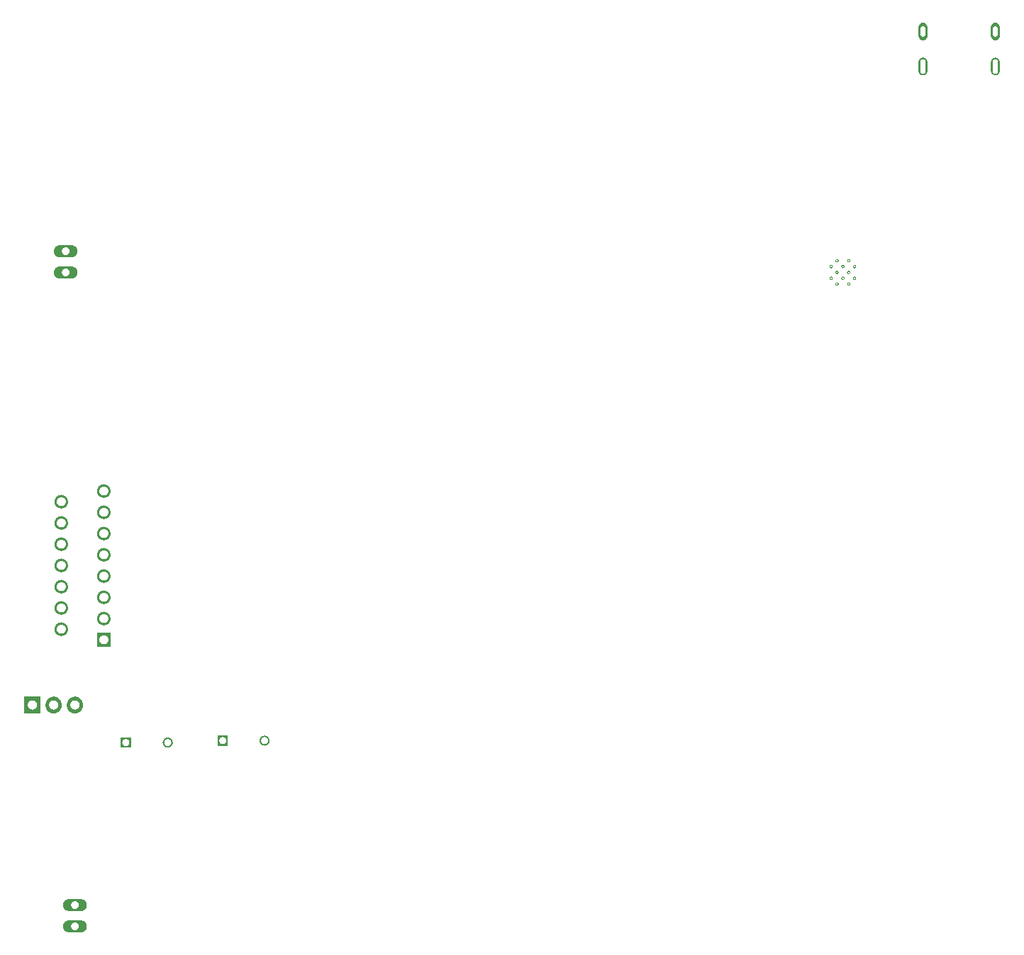
<source format=gbr>
%TF.GenerationSoftware,Flux,Pcbnew,7.0.11-7.0.11~ubuntu20.04.1*%
%TF.CreationDate,2024-08-17T07:39:32+00:00*%
%TF.ProjectId,input,696e7075-742e-46b6-9963-61645f706362,rev?*%
%TF.SameCoordinates,Original*%
%TF.FileFunction,Soldermask,Bot*%
%TF.FilePolarity,Negative*%
%FSLAX46Y46*%
G04 Gerber Fmt 4.6, Leading zero omitted, Abs format (unit mm)*
G04 Filename: pcbrobot*
G04 Build it with Flux! Visit our site at: https://www.flux.ai (PCBNEW 7.0.11-7.0.11~ubuntu20.04.1) date 2024-08-17 07:39:32*
%MOMM*%
%LPD*%
G01*
G04 APERTURE LIST*
G04 APERTURE END LIST*
%TO.C,*%
G36*
X45831600Y-86992100D02*
G01*
X45831600Y-88192100D01*
X44631600Y-88192100D01*
X44631600Y-87602530D01*
X44806728Y-87602530D01*
X44807752Y-87623365D01*
X44809796Y-87644125D01*
X44812857Y-87664759D01*
X44816927Y-87685218D01*
X44821995Y-87705453D01*
X44828051Y-87725415D01*
X44835078Y-87745055D01*
X44843061Y-87764328D01*
X44851980Y-87783185D01*
X44861813Y-87801582D01*
X44872537Y-87819474D01*
X44884126Y-87836818D01*
X44896553Y-87853573D01*
X44909786Y-87869698D01*
X44923795Y-87885155D01*
X44938545Y-87899905D01*
X44954002Y-87913914D01*
X44970127Y-87927147D01*
X44986882Y-87939574D01*
X45004226Y-87951163D01*
X45022118Y-87961887D01*
X45040515Y-87971720D01*
X45059372Y-87980639D01*
X45078645Y-87988622D01*
X45098285Y-87995649D01*
X45118247Y-88001705D01*
X45138482Y-88006773D01*
X45158941Y-88010843D01*
X45179575Y-88013904D01*
X45200335Y-88015948D01*
X45221170Y-88016972D01*
X45242030Y-88016972D01*
X45262865Y-88015948D01*
X45283625Y-88013904D01*
X45304259Y-88010843D01*
X45324718Y-88006773D01*
X45344953Y-88001705D01*
X45364915Y-87995649D01*
X45384555Y-87988622D01*
X45403828Y-87980639D01*
X45422685Y-87971720D01*
X45441082Y-87961887D01*
X45458974Y-87951163D01*
X45476318Y-87939574D01*
X45493073Y-87927147D01*
X45509198Y-87913914D01*
X45524655Y-87899905D01*
X45539405Y-87885155D01*
X45553414Y-87869698D01*
X45566647Y-87853573D01*
X45579074Y-87836818D01*
X45590663Y-87819474D01*
X45601387Y-87801582D01*
X45611220Y-87783185D01*
X45620139Y-87764328D01*
X45628122Y-87745055D01*
X45635149Y-87725415D01*
X45641205Y-87705453D01*
X45646273Y-87685218D01*
X45650343Y-87664759D01*
X45653404Y-87644125D01*
X45655448Y-87623365D01*
X45656472Y-87602530D01*
X45656472Y-87581670D01*
X45655448Y-87560835D01*
X45653404Y-87540075D01*
X45650343Y-87519441D01*
X45646273Y-87498982D01*
X45641205Y-87478747D01*
X45635149Y-87458785D01*
X45628122Y-87439145D01*
X45620139Y-87419872D01*
X45611220Y-87401015D01*
X45601387Y-87382618D01*
X45590663Y-87364726D01*
X45579074Y-87347382D01*
X45566647Y-87330627D01*
X45553414Y-87314502D01*
X45539405Y-87299045D01*
X45524655Y-87284295D01*
X45509198Y-87270286D01*
X45493073Y-87257053D01*
X45476318Y-87244626D01*
X45458974Y-87233037D01*
X45441082Y-87222313D01*
X45422685Y-87212480D01*
X45403828Y-87203561D01*
X45384555Y-87195578D01*
X45364915Y-87188551D01*
X45344953Y-87182495D01*
X45324718Y-87177427D01*
X45304259Y-87173357D01*
X45283625Y-87170296D01*
X45262865Y-87168252D01*
X45242030Y-87167228D01*
X45221170Y-87167228D01*
X45200335Y-87168252D01*
X45179575Y-87170296D01*
X45158941Y-87173357D01*
X45138482Y-87177427D01*
X45118247Y-87182495D01*
X45098285Y-87188551D01*
X45078645Y-87195578D01*
X45059372Y-87203561D01*
X45040515Y-87212480D01*
X45022118Y-87222313D01*
X45004226Y-87233037D01*
X44986882Y-87244626D01*
X44970127Y-87257053D01*
X44954002Y-87270286D01*
X44938545Y-87284295D01*
X44923795Y-87299045D01*
X44909786Y-87314502D01*
X44896553Y-87330627D01*
X44884126Y-87347382D01*
X44872537Y-87364726D01*
X44861813Y-87382618D01*
X44851980Y-87401015D01*
X44843061Y-87419872D01*
X44835078Y-87439145D01*
X44828051Y-87458785D01*
X44821995Y-87478747D01*
X44816927Y-87498982D01*
X44812857Y-87519441D01*
X44809796Y-87540075D01*
X44807752Y-87560835D01*
X44806728Y-87581670D01*
X44806728Y-87602530D01*
X44631600Y-87602530D01*
X44631600Y-86992100D01*
X45831600Y-86992100D01*
G37*
G36*
X50275739Y-86993726D02*
G01*
X50305046Y-86996612D01*
X50334177Y-87000933D01*
X50363061Y-87006679D01*
X50391628Y-87013834D01*
X50419809Y-87022383D01*
X50447537Y-87032304D01*
X50474745Y-87043574D01*
X50501367Y-87056165D01*
X50527339Y-87070048D01*
X50552599Y-87085188D01*
X50577085Y-87101549D01*
X50600739Y-87119092D01*
X50623504Y-87137775D01*
X50645324Y-87157552D01*
X50666148Y-87178376D01*
X50685925Y-87200196D01*
X50704608Y-87222961D01*
X50722151Y-87246615D01*
X50738512Y-87271101D01*
X50753652Y-87296361D01*
X50767535Y-87322333D01*
X50780126Y-87348955D01*
X50791396Y-87376163D01*
X50801317Y-87403891D01*
X50809866Y-87432072D01*
X50817021Y-87460639D01*
X50822767Y-87489523D01*
X50827088Y-87518654D01*
X50829974Y-87547961D01*
X50831419Y-87577375D01*
X50831419Y-87606825D01*
X50829974Y-87636239D01*
X50827088Y-87665546D01*
X50822767Y-87694677D01*
X50817021Y-87723561D01*
X50809866Y-87752128D01*
X50801317Y-87780309D01*
X50791396Y-87808037D01*
X50780126Y-87835245D01*
X50767535Y-87861867D01*
X50753652Y-87887839D01*
X50738512Y-87913099D01*
X50722151Y-87937585D01*
X50704608Y-87961239D01*
X50685925Y-87984004D01*
X50666148Y-88005824D01*
X50645324Y-88026648D01*
X50623504Y-88046425D01*
X50600739Y-88065108D01*
X50577085Y-88082651D01*
X50552599Y-88099012D01*
X50527339Y-88114152D01*
X50501367Y-88128035D01*
X50474745Y-88140626D01*
X50447537Y-88151896D01*
X50419809Y-88161817D01*
X50391628Y-88170366D01*
X50363061Y-88177521D01*
X50334177Y-88183267D01*
X50305046Y-88187588D01*
X50275739Y-88190474D01*
X50246325Y-88191919D01*
X50216875Y-88191919D01*
X50187461Y-88190474D01*
X50158154Y-88187588D01*
X50129023Y-88183267D01*
X50100139Y-88177521D01*
X50071572Y-88170366D01*
X50043391Y-88161817D01*
X50015663Y-88151896D01*
X49988455Y-88140626D01*
X49961833Y-88128035D01*
X49935861Y-88114152D01*
X49910601Y-88099012D01*
X49886115Y-88082651D01*
X49862461Y-88065108D01*
X49839696Y-88046425D01*
X49817876Y-88026648D01*
X49797052Y-88005824D01*
X49777275Y-87984004D01*
X49758592Y-87961239D01*
X49741049Y-87937585D01*
X49724688Y-87913099D01*
X49709548Y-87887839D01*
X49695665Y-87861867D01*
X49683074Y-87835245D01*
X49671804Y-87808037D01*
X49661883Y-87780309D01*
X49653334Y-87752128D01*
X49646179Y-87723561D01*
X49640433Y-87694677D01*
X49636112Y-87665546D01*
X49633226Y-87636239D01*
X49631781Y-87606825D01*
X49631781Y-87602530D01*
X49806728Y-87602530D01*
X49807752Y-87623365D01*
X49809796Y-87644125D01*
X49812857Y-87664759D01*
X49816927Y-87685218D01*
X49821995Y-87705453D01*
X49828051Y-87725415D01*
X49835078Y-87745055D01*
X49843061Y-87764328D01*
X49851980Y-87783185D01*
X49861813Y-87801582D01*
X49872537Y-87819474D01*
X49884126Y-87836818D01*
X49896553Y-87853573D01*
X49909786Y-87869698D01*
X49923795Y-87885155D01*
X49938545Y-87899905D01*
X49954002Y-87913914D01*
X49970127Y-87927147D01*
X49986882Y-87939574D01*
X50004226Y-87951163D01*
X50022118Y-87961887D01*
X50040515Y-87971720D01*
X50059372Y-87980639D01*
X50078645Y-87988622D01*
X50098285Y-87995649D01*
X50118247Y-88001705D01*
X50138482Y-88006773D01*
X50158941Y-88010843D01*
X50179575Y-88013904D01*
X50200335Y-88015948D01*
X50221170Y-88016972D01*
X50242030Y-88016972D01*
X50262865Y-88015948D01*
X50283625Y-88013904D01*
X50304259Y-88010843D01*
X50324718Y-88006773D01*
X50344953Y-88001705D01*
X50364915Y-87995649D01*
X50384555Y-87988622D01*
X50403828Y-87980639D01*
X50422685Y-87971720D01*
X50441082Y-87961887D01*
X50458974Y-87951163D01*
X50476318Y-87939574D01*
X50493073Y-87927147D01*
X50509198Y-87913914D01*
X50524655Y-87899905D01*
X50539405Y-87885155D01*
X50553414Y-87869698D01*
X50566647Y-87853573D01*
X50579074Y-87836818D01*
X50590663Y-87819474D01*
X50601387Y-87801582D01*
X50611220Y-87783185D01*
X50620139Y-87764328D01*
X50628122Y-87745055D01*
X50635149Y-87725415D01*
X50641205Y-87705453D01*
X50646273Y-87685218D01*
X50650343Y-87664759D01*
X50653404Y-87644125D01*
X50655448Y-87623365D01*
X50656472Y-87602530D01*
X50656472Y-87581670D01*
X50655448Y-87560835D01*
X50653404Y-87540075D01*
X50650343Y-87519441D01*
X50646273Y-87498982D01*
X50641205Y-87478747D01*
X50635149Y-87458785D01*
X50628122Y-87439145D01*
X50620139Y-87419872D01*
X50611220Y-87401015D01*
X50601387Y-87382618D01*
X50590663Y-87364726D01*
X50579074Y-87347382D01*
X50566647Y-87330627D01*
X50553414Y-87314502D01*
X50539405Y-87299045D01*
X50524655Y-87284295D01*
X50509198Y-87270286D01*
X50493073Y-87257053D01*
X50476318Y-87244626D01*
X50458974Y-87233037D01*
X50441082Y-87222313D01*
X50422685Y-87212480D01*
X50403828Y-87203561D01*
X50384555Y-87195578D01*
X50364915Y-87188551D01*
X50344953Y-87182495D01*
X50324718Y-87177427D01*
X50304259Y-87173357D01*
X50283625Y-87170296D01*
X50262865Y-87168252D01*
X50242030Y-87167228D01*
X50221170Y-87167228D01*
X50200335Y-87168252D01*
X50179575Y-87170296D01*
X50158941Y-87173357D01*
X50138482Y-87177427D01*
X50118247Y-87182495D01*
X50098285Y-87188551D01*
X50078645Y-87195578D01*
X50059372Y-87203561D01*
X50040515Y-87212480D01*
X50022118Y-87222313D01*
X50004226Y-87233037D01*
X49986882Y-87244626D01*
X49970127Y-87257053D01*
X49954002Y-87270286D01*
X49938545Y-87284295D01*
X49923795Y-87299045D01*
X49909786Y-87314502D01*
X49896553Y-87330627D01*
X49884126Y-87347382D01*
X49872537Y-87364726D01*
X49861813Y-87382618D01*
X49851980Y-87401015D01*
X49843061Y-87419872D01*
X49835078Y-87439145D01*
X49828051Y-87458785D01*
X49821995Y-87478747D01*
X49816927Y-87498982D01*
X49812857Y-87519441D01*
X49809796Y-87540075D01*
X49807752Y-87560835D01*
X49806728Y-87581670D01*
X49806728Y-87602530D01*
X49631781Y-87602530D01*
X49631781Y-87577375D01*
X49633226Y-87547961D01*
X49636112Y-87518654D01*
X49640433Y-87489523D01*
X49646179Y-87460639D01*
X49653334Y-87432072D01*
X49661883Y-87403891D01*
X49671804Y-87376163D01*
X49683074Y-87348955D01*
X49695665Y-87322333D01*
X49709548Y-87296361D01*
X49724688Y-87271101D01*
X49741049Y-87246615D01*
X49758592Y-87222961D01*
X49777275Y-87200196D01*
X49797052Y-87178376D01*
X49817876Y-87157552D01*
X49839696Y-87137775D01*
X49862461Y-87119092D01*
X49886115Y-87101549D01*
X49910601Y-87085188D01*
X49935861Y-87070048D01*
X49961833Y-87056165D01*
X49988455Y-87043574D01*
X50015663Y-87032304D01*
X50043391Y-87022383D01*
X50071572Y-87013834D01*
X50100139Y-87006679D01*
X50129023Y-87000933D01*
X50158154Y-86996612D01*
X50187461Y-86993726D01*
X50216875Y-86992281D01*
X50246325Y-86992281D01*
X50275739Y-86993726D01*
G37*
G36*
X42658234Y-56720395D02*
G01*
X42697800Y-56724292D01*
X42737126Y-56730125D01*
X42776119Y-56737881D01*
X42814685Y-56747541D01*
X42852729Y-56759082D01*
X42890162Y-56772476D01*
X42926893Y-56787690D01*
X42962832Y-56804688D01*
X42997895Y-56823430D01*
X43031995Y-56843869D01*
X43065052Y-56865956D01*
X43096985Y-56889639D01*
X43127717Y-56914861D01*
X43157175Y-56941560D01*
X43185287Y-56969672D01*
X43211986Y-56999130D01*
X43237208Y-57029862D01*
X43260891Y-57061795D01*
X43282979Y-57094852D01*
X43303418Y-57128952D01*
X43322159Y-57164015D01*
X43339157Y-57199955D01*
X43354371Y-57236685D01*
X43367765Y-57274118D01*
X43379306Y-57312163D01*
X43388966Y-57350728D01*
X43396722Y-57389721D01*
X43402556Y-57429047D01*
X43406452Y-57468613D01*
X43408403Y-57508322D01*
X43408403Y-57548078D01*
X43406452Y-57587787D01*
X43402556Y-57627353D01*
X43396722Y-57666679D01*
X43388966Y-57705672D01*
X43379306Y-57744237D01*
X43367765Y-57782282D01*
X43354371Y-57819715D01*
X43339157Y-57856445D01*
X43322159Y-57892385D01*
X43303418Y-57927448D01*
X43282979Y-57961548D01*
X43260891Y-57994605D01*
X43237208Y-58026538D01*
X43211986Y-58057270D01*
X43185287Y-58086728D01*
X43157175Y-58114840D01*
X43127717Y-58141539D01*
X43096985Y-58166761D01*
X43065052Y-58190444D01*
X43031995Y-58212531D01*
X42997895Y-58232970D01*
X42962832Y-58251712D01*
X42926893Y-58268710D01*
X42890162Y-58283924D01*
X42852729Y-58297318D01*
X42814685Y-58308859D01*
X42776119Y-58318519D01*
X42737126Y-58326275D01*
X42697800Y-58332108D01*
X42658234Y-58336005D01*
X42618526Y-58337956D01*
X42578769Y-58337956D01*
X42539060Y-58336005D01*
X42499495Y-58332108D01*
X42460168Y-58326275D01*
X42421175Y-58318519D01*
X42382610Y-58308859D01*
X42344565Y-58297318D01*
X42307132Y-58283924D01*
X42270402Y-58268710D01*
X42234462Y-58251712D01*
X42199400Y-58232970D01*
X42165299Y-58212531D01*
X42132243Y-58190444D01*
X42100310Y-58166761D01*
X42069577Y-58141539D01*
X42040119Y-58114840D01*
X42012007Y-58086728D01*
X41985308Y-58057270D01*
X41960087Y-58026538D01*
X41936403Y-57994605D01*
X41914316Y-57961548D01*
X41893877Y-57927448D01*
X41875135Y-57892385D01*
X41858137Y-57856445D01*
X41842923Y-57819715D01*
X41829529Y-57782282D01*
X41817989Y-57744237D01*
X41808328Y-57705672D01*
X41800572Y-57666679D01*
X41794739Y-57627353D01*
X41790842Y-57587787D01*
X41788891Y-57548078D01*
X41788891Y-57541452D01*
X42058810Y-57541452D01*
X42060110Y-57567925D01*
X42062708Y-57594302D01*
X42066597Y-57620519D01*
X42071768Y-57646515D01*
X42078208Y-57672225D01*
X42085902Y-57697588D01*
X42094831Y-57722543D01*
X42104974Y-57747030D01*
X42116306Y-57770990D01*
X42128800Y-57794365D01*
X42142426Y-57817099D01*
X42157151Y-57839136D01*
X42172940Y-57860425D01*
X42189754Y-57880913D01*
X42207554Y-57900552D01*
X42226295Y-57919293D01*
X42245934Y-57937093D01*
X42266422Y-57953907D01*
X42287711Y-57969696D01*
X42309748Y-57984421D01*
X42332482Y-57998047D01*
X42355857Y-58010541D01*
X42379817Y-58021873D01*
X42404304Y-58032016D01*
X42429259Y-58040945D01*
X42454622Y-58048639D01*
X42480333Y-58055079D01*
X42506328Y-58060250D01*
X42532545Y-58064139D01*
X42558922Y-58066737D01*
X42585395Y-58068037D01*
X42611899Y-58068037D01*
X42638372Y-58066737D01*
X42664749Y-58064139D01*
X42690967Y-58060250D01*
X42716962Y-58055079D01*
X42742672Y-58048639D01*
X42768035Y-58040945D01*
X42792991Y-58032016D01*
X42817477Y-58021873D01*
X42841437Y-58010541D01*
X42864812Y-57998047D01*
X42887546Y-57984421D01*
X42909584Y-57969696D01*
X42930872Y-57953907D01*
X42951361Y-57937093D01*
X42970999Y-57919293D01*
X42989741Y-57900552D01*
X43007540Y-57880913D01*
X43024354Y-57860425D01*
X43040143Y-57839136D01*
X43054868Y-57817099D01*
X43068494Y-57794365D01*
X43080988Y-57770990D01*
X43092320Y-57747030D01*
X43102463Y-57722543D01*
X43111392Y-57697588D01*
X43119086Y-57672225D01*
X43125526Y-57646515D01*
X43130697Y-57620519D01*
X43134586Y-57594302D01*
X43137184Y-57567925D01*
X43138485Y-57541452D01*
X43138485Y-57514948D01*
X43137184Y-57488475D01*
X43134586Y-57462098D01*
X43130697Y-57435881D01*
X43125526Y-57409885D01*
X43119086Y-57384175D01*
X43111392Y-57358812D01*
X43102463Y-57333857D01*
X43092320Y-57309370D01*
X43080988Y-57285410D01*
X43068494Y-57262035D01*
X43054868Y-57239301D01*
X43040143Y-57217264D01*
X43024354Y-57195975D01*
X43007540Y-57175487D01*
X42989741Y-57155848D01*
X42970999Y-57137107D01*
X42951361Y-57119307D01*
X42930872Y-57102493D01*
X42909584Y-57086704D01*
X42887546Y-57071979D01*
X42864812Y-57058353D01*
X42841437Y-57045859D01*
X42817477Y-57034527D01*
X42792991Y-57024384D01*
X42768035Y-57015455D01*
X42742672Y-57007761D01*
X42716962Y-57001321D01*
X42690967Y-56996150D01*
X42664749Y-56992261D01*
X42638372Y-56989663D01*
X42611899Y-56988363D01*
X42585395Y-56988363D01*
X42558922Y-56989663D01*
X42532545Y-56992261D01*
X42506328Y-56996150D01*
X42480333Y-57001321D01*
X42454622Y-57007761D01*
X42429259Y-57015455D01*
X42404304Y-57024384D01*
X42379817Y-57034527D01*
X42355857Y-57045859D01*
X42332482Y-57058353D01*
X42309748Y-57071979D01*
X42287711Y-57086704D01*
X42266422Y-57102493D01*
X42245934Y-57119307D01*
X42226295Y-57137107D01*
X42207554Y-57155848D01*
X42189754Y-57175487D01*
X42172940Y-57195975D01*
X42157151Y-57217264D01*
X42142426Y-57239301D01*
X42128800Y-57262035D01*
X42116306Y-57285410D01*
X42104974Y-57309370D01*
X42094831Y-57333857D01*
X42085902Y-57358812D01*
X42078208Y-57384175D01*
X42071768Y-57409885D01*
X42066597Y-57435881D01*
X42062708Y-57462098D01*
X42060110Y-57488475D01*
X42058810Y-57514948D01*
X42058810Y-57541452D01*
X41788891Y-57541452D01*
X41788891Y-57508322D01*
X41790842Y-57468613D01*
X41794739Y-57429047D01*
X41800572Y-57389721D01*
X41808328Y-57350728D01*
X41817989Y-57312163D01*
X41829529Y-57274118D01*
X41842923Y-57236685D01*
X41858137Y-57199955D01*
X41875135Y-57164015D01*
X41893877Y-57128952D01*
X41914316Y-57094852D01*
X41936403Y-57061795D01*
X41960087Y-57029862D01*
X41985308Y-56999130D01*
X42012007Y-56969672D01*
X42040119Y-56941560D01*
X42069577Y-56914861D01*
X42100310Y-56889639D01*
X42132243Y-56865956D01*
X42165299Y-56843869D01*
X42199400Y-56823430D01*
X42234462Y-56804688D01*
X42270402Y-56787690D01*
X42307132Y-56772476D01*
X42344565Y-56759082D01*
X42382610Y-56747541D01*
X42421175Y-56737881D01*
X42460168Y-56730125D01*
X42499495Y-56724292D01*
X42539060Y-56720395D01*
X42578769Y-56718444D01*
X42618526Y-56718444D01*
X42658234Y-56720395D01*
G37*
G36*
X42658221Y-61800395D02*
G01*
X42697786Y-61804292D01*
X42737113Y-61810125D01*
X42776106Y-61817881D01*
X42814671Y-61827541D01*
X42852716Y-61839082D01*
X42890149Y-61852476D01*
X42926879Y-61867690D01*
X42962819Y-61884688D01*
X42997881Y-61903430D01*
X43031982Y-61923869D01*
X43065038Y-61945956D01*
X43096971Y-61969639D01*
X43127704Y-61994861D01*
X43157162Y-62021560D01*
X43185274Y-62049672D01*
X43211973Y-62079130D01*
X43237194Y-62109862D01*
X43260877Y-62141795D01*
X43282965Y-62174852D01*
X43303404Y-62208952D01*
X43322145Y-62244015D01*
X43339144Y-62279955D01*
X43354358Y-62316685D01*
X43367752Y-62354118D01*
X43379292Y-62392163D01*
X43388952Y-62430728D01*
X43396709Y-62469721D01*
X43402542Y-62509047D01*
X43406439Y-62548613D01*
X43408390Y-62588322D01*
X43408390Y-62628078D01*
X43406439Y-62667787D01*
X43402542Y-62707353D01*
X43396709Y-62746679D01*
X43388952Y-62785672D01*
X43379292Y-62824237D01*
X43367752Y-62862282D01*
X43354358Y-62899715D01*
X43339144Y-62936445D01*
X43322145Y-62972385D01*
X43303404Y-63007448D01*
X43282965Y-63041548D01*
X43260877Y-63074605D01*
X43237194Y-63106538D01*
X43211973Y-63137270D01*
X43185274Y-63166728D01*
X43157162Y-63194840D01*
X43127704Y-63221539D01*
X43096971Y-63246761D01*
X43065038Y-63270444D01*
X43031982Y-63292531D01*
X42997881Y-63312970D01*
X42962819Y-63331712D01*
X42926879Y-63348710D01*
X42890149Y-63363924D01*
X42852716Y-63377318D01*
X42814671Y-63388859D01*
X42776106Y-63398519D01*
X42737113Y-63406275D01*
X42697786Y-63412108D01*
X42658221Y-63416005D01*
X42618512Y-63417956D01*
X42578755Y-63417956D01*
X42539046Y-63416005D01*
X42499481Y-63412108D01*
X42460155Y-63406275D01*
X42421162Y-63398519D01*
X42382596Y-63388859D01*
X42344551Y-63377318D01*
X42307119Y-63363924D01*
X42270388Y-63348710D01*
X42234449Y-63331712D01*
X42199386Y-63312970D01*
X42165286Y-63292531D01*
X42132229Y-63270444D01*
X42100296Y-63246761D01*
X42069564Y-63221539D01*
X42040106Y-63194840D01*
X42011994Y-63166728D01*
X41985295Y-63137270D01*
X41960073Y-63106538D01*
X41936390Y-63074605D01*
X41914302Y-63041548D01*
X41893863Y-63007448D01*
X41875122Y-62972385D01*
X41858124Y-62936445D01*
X41842910Y-62899715D01*
X41829516Y-62862282D01*
X41817975Y-62824237D01*
X41808315Y-62785672D01*
X41800559Y-62746679D01*
X41794725Y-62707353D01*
X41790828Y-62667787D01*
X41788878Y-62628078D01*
X41788878Y-62621452D01*
X42058796Y-62621452D01*
X42060097Y-62647925D01*
X42062695Y-62674302D01*
X42066584Y-62700519D01*
X42071755Y-62726515D01*
X42078195Y-62752225D01*
X42085888Y-62777588D01*
X42094818Y-62802543D01*
X42104960Y-62827030D01*
X42116293Y-62850990D01*
X42128787Y-62874365D01*
X42142413Y-62897099D01*
X42157138Y-62919136D01*
X42172927Y-62940425D01*
X42189741Y-62960913D01*
X42207540Y-62980552D01*
X42226282Y-62999293D01*
X42245920Y-63017093D01*
X42266409Y-63033907D01*
X42287697Y-63049696D01*
X42309735Y-63064421D01*
X42332469Y-63078047D01*
X42355844Y-63090541D01*
X42379803Y-63101873D01*
X42404290Y-63112016D01*
X42429246Y-63120945D01*
X42454609Y-63128639D01*
X42480319Y-63135079D01*
X42506314Y-63140250D01*
X42532532Y-63144139D01*
X42558909Y-63146737D01*
X42585381Y-63148037D01*
X42611886Y-63148037D01*
X42638359Y-63146737D01*
X42664735Y-63144139D01*
X42690953Y-63140250D01*
X42716948Y-63135079D01*
X42742659Y-63128639D01*
X42768022Y-63120945D01*
X42792977Y-63112016D01*
X42817464Y-63101873D01*
X42841424Y-63090541D01*
X42864799Y-63078047D01*
X42887532Y-63064421D01*
X42909570Y-63049696D01*
X42930859Y-63033907D01*
X42951347Y-63017093D01*
X42970986Y-62999293D01*
X42989727Y-62980552D01*
X43007526Y-62960913D01*
X43024341Y-62940425D01*
X43040129Y-62919136D01*
X43054855Y-62897099D01*
X43068481Y-62874365D01*
X43080975Y-62850990D01*
X43092307Y-62827030D01*
X43102450Y-62802543D01*
X43111379Y-62777588D01*
X43119073Y-62752225D01*
X43125513Y-62726515D01*
X43130684Y-62700519D01*
X43134573Y-62674302D01*
X43137171Y-62647925D01*
X43138471Y-62621452D01*
X43138471Y-62594948D01*
X43137171Y-62568475D01*
X43134573Y-62542098D01*
X43130684Y-62515881D01*
X43125513Y-62489885D01*
X43119073Y-62464175D01*
X43111379Y-62438812D01*
X43102450Y-62413857D01*
X43092307Y-62389370D01*
X43080975Y-62365410D01*
X43068481Y-62342035D01*
X43054855Y-62319301D01*
X43040129Y-62297264D01*
X43024341Y-62275975D01*
X43007526Y-62255487D01*
X42989727Y-62235848D01*
X42970986Y-62217107D01*
X42951347Y-62199307D01*
X42930859Y-62182493D01*
X42909570Y-62166704D01*
X42887532Y-62151979D01*
X42864799Y-62138353D01*
X42841424Y-62125859D01*
X42817464Y-62114527D01*
X42792977Y-62104384D01*
X42768022Y-62095455D01*
X42742659Y-62087761D01*
X42716948Y-62081321D01*
X42690953Y-62076150D01*
X42664735Y-62072261D01*
X42638359Y-62069663D01*
X42611886Y-62068363D01*
X42585381Y-62068363D01*
X42558909Y-62069663D01*
X42532532Y-62072261D01*
X42506314Y-62076150D01*
X42480319Y-62081321D01*
X42454609Y-62087761D01*
X42429246Y-62095455D01*
X42404290Y-62104384D01*
X42379803Y-62114527D01*
X42355844Y-62125859D01*
X42332469Y-62138353D01*
X42309735Y-62151979D01*
X42287697Y-62166704D01*
X42266409Y-62182493D01*
X42245920Y-62199307D01*
X42226282Y-62217107D01*
X42207540Y-62235848D01*
X42189741Y-62255487D01*
X42172927Y-62275975D01*
X42157138Y-62297264D01*
X42142413Y-62319301D01*
X42128787Y-62342035D01*
X42116293Y-62365410D01*
X42104960Y-62389370D01*
X42094818Y-62413857D01*
X42085888Y-62438812D01*
X42078195Y-62464175D01*
X42071755Y-62489885D01*
X42066584Y-62515881D01*
X42062695Y-62542098D01*
X42060097Y-62568475D01*
X42058796Y-62594948D01*
X42058796Y-62621452D01*
X41788878Y-62621452D01*
X41788878Y-62588322D01*
X41790828Y-62548613D01*
X41794725Y-62509047D01*
X41800559Y-62469721D01*
X41808315Y-62430728D01*
X41817975Y-62392163D01*
X41829516Y-62354118D01*
X41842910Y-62316685D01*
X41858124Y-62279955D01*
X41875122Y-62244015D01*
X41893863Y-62208952D01*
X41914302Y-62174852D01*
X41936390Y-62141795D01*
X41960073Y-62109862D01*
X41985295Y-62079130D01*
X42011994Y-62049672D01*
X42040106Y-62021560D01*
X42069564Y-61994861D01*
X42100296Y-61969639D01*
X42132229Y-61945956D01*
X42165286Y-61923869D01*
X42199386Y-61903430D01*
X42234449Y-61884688D01*
X42270388Y-61867690D01*
X42307119Y-61852476D01*
X42344551Y-61839082D01*
X42382596Y-61827541D01*
X42421162Y-61817881D01*
X42460155Y-61810125D01*
X42499481Y-61804292D01*
X42539046Y-61800395D01*
X42578755Y-61798444D01*
X42618512Y-61798444D01*
X42658221Y-61800395D01*
G37*
G36*
X43408600Y-74498200D02*
G01*
X43408600Y-76118200D01*
X41788600Y-76118200D01*
X41788600Y-75321452D01*
X42058763Y-75321452D01*
X42060063Y-75347925D01*
X42062661Y-75374302D01*
X42066550Y-75400519D01*
X42071721Y-75426515D01*
X42078161Y-75452225D01*
X42085855Y-75477588D01*
X42094784Y-75502543D01*
X42104927Y-75527030D01*
X42116259Y-75550990D01*
X42128753Y-75574365D01*
X42142379Y-75597099D01*
X42157104Y-75619136D01*
X42172893Y-75640425D01*
X42189707Y-75660913D01*
X42207507Y-75680552D01*
X42226248Y-75699293D01*
X42245887Y-75717093D01*
X42266375Y-75733907D01*
X42287664Y-75749696D01*
X42309701Y-75764421D01*
X42332435Y-75778047D01*
X42355810Y-75790541D01*
X42379770Y-75801873D01*
X42404257Y-75812016D01*
X42429212Y-75820945D01*
X42454575Y-75828639D01*
X42480285Y-75835079D01*
X42506281Y-75840250D01*
X42532498Y-75844139D01*
X42558875Y-75846737D01*
X42585348Y-75848037D01*
X42611852Y-75848037D01*
X42638325Y-75846737D01*
X42664702Y-75844139D01*
X42690919Y-75840250D01*
X42716915Y-75835079D01*
X42742625Y-75828639D01*
X42767988Y-75820945D01*
X42792943Y-75812016D01*
X42817430Y-75801873D01*
X42841390Y-75790541D01*
X42864765Y-75778047D01*
X42887499Y-75764421D01*
X42909536Y-75749696D01*
X42930825Y-75733907D01*
X42951313Y-75717093D01*
X42970952Y-75699293D01*
X42989693Y-75680552D01*
X43007493Y-75660913D01*
X43024307Y-75640425D01*
X43040096Y-75619136D01*
X43054821Y-75597099D01*
X43068447Y-75574365D01*
X43080941Y-75550990D01*
X43092273Y-75527030D01*
X43102416Y-75502543D01*
X43111345Y-75477588D01*
X43119039Y-75452225D01*
X43125479Y-75426515D01*
X43130650Y-75400519D01*
X43134539Y-75374302D01*
X43137137Y-75347925D01*
X43138437Y-75321452D01*
X43138437Y-75294948D01*
X43137137Y-75268475D01*
X43134539Y-75242098D01*
X43130650Y-75215881D01*
X43125479Y-75189885D01*
X43119039Y-75164175D01*
X43111345Y-75138812D01*
X43102416Y-75113857D01*
X43092273Y-75089370D01*
X43080941Y-75065410D01*
X43077548Y-75059062D01*
X43068447Y-75042035D01*
X43054821Y-75019301D01*
X43040096Y-74997264D01*
X43024307Y-74975975D01*
X43007493Y-74955487D01*
X42989693Y-74935848D01*
X42970952Y-74917107D01*
X42951313Y-74899307D01*
X42930825Y-74882493D01*
X42909536Y-74866704D01*
X42887499Y-74851979D01*
X42864765Y-74838353D01*
X42841390Y-74825859D01*
X42817430Y-74814527D01*
X42792943Y-74804384D01*
X42767988Y-74795455D01*
X42742625Y-74787761D01*
X42716915Y-74781321D01*
X42690919Y-74776150D01*
X42664702Y-74772261D01*
X42638325Y-74769663D01*
X42611852Y-74768363D01*
X42585348Y-74768363D01*
X42558875Y-74769663D01*
X42532498Y-74772261D01*
X42506281Y-74776150D01*
X42480285Y-74781321D01*
X42454575Y-74787761D01*
X42429212Y-74795455D01*
X42404257Y-74804384D01*
X42379770Y-74814527D01*
X42355810Y-74825859D01*
X42332435Y-74838353D01*
X42309701Y-74851979D01*
X42287664Y-74866704D01*
X42266375Y-74882493D01*
X42245887Y-74899307D01*
X42226248Y-74917107D01*
X42207507Y-74935848D01*
X42189707Y-74955487D01*
X42172893Y-74975975D01*
X42157104Y-74997264D01*
X42142379Y-75019301D01*
X42128753Y-75042035D01*
X42116259Y-75065410D01*
X42104927Y-75089370D01*
X42094784Y-75113857D01*
X42085855Y-75138812D01*
X42078161Y-75164175D01*
X42071721Y-75189885D01*
X42066550Y-75215881D01*
X42062661Y-75242098D01*
X42060063Y-75268475D01*
X42058763Y-75294948D01*
X42058763Y-75321452D01*
X41788600Y-75321452D01*
X41788600Y-74498200D01*
X43408600Y-74498200D01*
G37*
G36*
X42658194Y-71960395D02*
G01*
X42697759Y-71964292D01*
X42737086Y-71970125D01*
X42776079Y-71977881D01*
X42814644Y-71987541D01*
X42852689Y-71999082D01*
X42890122Y-72012476D01*
X42926852Y-72027690D01*
X42962792Y-72044688D01*
X42997854Y-72063430D01*
X43031955Y-72083869D01*
X43065011Y-72105956D01*
X43096944Y-72129639D01*
X43127677Y-72154861D01*
X43157135Y-72181560D01*
X43185247Y-72209672D01*
X43211946Y-72239130D01*
X43237167Y-72269862D01*
X43260850Y-72301795D01*
X43282938Y-72334852D01*
X43303377Y-72368952D01*
X43322118Y-72404015D01*
X43339117Y-72439955D01*
X43354331Y-72476685D01*
X43367725Y-72514118D01*
X43379265Y-72552163D01*
X43388925Y-72590728D01*
X43396682Y-72629721D01*
X43402515Y-72669047D01*
X43406412Y-72708613D01*
X43408363Y-72748322D01*
X43408363Y-72788078D01*
X43406412Y-72827787D01*
X43402515Y-72867353D01*
X43396682Y-72906679D01*
X43388925Y-72945672D01*
X43379265Y-72984237D01*
X43367725Y-73022282D01*
X43354331Y-73059715D01*
X43339117Y-73096445D01*
X43322118Y-73132385D01*
X43303377Y-73167448D01*
X43282938Y-73201548D01*
X43260850Y-73234605D01*
X43237167Y-73266538D01*
X43211946Y-73297270D01*
X43185247Y-73326728D01*
X43157135Y-73354840D01*
X43127677Y-73381539D01*
X43096944Y-73406761D01*
X43065011Y-73430444D01*
X43031955Y-73452531D01*
X42997854Y-73472970D01*
X42962792Y-73491712D01*
X42926852Y-73508710D01*
X42890122Y-73523924D01*
X42852689Y-73537318D01*
X42814644Y-73548859D01*
X42776079Y-73558519D01*
X42737086Y-73566275D01*
X42697759Y-73572108D01*
X42658194Y-73576005D01*
X42618485Y-73577956D01*
X42578728Y-73577956D01*
X42539019Y-73576005D01*
X42499454Y-73572108D01*
X42460128Y-73566275D01*
X42421135Y-73558519D01*
X42382569Y-73548859D01*
X42344525Y-73537318D01*
X42307092Y-73523924D01*
X42270361Y-73508710D01*
X42234422Y-73491712D01*
X42199359Y-73472970D01*
X42165259Y-73452531D01*
X42132202Y-73430444D01*
X42100269Y-73406761D01*
X42069537Y-73381539D01*
X42040079Y-73354840D01*
X42011967Y-73326728D01*
X41985268Y-73297270D01*
X41960046Y-73266538D01*
X41936363Y-73234605D01*
X41914275Y-73201548D01*
X41893836Y-73167448D01*
X41875095Y-73132385D01*
X41858097Y-73096445D01*
X41842883Y-73059715D01*
X41829489Y-73022282D01*
X41817948Y-72984237D01*
X41808288Y-72945672D01*
X41800532Y-72906679D01*
X41794698Y-72867353D01*
X41790801Y-72827787D01*
X41788851Y-72788078D01*
X41788851Y-72781452D01*
X42058769Y-72781452D01*
X42060070Y-72807925D01*
X42062668Y-72834302D01*
X42066557Y-72860519D01*
X42071728Y-72886515D01*
X42078168Y-72912225D01*
X42085862Y-72937588D01*
X42094791Y-72962543D01*
X42104933Y-72987030D01*
X42116266Y-73010990D01*
X42128760Y-73034365D01*
X42142386Y-73057099D01*
X42157111Y-73079136D01*
X42172900Y-73100425D01*
X42189714Y-73120913D01*
X42207513Y-73140552D01*
X42226255Y-73159293D01*
X42245893Y-73177093D01*
X42266382Y-73193907D01*
X42287670Y-73209696D01*
X42309708Y-73224421D01*
X42332442Y-73238047D01*
X42355817Y-73250541D01*
X42379776Y-73261873D01*
X42404263Y-73272016D01*
X42429219Y-73280945D01*
X42454582Y-73288639D01*
X42480292Y-73295079D01*
X42506287Y-73300250D01*
X42532505Y-73304139D01*
X42558882Y-73306737D01*
X42585354Y-73308037D01*
X42611859Y-73308037D01*
X42638332Y-73306737D01*
X42664709Y-73304139D01*
X42690926Y-73300250D01*
X42716921Y-73295079D01*
X42742632Y-73288639D01*
X42767995Y-73280945D01*
X42792950Y-73272016D01*
X42817437Y-73261873D01*
X42841397Y-73250541D01*
X42864772Y-73238047D01*
X42887505Y-73224421D01*
X42909543Y-73209696D01*
X42930832Y-73193907D01*
X42951320Y-73177093D01*
X42970959Y-73159293D01*
X42989700Y-73140552D01*
X43007500Y-73120913D01*
X43024314Y-73100425D01*
X43040103Y-73079136D01*
X43054828Y-73057099D01*
X43068454Y-73034365D01*
X43080948Y-73010990D01*
X43092280Y-72987030D01*
X43102423Y-72962543D01*
X43111352Y-72937588D01*
X43119046Y-72912225D01*
X43125486Y-72886515D01*
X43130657Y-72860519D01*
X43134546Y-72834302D01*
X43137144Y-72807925D01*
X43138444Y-72781452D01*
X43138444Y-72754948D01*
X43137144Y-72728475D01*
X43134546Y-72702098D01*
X43130657Y-72675881D01*
X43125486Y-72649885D01*
X43119046Y-72624175D01*
X43111352Y-72598812D01*
X43102423Y-72573857D01*
X43092280Y-72549370D01*
X43080948Y-72525410D01*
X43068454Y-72502035D01*
X43054828Y-72479301D01*
X43040103Y-72457264D01*
X43024314Y-72435975D01*
X43007500Y-72415487D01*
X42989700Y-72395848D01*
X42970959Y-72377107D01*
X42951320Y-72359307D01*
X42930832Y-72342493D01*
X42909543Y-72326704D01*
X42887505Y-72311979D01*
X42864772Y-72298353D01*
X42841397Y-72285859D01*
X42817437Y-72274527D01*
X42792950Y-72264384D01*
X42767995Y-72255455D01*
X42742632Y-72247761D01*
X42716921Y-72241321D01*
X42690926Y-72236150D01*
X42664709Y-72232261D01*
X42638332Y-72229663D01*
X42611859Y-72228363D01*
X42585354Y-72228363D01*
X42558882Y-72229663D01*
X42532505Y-72232261D01*
X42506287Y-72236150D01*
X42480292Y-72241321D01*
X42454582Y-72247761D01*
X42429219Y-72255455D01*
X42404263Y-72264384D01*
X42379776Y-72274527D01*
X42355817Y-72285859D01*
X42332442Y-72298353D01*
X42309708Y-72311979D01*
X42287670Y-72326704D01*
X42266382Y-72342493D01*
X42245893Y-72359307D01*
X42226255Y-72377107D01*
X42207513Y-72395848D01*
X42189714Y-72415487D01*
X42172900Y-72435975D01*
X42157111Y-72457264D01*
X42142386Y-72479301D01*
X42128760Y-72502035D01*
X42116266Y-72525410D01*
X42104933Y-72549370D01*
X42094791Y-72573857D01*
X42085862Y-72598812D01*
X42078168Y-72624175D01*
X42071728Y-72649885D01*
X42066557Y-72675881D01*
X42062668Y-72702098D01*
X42060070Y-72728475D01*
X42058769Y-72754948D01*
X42058769Y-72781452D01*
X41788851Y-72781452D01*
X41788851Y-72748322D01*
X41790801Y-72708613D01*
X41794698Y-72669047D01*
X41800532Y-72629721D01*
X41808288Y-72590728D01*
X41817948Y-72552163D01*
X41829489Y-72514118D01*
X41842883Y-72476685D01*
X41858097Y-72439955D01*
X41875095Y-72404015D01*
X41893836Y-72368952D01*
X41914275Y-72334852D01*
X41936363Y-72301795D01*
X41960046Y-72269862D01*
X41985268Y-72239130D01*
X42011967Y-72209672D01*
X42040079Y-72181560D01*
X42069537Y-72154861D01*
X42100269Y-72129639D01*
X42132202Y-72105956D01*
X42165259Y-72083869D01*
X42199359Y-72063430D01*
X42234422Y-72044688D01*
X42270361Y-72027690D01*
X42307092Y-72012476D01*
X42344525Y-71999082D01*
X42382569Y-71987541D01*
X42421135Y-71977881D01*
X42460128Y-71970125D01*
X42499454Y-71964292D01*
X42539019Y-71960395D01*
X42578728Y-71958444D01*
X42618485Y-71958444D01*
X42658194Y-71960395D01*
G37*
G36*
X42658208Y-66880395D02*
G01*
X42697773Y-66884292D01*
X42737099Y-66890125D01*
X42776092Y-66897881D01*
X42814658Y-66907541D01*
X42852702Y-66919082D01*
X42890135Y-66932476D01*
X42926866Y-66947690D01*
X42962805Y-66964688D01*
X42997868Y-66983430D01*
X43031968Y-67003869D01*
X43065025Y-67025956D01*
X43096958Y-67049639D01*
X43127690Y-67074861D01*
X43157148Y-67101560D01*
X43185260Y-67129672D01*
X43211959Y-67159130D01*
X43237181Y-67189862D01*
X43260864Y-67221795D01*
X43282952Y-67254852D01*
X43303391Y-67288952D01*
X43322132Y-67324015D01*
X43339130Y-67359955D01*
X43354344Y-67396685D01*
X43367738Y-67434118D01*
X43379279Y-67472163D01*
X43388939Y-67510728D01*
X43396695Y-67549721D01*
X43402529Y-67589047D01*
X43406425Y-67628613D01*
X43408376Y-67668322D01*
X43408376Y-67708078D01*
X43406425Y-67747787D01*
X43402529Y-67787353D01*
X43396695Y-67826679D01*
X43388939Y-67865672D01*
X43379279Y-67904237D01*
X43367738Y-67942282D01*
X43354344Y-67979715D01*
X43339130Y-68016445D01*
X43322132Y-68052385D01*
X43303391Y-68087448D01*
X43282952Y-68121548D01*
X43260864Y-68154605D01*
X43237181Y-68186538D01*
X43211959Y-68217270D01*
X43185260Y-68246728D01*
X43157148Y-68274840D01*
X43127690Y-68301539D01*
X43096958Y-68326761D01*
X43065025Y-68350444D01*
X43031968Y-68372531D01*
X42997868Y-68392970D01*
X42962805Y-68411712D01*
X42926866Y-68428710D01*
X42890135Y-68443924D01*
X42852702Y-68457318D01*
X42814658Y-68468859D01*
X42776092Y-68478519D01*
X42737099Y-68486275D01*
X42697773Y-68492108D01*
X42658208Y-68496005D01*
X42618499Y-68497956D01*
X42578742Y-68497956D01*
X42539033Y-68496005D01*
X42499468Y-68492108D01*
X42460141Y-68486275D01*
X42421148Y-68478519D01*
X42382583Y-68468859D01*
X42344538Y-68457318D01*
X42307105Y-68443924D01*
X42270375Y-68428710D01*
X42234435Y-68411712D01*
X42199373Y-68392970D01*
X42165272Y-68372531D01*
X42132216Y-68350444D01*
X42100283Y-68326761D01*
X42069550Y-68301539D01*
X42040092Y-68274840D01*
X42011980Y-68246728D01*
X41985281Y-68217270D01*
X41960060Y-68186538D01*
X41936377Y-68154605D01*
X41914289Y-68121548D01*
X41893850Y-68087448D01*
X41875109Y-68052385D01*
X41858110Y-68016445D01*
X41842896Y-67979715D01*
X41829502Y-67942282D01*
X41817962Y-67904237D01*
X41808301Y-67865672D01*
X41800545Y-67826679D01*
X41794712Y-67787353D01*
X41790815Y-67747787D01*
X41788864Y-67708078D01*
X41788864Y-67701452D01*
X42058783Y-67701452D01*
X42060083Y-67727925D01*
X42062681Y-67754302D01*
X42066570Y-67780519D01*
X42071741Y-67806515D01*
X42078181Y-67832225D01*
X42085875Y-67857588D01*
X42094804Y-67882543D01*
X42104947Y-67907030D01*
X42116279Y-67930990D01*
X42128773Y-67954365D01*
X42142399Y-67977099D01*
X42157124Y-67999136D01*
X42172913Y-68020425D01*
X42189727Y-68040913D01*
X42207527Y-68060552D01*
X42226268Y-68079293D01*
X42245907Y-68097093D01*
X42266395Y-68113907D01*
X42287684Y-68129696D01*
X42309722Y-68144421D01*
X42332455Y-68158047D01*
X42355830Y-68170541D01*
X42379790Y-68181873D01*
X42404277Y-68192016D01*
X42429232Y-68200945D01*
X42454595Y-68208639D01*
X42480306Y-68215079D01*
X42506301Y-68220250D01*
X42532518Y-68224139D01*
X42558895Y-68226737D01*
X42585368Y-68228037D01*
X42611872Y-68228037D01*
X42638345Y-68226737D01*
X42664722Y-68224139D01*
X42690940Y-68220250D01*
X42716935Y-68215079D01*
X42742645Y-68208639D01*
X42768008Y-68200945D01*
X42792964Y-68192016D01*
X42817451Y-68181873D01*
X42841410Y-68170541D01*
X42864785Y-68158047D01*
X42887519Y-68144421D01*
X42909557Y-68129696D01*
X42930845Y-68113907D01*
X42951334Y-68097093D01*
X42970972Y-68079293D01*
X42989714Y-68060552D01*
X43007513Y-68040913D01*
X43024327Y-68020425D01*
X43040116Y-67999136D01*
X43054841Y-67977099D01*
X43068467Y-67954365D01*
X43080961Y-67930990D01*
X43092293Y-67907030D01*
X43102436Y-67882543D01*
X43111365Y-67857588D01*
X43119059Y-67832225D01*
X43125499Y-67806515D01*
X43130670Y-67780519D01*
X43134559Y-67754302D01*
X43137157Y-67727925D01*
X43138458Y-67701452D01*
X43138458Y-67674948D01*
X43137157Y-67648475D01*
X43134559Y-67622098D01*
X43130670Y-67595881D01*
X43125499Y-67569885D01*
X43119059Y-67544175D01*
X43111365Y-67518812D01*
X43102436Y-67493857D01*
X43092293Y-67469370D01*
X43080961Y-67445410D01*
X43068467Y-67422035D01*
X43054841Y-67399301D01*
X43040116Y-67377264D01*
X43024327Y-67355975D01*
X43007513Y-67335487D01*
X42989714Y-67315848D01*
X42970972Y-67297107D01*
X42951334Y-67279307D01*
X42930845Y-67262493D01*
X42909557Y-67246704D01*
X42887519Y-67231979D01*
X42864785Y-67218353D01*
X42841410Y-67205859D01*
X42817451Y-67194527D01*
X42792964Y-67184384D01*
X42768008Y-67175455D01*
X42742645Y-67167761D01*
X42716935Y-67161321D01*
X42690940Y-67156150D01*
X42664722Y-67152261D01*
X42638345Y-67149663D01*
X42611872Y-67148363D01*
X42585368Y-67148363D01*
X42558895Y-67149663D01*
X42532518Y-67152261D01*
X42506301Y-67156150D01*
X42480306Y-67161321D01*
X42454595Y-67167761D01*
X42429232Y-67175455D01*
X42404277Y-67184384D01*
X42379790Y-67194527D01*
X42355830Y-67205859D01*
X42332455Y-67218353D01*
X42309722Y-67231979D01*
X42287684Y-67246704D01*
X42266395Y-67262493D01*
X42245907Y-67279307D01*
X42226268Y-67297107D01*
X42207527Y-67315848D01*
X42189727Y-67335487D01*
X42172913Y-67355975D01*
X42157124Y-67377264D01*
X42142399Y-67399301D01*
X42128773Y-67422035D01*
X42116279Y-67445410D01*
X42104947Y-67469370D01*
X42094804Y-67493857D01*
X42085875Y-67518812D01*
X42078181Y-67544175D01*
X42071741Y-67569885D01*
X42066570Y-67595881D01*
X42062681Y-67622098D01*
X42060083Y-67648475D01*
X42058783Y-67674948D01*
X42058783Y-67701452D01*
X41788864Y-67701452D01*
X41788864Y-67668322D01*
X41790815Y-67628613D01*
X41794712Y-67589047D01*
X41800545Y-67549721D01*
X41808301Y-67510728D01*
X41817962Y-67472163D01*
X41829502Y-67434118D01*
X41842896Y-67396685D01*
X41858110Y-67359955D01*
X41875109Y-67324015D01*
X41893850Y-67288952D01*
X41914289Y-67254852D01*
X41936377Y-67221795D01*
X41960060Y-67189862D01*
X41985281Y-67159130D01*
X42011980Y-67129672D01*
X42040092Y-67101560D01*
X42069550Y-67074861D01*
X42100283Y-67049639D01*
X42132216Y-67025956D01*
X42165272Y-67003869D01*
X42199373Y-66983430D01*
X42234435Y-66964688D01*
X42270375Y-66947690D01*
X42307105Y-66932476D01*
X42344538Y-66919082D01*
X42382583Y-66907541D01*
X42421148Y-66897881D01*
X42460141Y-66890125D01*
X42499468Y-66884292D01*
X42539033Y-66880395D01*
X42578742Y-66878444D01*
X42618499Y-66878444D01*
X42658208Y-66880395D01*
G37*
G36*
X42658228Y-59260395D02*
G01*
X42697793Y-59264292D01*
X42737120Y-59270125D01*
X42776112Y-59277881D01*
X42814678Y-59287541D01*
X42852723Y-59299082D01*
X42890155Y-59312476D01*
X42926886Y-59327690D01*
X42962826Y-59344688D01*
X42997888Y-59363430D01*
X43031989Y-59383869D01*
X43065045Y-59405956D01*
X43096978Y-59429639D01*
X43127710Y-59454861D01*
X43157168Y-59481560D01*
X43185281Y-59509672D01*
X43211980Y-59539130D01*
X43237201Y-59569862D01*
X43260884Y-59601795D01*
X43282972Y-59634852D01*
X43303411Y-59668952D01*
X43322152Y-59704015D01*
X43339150Y-59739955D01*
X43354365Y-59776685D01*
X43367758Y-59814118D01*
X43379299Y-59852163D01*
X43388959Y-59890728D01*
X43396715Y-59929721D01*
X43402549Y-59969047D01*
X43406446Y-60008613D01*
X43408396Y-60048322D01*
X43408396Y-60088078D01*
X43406446Y-60127787D01*
X43402549Y-60167353D01*
X43396715Y-60206679D01*
X43388959Y-60245672D01*
X43379299Y-60284237D01*
X43367758Y-60322282D01*
X43354365Y-60359715D01*
X43339150Y-60396445D01*
X43322152Y-60432385D01*
X43303411Y-60467448D01*
X43282972Y-60501548D01*
X43260884Y-60534605D01*
X43237201Y-60566538D01*
X43211980Y-60597270D01*
X43185281Y-60626728D01*
X43157168Y-60654840D01*
X43127710Y-60681539D01*
X43096978Y-60706761D01*
X43065045Y-60730444D01*
X43031989Y-60752531D01*
X42997888Y-60772970D01*
X42962826Y-60791712D01*
X42926886Y-60808710D01*
X42890155Y-60823924D01*
X42852723Y-60837318D01*
X42814678Y-60848859D01*
X42776112Y-60858519D01*
X42737120Y-60866275D01*
X42697793Y-60872108D01*
X42658228Y-60876005D01*
X42618519Y-60877956D01*
X42578762Y-60877956D01*
X42539053Y-60876005D01*
X42499488Y-60872108D01*
X42460161Y-60866275D01*
X42421168Y-60858519D01*
X42382603Y-60848859D01*
X42344558Y-60837318D01*
X42307125Y-60823924D01*
X42270395Y-60808710D01*
X42234455Y-60791712D01*
X42199393Y-60772970D01*
X42165292Y-60752531D01*
X42132236Y-60730444D01*
X42100303Y-60706761D01*
X42069570Y-60681539D01*
X42040113Y-60654840D01*
X42012000Y-60626728D01*
X41985301Y-60597270D01*
X41960080Y-60566538D01*
X41936397Y-60534605D01*
X41914309Y-60501548D01*
X41893870Y-60467448D01*
X41875129Y-60432385D01*
X41858131Y-60396445D01*
X41842916Y-60359715D01*
X41829523Y-60322282D01*
X41817982Y-60284237D01*
X41808322Y-60245672D01*
X41800566Y-60206679D01*
X41794732Y-60167353D01*
X41790835Y-60127787D01*
X41788884Y-60088078D01*
X41788884Y-60081452D01*
X42058803Y-60081452D01*
X42060104Y-60107925D01*
X42062701Y-60134302D01*
X42066591Y-60160519D01*
X42071761Y-60186515D01*
X42078201Y-60212225D01*
X42085895Y-60237588D01*
X42094824Y-60262543D01*
X42104967Y-60287030D01*
X42116299Y-60310990D01*
X42128793Y-60334365D01*
X42142420Y-60357099D01*
X42157145Y-60379136D01*
X42172933Y-60400425D01*
X42189748Y-60420913D01*
X42207547Y-60440552D01*
X42226289Y-60459293D01*
X42245927Y-60477093D01*
X42266415Y-60493907D01*
X42287704Y-60509696D01*
X42309742Y-60524421D01*
X42332475Y-60538047D01*
X42355850Y-60550541D01*
X42379810Y-60561873D01*
X42404297Y-60572016D01*
X42429252Y-60580945D01*
X42454616Y-60588639D01*
X42480326Y-60595079D01*
X42506321Y-60600250D01*
X42532539Y-60604139D01*
X42558916Y-60606737D01*
X42585388Y-60608037D01*
X42611893Y-60608037D01*
X42638365Y-60606737D01*
X42664742Y-60604139D01*
X42690960Y-60600250D01*
X42716955Y-60595079D01*
X42742665Y-60588639D01*
X42768029Y-60580945D01*
X42792984Y-60572016D01*
X42817471Y-60561873D01*
X42841431Y-60550541D01*
X42864805Y-60538047D01*
X42887539Y-60524421D01*
X42909577Y-60509696D01*
X42930865Y-60493907D01*
X42951354Y-60477093D01*
X42970992Y-60459293D01*
X42989734Y-60440552D01*
X43007533Y-60420913D01*
X43024348Y-60400425D01*
X43040136Y-60379136D01*
X43054861Y-60357099D01*
X43068487Y-60334365D01*
X43080982Y-60310990D01*
X43092314Y-60287030D01*
X43102457Y-60262543D01*
X43111386Y-60237588D01*
X43119080Y-60212225D01*
X43125520Y-60186515D01*
X43130690Y-60160519D01*
X43134579Y-60134302D01*
X43137177Y-60107925D01*
X43138478Y-60081452D01*
X43138478Y-60054948D01*
X43137177Y-60028475D01*
X43134579Y-60002098D01*
X43130690Y-59975881D01*
X43125520Y-59949885D01*
X43119080Y-59924175D01*
X43111386Y-59898812D01*
X43102457Y-59873857D01*
X43092314Y-59849370D01*
X43080982Y-59825410D01*
X43068487Y-59802035D01*
X43054861Y-59779301D01*
X43040136Y-59757264D01*
X43024348Y-59735975D01*
X43007533Y-59715487D01*
X42989734Y-59695848D01*
X42970992Y-59677107D01*
X42951354Y-59659307D01*
X42930865Y-59642493D01*
X42909577Y-59626704D01*
X42887539Y-59611979D01*
X42864805Y-59598353D01*
X42841431Y-59585859D01*
X42817471Y-59574527D01*
X42792984Y-59564384D01*
X42768029Y-59555455D01*
X42742665Y-59547761D01*
X42716955Y-59541321D01*
X42690960Y-59536150D01*
X42664742Y-59532261D01*
X42638365Y-59529663D01*
X42611893Y-59528363D01*
X42585388Y-59528363D01*
X42558916Y-59529663D01*
X42532539Y-59532261D01*
X42506321Y-59536150D01*
X42480326Y-59541321D01*
X42454616Y-59547761D01*
X42429252Y-59555455D01*
X42404297Y-59564384D01*
X42379810Y-59574527D01*
X42355850Y-59585859D01*
X42332475Y-59598353D01*
X42309742Y-59611979D01*
X42287704Y-59626704D01*
X42266415Y-59642493D01*
X42245927Y-59659307D01*
X42226289Y-59677107D01*
X42207547Y-59695848D01*
X42189748Y-59715487D01*
X42172933Y-59735975D01*
X42157145Y-59757264D01*
X42142420Y-59779301D01*
X42128793Y-59802035D01*
X42116299Y-59825410D01*
X42104967Y-59849370D01*
X42094824Y-59873857D01*
X42085895Y-59898812D01*
X42078201Y-59924175D01*
X42071761Y-59949885D01*
X42066591Y-59975881D01*
X42062701Y-60002098D01*
X42060104Y-60028475D01*
X42058803Y-60054948D01*
X42058803Y-60081452D01*
X41788884Y-60081452D01*
X41788884Y-60048322D01*
X41790835Y-60008613D01*
X41794732Y-59969047D01*
X41800566Y-59929721D01*
X41808322Y-59890728D01*
X41817982Y-59852163D01*
X41829523Y-59814118D01*
X41842916Y-59776685D01*
X41858131Y-59739955D01*
X41875129Y-59704015D01*
X41893870Y-59668952D01*
X41914309Y-59634852D01*
X41936397Y-59601795D01*
X41960080Y-59569862D01*
X41985301Y-59539130D01*
X42012000Y-59509672D01*
X42040113Y-59481560D01*
X42069570Y-59454861D01*
X42100303Y-59429639D01*
X42132236Y-59405956D01*
X42165292Y-59383869D01*
X42199393Y-59363430D01*
X42234455Y-59344688D01*
X42270395Y-59327690D01*
X42307125Y-59312476D01*
X42344558Y-59299082D01*
X42382603Y-59287541D01*
X42421168Y-59277881D01*
X42460161Y-59270125D01*
X42499488Y-59264292D01*
X42539053Y-59260395D01*
X42578762Y-59258444D01*
X42618519Y-59258444D01*
X42658228Y-59260395D01*
G37*
G36*
X37578231Y-57990381D02*
G01*
X37617796Y-57994278D01*
X37657123Y-58000112D01*
X37696116Y-58007868D01*
X37734681Y-58017528D01*
X37772726Y-58029069D01*
X37810159Y-58042462D01*
X37846889Y-58057677D01*
X37882829Y-58074675D01*
X37917891Y-58093416D01*
X37951992Y-58113855D01*
X37985048Y-58135943D01*
X38016981Y-58159626D01*
X38047714Y-58184847D01*
X38077172Y-58211546D01*
X38105284Y-58239659D01*
X38131983Y-58269117D01*
X38157204Y-58299849D01*
X38180888Y-58331782D01*
X38202975Y-58364838D01*
X38223414Y-58398939D01*
X38242155Y-58434001D01*
X38259154Y-58469941D01*
X38274368Y-58506672D01*
X38287762Y-58544104D01*
X38299302Y-58582149D01*
X38308963Y-58620715D01*
X38316719Y-58659707D01*
X38322552Y-58699034D01*
X38326449Y-58738599D01*
X38328400Y-58778308D01*
X38328400Y-58818065D01*
X38326449Y-58857774D01*
X38322552Y-58897339D01*
X38316719Y-58936666D01*
X38308963Y-58975659D01*
X38299302Y-59014224D01*
X38287762Y-59052269D01*
X38274368Y-59089701D01*
X38259154Y-59126432D01*
X38242155Y-59162372D01*
X38223414Y-59197434D01*
X38202975Y-59231535D01*
X38180888Y-59264591D01*
X38157204Y-59296524D01*
X38131983Y-59327257D01*
X38105284Y-59356714D01*
X38077172Y-59384827D01*
X38047714Y-59411526D01*
X38016981Y-59436747D01*
X37985048Y-59460430D01*
X37951992Y-59482518D01*
X37917891Y-59502957D01*
X37882829Y-59521698D01*
X37846889Y-59538696D01*
X37810159Y-59553911D01*
X37772726Y-59567304D01*
X37734681Y-59578845D01*
X37696116Y-59588505D01*
X37657123Y-59596261D01*
X37617796Y-59602095D01*
X37578231Y-59605992D01*
X37538522Y-59607943D01*
X37498765Y-59607943D01*
X37459057Y-59605992D01*
X37419491Y-59602095D01*
X37380165Y-59596261D01*
X37341172Y-59588505D01*
X37302606Y-59578845D01*
X37264562Y-59567304D01*
X37227129Y-59553911D01*
X37190398Y-59538696D01*
X37154459Y-59521698D01*
X37119396Y-59502957D01*
X37085296Y-59482518D01*
X37052239Y-59460430D01*
X37020306Y-59436747D01*
X36989574Y-59411526D01*
X36960116Y-59384827D01*
X36932004Y-59356714D01*
X36905305Y-59327257D01*
X36880083Y-59296524D01*
X36856400Y-59264591D01*
X36834312Y-59231535D01*
X36813873Y-59197434D01*
X36795132Y-59162372D01*
X36778134Y-59126432D01*
X36762920Y-59089701D01*
X36749526Y-59052269D01*
X36737985Y-59014224D01*
X36728325Y-58975659D01*
X36720569Y-58936666D01*
X36714735Y-58897339D01*
X36710839Y-58857774D01*
X36708888Y-58818065D01*
X36708888Y-58811439D01*
X36978806Y-58811439D01*
X36980107Y-58837911D01*
X36982705Y-58864288D01*
X36986594Y-58890506D01*
X36991765Y-58916501D01*
X36998205Y-58942211D01*
X37005899Y-58967575D01*
X37014828Y-58992530D01*
X37024971Y-59017017D01*
X37036303Y-59040977D01*
X37048797Y-59064352D01*
X37062423Y-59087085D01*
X37077148Y-59109123D01*
X37092937Y-59130412D01*
X37109751Y-59150900D01*
X37127550Y-59170538D01*
X37146292Y-59189280D01*
X37165930Y-59207079D01*
X37186419Y-59223894D01*
X37207707Y-59239682D01*
X37229745Y-59254407D01*
X37252479Y-59268033D01*
X37275854Y-59280528D01*
X37299814Y-59291860D01*
X37324300Y-59302003D01*
X37349256Y-59310932D01*
X37374619Y-59318626D01*
X37400329Y-59325066D01*
X37426324Y-59330236D01*
X37452542Y-59334125D01*
X37478919Y-59336723D01*
X37505392Y-59338024D01*
X37531896Y-59338024D01*
X37558369Y-59336723D01*
X37584746Y-59334125D01*
X37610963Y-59330236D01*
X37636958Y-59325066D01*
X37662669Y-59318626D01*
X37688032Y-59310932D01*
X37712987Y-59302003D01*
X37737474Y-59291860D01*
X37761434Y-59280528D01*
X37784809Y-59268033D01*
X37807543Y-59254407D01*
X37829580Y-59239682D01*
X37850869Y-59223894D01*
X37871357Y-59207079D01*
X37890996Y-59189280D01*
X37909737Y-59170538D01*
X37927537Y-59150900D01*
X37944351Y-59130412D01*
X37960140Y-59109123D01*
X37974865Y-59087085D01*
X37988491Y-59064352D01*
X38000985Y-59040977D01*
X38012317Y-59017017D01*
X38022460Y-58992530D01*
X38031389Y-58967575D01*
X38039083Y-58942211D01*
X38045523Y-58916501D01*
X38050694Y-58890506D01*
X38054583Y-58864288D01*
X38057181Y-58837911D01*
X38058481Y-58811439D01*
X38058481Y-58784934D01*
X38057181Y-58758462D01*
X38054583Y-58732085D01*
X38050694Y-58705867D01*
X38045523Y-58679872D01*
X38039083Y-58654162D01*
X38031389Y-58628798D01*
X38022460Y-58603843D01*
X38012317Y-58579356D01*
X38000985Y-58555396D01*
X37988491Y-58532021D01*
X37974865Y-58509288D01*
X37960140Y-58487250D01*
X37944351Y-58465961D01*
X37927537Y-58445473D01*
X37909737Y-58425835D01*
X37890996Y-58407093D01*
X37871357Y-58389294D01*
X37850869Y-58372479D01*
X37829580Y-58356691D01*
X37807543Y-58341966D01*
X37784809Y-58328340D01*
X37761434Y-58315845D01*
X37737474Y-58304513D01*
X37712987Y-58294370D01*
X37688032Y-58285441D01*
X37662669Y-58277747D01*
X37636958Y-58271307D01*
X37610963Y-58266137D01*
X37584746Y-58262248D01*
X37558369Y-58259650D01*
X37531896Y-58258349D01*
X37505392Y-58258349D01*
X37478919Y-58259650D01*
X37452542Y-58262248D01*
X37426324Y-58266137D01*
X37400329Y-58271307D01*
X37374619Y-58277747D01*
X37349256Y-58285441D01*
X37324300Y-58294370D01*
X37299814Y-58304513D01*
X37275854Y-58315845D01*
X37252479Y-58328340D01*
X37229745Y-58341966D01*
X37207707Y-58356691D01*
X37186419Y-58372479D01*
X37165930Y-58389294D01*
X37146292Y-58407093D01*
X37127550Y-58425835D01*
X37109751Y-58445473D01*
X37092937Y-58465961D01*
X37077148Y-58487250D01*
X37062423Y-58509288D01*
X37048797Y-58532021D01*
X37036303Y-58555396D01*
X37024971Y-58579356D01*
X37014828Y-58603843D01*
X37005899Y-58628798D01*
X36998205Y-58654162D01*
X36991765Y-58679872D01*
X36986594Y-58705867D01*
X36982705Y-58732085D01*
X36980107Y-58758462D01*
X36978806Y-58784934D01*
X36978806Y-58811439D01*
X36708888Y-58811439D01*
X36708888Y-58778308D01*
X36710839Y-58738599D01*
X36714735Y-58699034D01*
X36720569Y-58659707D01*
X36728325Y-58620715D01*
X36737985Y-58582149D01*
X36749526Y-58544104D01*
X36762920Y-58506672D01*
X36778134Y-58469941D01*
X36795132Y-58434001D01*
X36813873Y-58398939D01*
X36834312Y-58364838D01*
X36856400Y-58331782D01*
X36880083Y-58299849D01*
X36905305Y-58269117D01*
X36932004Y-58239659D01*
X36960116Y-58211546D01*
X36989574Y-58184847D01*
X37020306Y-58159626D01*
X37052239Y-58135943D01*
X37085296Y-58113855D01*
X37119396Y-58093416D01*
X37154459Y-58074675D01*
X37190398Y-58057677D01*
X37227129Y-58042462D01*
X37264562Y-58029069D01*
X37302606Y-58017528D01*
X37341172Y-58007868D01*
X37380165Y-58000112D01*
X37419491Y-57994278D01*
X37459057Y-57990381D01*
X37498765Y-57988430D01*
X37538522Y-57988430D01*
X37578231Y-57990381D01*
G37*
G36*
X37578197Y-70690381D02*
G01*
X37617763Y-70694278D01*
X37657089Y-70700112D01*
X37696082Y-70707868D01*
X37734647Y-70717528D01*
X37772692Y-70729069D01*
X37810125Y-70742462D01*
X37846856Y-70757677D01*
X37882795Y-70774675D01*
X37917858Y-70793416D01*
X37951958Y-70813855D01*
X37985015Y-70835943D01*
X38016948Y-70859626D01*
X38047680Y-70884847D01*
X38077138Y-70911546D01*
X38105250Y-70939659D01*
X38131949Y-70969117D01*
X38157171Y-70999849D01*
X38180854Y-71031782D01*
X38202941Y-71064838D01*
X38223381Y-71098939D01*
X38242122Y-71134001D01*
X38259120Y-71169941D01*
X38274334Y-71206672D01*
X38287728Y-71244104D01*
X38299269Y-71282149D01*
X38308929Y-71320715D01*
X38316685Y-71359707D01*
X38322519Y-71399034D01*
X38326415Y-71438599D01*
X38328366Y-71478308D01*
X38328366Y-71518065D01*
X38326415Y-71557774D01*
X38322519Y-71597339D01*
X38316685Y-71636666D01*
X38308929Y-71675659D01*
X38299269Y-71714224D01*
X38287728Y-71752269D01*
X38274334Y-71789701D01*
X38259120Y-71826432D01*
X38242122Y-71862372D01*
X38223381Y-71897434D01*
X38202941Y-71931535D01*
X38180854Y-71964591D01*
X38157171Y-71996524D01*
X38131949Y-72027257D01*
X38105250Y-72056714D01*
X38077138Y-72084827D01*
X38047680Y-72111526D01*
X38016948Y-72136747D01*
X37985015Y-72160430D01*
X37951958Y-72182518D01*
X37917858Y-72202957D01*
X37882795Y-72221698D01*
X37846856Y-72238696D01*
X37810125Y-72253911D01*
X37772692Y-72267304D01*
X37734647Y-72278845D01*
X37696082Y-72288505D01*
X37657089Y-72296261D01*
X37617763Y-72302095D01*
X37578197Y-72305992D01*
X37538489Y-72307943D01*
X37498732Y-72307943D01*
X37459023Y-72305992D01*
X37419457Y-72302095D01*
X37380131Y-72296261D01*
X37341138Y-72288505D01*
X37302573Y-72278845D01*
X37264528Y-72267304D01*
X37227095Y-72253911D01*
X37190365Y-72238696D01*
X37154425Y-72221698D01*
X37119363Y-72202957D01*
X37085262Y-72182518D01*
X37052205Y-72160430D01*
X37020273Y-72136747D01*
X36989540Y-72111526D01*
X36960082Y-72084827D01*
X36931970Y-72056714D01*
X36905271Y-72027257D01*
X36880050Y-71996524D01*
X36856366Y-71964591D01*
X36834279Y-71931535D01*
X36813840Y-71897434D01*
X36795098Y-71862372D01*
X36778100Y-71826432D01*
X36762886Y-71789701D01*
X36749492Y-71752269D01*
X36737951Y-71714224D01*
X36728291Y-71675659D01*
X36720535Y-71636666D01*
X36714702Y-71597339D01*
X36710805Y-71557774D01*
X36708854Y-71518065D01*
X36708854Y-71511439D01*
X36978773Y-71511439D01*
X36980073Y-71537911D01*
X36982671Y-71564288D01*
X36986560Y-71590506D01*
X36991731Y-71616501D01*
X36998171Y-71642211D01*
X37005865Y-71667575D01*
X37014794Y-71692530D01*
X37024937Y-71717017D01*
X37036269Y-71740977D01*
X37048763Y-71764352D01*
X37062389Y-71787085D01*
X37077114Y-71809123D01*
X37092903Y-71830412D01*
X37109717Y-71850900D01*
X37127517Y-71870538D01*
X37146258Y-71889280D01*
X37165897Y-71907079D01*
X37186385Y-71923894D01*
X37207674Y-71939682D01*
X37229711Y-71954407D01*
X37252445Y-71968033D01*
X37275820Y-71980528D01*
X37299780Y-71991860D01*
X37324267Y-72002003D01*
X37349222Y-72010932D01*
X37374585Y-72018626D01*
X37400295Y-72025066D01*
X37426291Y-72030236D01*
X37452508Y-72034125D01*
X37478885Y-72036723D01*
X37505358Y-72038024D01*
X37531862Y-72038024D01*
X37558335Y-72036723D01*
X37584712Y-72034125D01*
X37610930Y-72030236D01*
X37636925Y-72025066D01*
X37662635Y-72018626D01*
X37687998Y-72010932D01*
X37712953Y-72002003D01*
X37737440Y-71991860D01*
X37761400Y-71980528D01*
X37784775Y-71968033D01*
X37807509Y-71954407D01*
X37829547Y-71939682D01*
X37850835Y-71923894D01*
X37871323Y-71907079D01*
X37890962Y-71889280D01*
X37909704Y-71870538D01*
X37927503Y-71850900D01*
X37944317Y-71830412D01*
X37960106Y-71809123D01*
X37974831Y-71787085D01*
X37988457Y-71764352D01*
X38000951Y-71740977D01*
X38012283Y-71717017D01*
X38022426Y-71692530D01*
X38031355Y-71667575D01*
X38039049Y-71642211D01*
X38045489Y-71616501D01*
X38050660Y-71590506D01*
X38054549Y-71564288D01*
X38057147Y-71537911D01*
X38058447Y-71511439D01*
X38058447Y-71484934D01*
X38057147Y-71458462D01*
X38054549Y-71432085D01*
X38050660Y-71405867D01*
X38045489Y-71379872D01*
X38039049Y-71354162D01*
X38031355Y-71328798D01*
X38022426Y-71303843D01*
X38012283Y-71279356D01*
X38000951Y-71255396D01*
X37988457Y-71232021D01*
X37974831Y-71209288D01*
X37960106Y-71187250D01*
X37944317Y-71165961D01*
X37927503Y-71145473D01*
X37909704Y-71125835D01*
X37890962Y-71107093D01*
X37871323Y-71089294D01*
X37850835Y-71072479D01*
X37829547Y-71056691D01*
X37807509Y-71041966D01*
X37784775Y-71028340D01*
X37761400Y-71015845D01*
X37737440Y-71004513D01*
X37712953Y-70994370D01*
X37687998Y-70985441D01*
X37662635Y-70977747D01*
X37636925Y-70971307D01*
X37610930Y-70966137D01*
X37584712Y-70962248D01*
X37558335Y-70959650D01*
X37531862Y-70958349D01*
X37505358Y-70958349D01*
X37478885Y-70959650D01*
X37452508Y-70962248D01*
X37426291Y-70966137D01*
X37400295Y-70971307D01*
X37374585Y-70977747D01*
X37349222Y-70985441D01*
X37324267Y-70994370D01*
X37299780Y-71004513D01*
X37275820Y-71015845D01*
X37252445Y-71028340D01*
X37229711Y-71041966D01*
X37207674Y-71056691D01*
X37186385Y-71072479D01*
X37165897Y-71089294D01*
X37146258Y-71107093D01*
X37127517Y-71125835D01*
X37109717Y-71145473D01*
X37092903Y-71165961D01*
X37077114Y-71187250D01*
X37062389Y-71209288D01*
X37048763Y-71232021D01*
X37036269Y-71255396D01*
X37024937Y-71279356D01*
X37014794Y-71303843D01*
X37005865Y-71328798D01*
X36998171Y-71354162D01*
X36991731Y-71379872D01*
X36986560Y-71405867D01*
X36982671Y-71432085D01*
X36980073Y-71458462D01*
X36978773Y-71484934D01*
X36978773Y-71511439D01*
X36708854Y-71511439D01*
X36708854Y-71478308D01*
X36710805Y-71438599D01*
X36714702Y-71399034D01*
X36720535Y-71359707D01*
X36728291Y-71320715D01*
X36737951Y-71282149D01*
X36749492Y-71244104D01*
X36762886Y-71206672D01*
X36778100Y-71169941D01*
X36795098Y-71134001D01*
X36813840Y-71098939D01*
X36834279Y-71064838D01*
X36856366Y-71031782D01*
X36880050Y-70999849D01*
X36905271Y-70969117D01*
X36931970Y-70939659D01*
X36960082Y-70911546D01*
X36989540Y-70884847D01*
X37020273Y-70859626D01*
X37052205Y-70835943D01*
X37085262Y-70813855D01*
X37119363Y-70793416D01*
X37154425Y-70774675D01*
X37190365Y-70757677D01*
X37227095Y-70742462D01*
X37264528Y-70729069D01*
X37302573Y-70717528D01*
X37341138Y-70707868D01*
X37380131Y-70700112D01*
X37419457Y-70694278D01*
X37459023Y-70690381D01*
X37498732Y-70688430D01*
X37538489Y-70688430D01*
X37578197Y-70690381D01*
G37*
G36*
X37578218Y-63070381D02*
G01*
X37617783Y-63074278D01*
X37657109Y-63080112D01*
X37696102Y-63087868D01*
X37734668Y-63097528D01*
X37772713Y-63109069D01*
X37810145Y-63122462D01*
X37846876Y-63137677D01*
X37882816Y-63154675D01*
X37917878Y-63173416D01*
X37951978Y-63193855D01*
X37985035Y-63215943D01*
X38016968Y-63239626D01*
X38047700Y-63264847D01*
X38077158Y-63291546D01*
X38105270Y-63319659D01*
X38131969Y-63349117D01*
X38157191Y-63379849D01*
X38180874Y-63411782D01*
X38202962Y-63444838D01*
X38223401Y-63478939D01*
X38242142Y-63514001D01*
X38259140Y-63549941D01*
X38274354Y-63586672D01*
X38287748Y-63624104D01*
X38299289Y-63662149D01*
X38308949Y-63700715D01*
X38316705Y-63739707D01*
X38322539Y-63779034D01*
X38326436Y-63818599D01*
X38328386Y-63858308D01*
X38328386Y-63898065D01*
X38326436Y-63937774D01*
X38322539Y-63977339D01*
X38316705Y-64016666D01*
X38308949Y-64055659D01*
X38299289Y-64094224D01*
X38287748Y-64132269D01*
X38274354Y-64169701D01*
X38259140Y-64206432D01*
X38242142Y-64242372D01*
X38223401Y-64277434D01*
X38202962Y-64311535D01*
X38180874Y-64344591D01*
X38157191Y-64376524D01*
X38131969Y-64407257D01*
X38105270Y-64436714D01*
X38077158Y-64464827D01*
X38047700Y-64491526D01*
X38016968Y-64516747D01*
X37985035Y-64540430D01*
X37951978Y-64562518D01*
X37917878Y-64582957D01*
X37882816Y-64601698D01*
X37846876Y-64618696D01*
X37810145Y-64633911D01*
X37772713Y-64647304D01*
X37734668Y-64658845D01*
X37696102Y-64668505D01*
X37657109Y-64676261D01*
X37617783Y-64682095D01*
X37578218Y-64685992D01*
X37538509Y-64687943D01*
X37498752Y-64687943D01*
X37459043Y-64685992D01*
X37419478Y-64682095D01*
X37380151Y-64676261D01*
X37341158Y-64668505D01*
X37302593Y-64658845D01*
X37264548Y-64647304D01*
X37227115Y-64633911D01*
X37190385Y-64618696D01*
X37154445Y-64601698D01*
X37119383Y-64582957D01*
X37085282Y-64562518D01*
X37052226Y-64540430D01*
X37020293Y-64516747D01*
X36989560Y-64491526D01*
X36960102Y-64464827D01*
X36931990Y-64436714D01*
X36905291Y-64407257D01*
X36880070Y-64376524D01*
X36856387Y-64344591D01*
X36834299Y-64311535D01*
X36813860Y-64277434D01*
X36795119Y-64242372D01*
X36778120Y-64206432D01*
X36762906Y-64169701D01*
X36749513Y-64132269D01*
X36737972Y-64094224D01*
X36728312Y-64055659D01*
X36720555Y-64016666D01*
X36714722Y-63977339D01*
X36710825Y-63937774D01*
X36708874Y-63898065D01*
X36708874Y-63891439D01*
X36978793Y-63891439D01*
X36980093Y-63917911D01*
X36982691Y-63944288D01*
X36986580Y-63970506D01*
X36991751Y-63996501D01*
X36998191Y-64022211D01*
X37005885Y-64047575D01*
X37014814Y-64072530D01*
X37024957Y-64097017D01*
X37036289Y-64120977D01*
X37048783Y-64144352D01*
X37062409Y-64167085D01*
X37077135Y-64189123D01*
X37092923Y-64210412D01*
X37109738Y-64230900D01*
X37127537Y-64250538D01*
X37146278Y-64269280D01*
X37165917Y-64287079D01*
X37186405Y-64303894D01*
X37207694Y-64319682D01*
X37229732Y-64334407D01*
X37252465Y-64348033D01*
X37275840Y-64360528D01*
X37299800Y-64371860D01*
X37324287Y-64382003D01*
X37349242Y-64390932D01*
X37374605Y-64398626D01*
X37400316Y-64405066D01*
X37426311Y-64410236D01*
X37452529Y-64414125D01*
X37478905Y-64416723D01*
X37505378Y-64418024D01*
X37531883Y-64418024D01*
X37558355Y-64416723D01*
X37584732Y-64414125D01*
X37610950Y-64410236D01*
X37636945Y-64405066D01*
X37662655Y-64398626D01*
X37688018Y-64390932D01*
X37712974Y-64382003D01*
X37737461Y-64371860D01*
X37761420Y-64360528D01*
X37784795Y-64348033D01*
X37807529Y-64334407D01*
X37829567Y-64319682D01*
X37850855Y-64303894D01*
X37871344Y-64287079D01*
X37890982Y-64269280D01*
X37909724Y-64250538D01*
X37927523Y-64230900D01*
X37944337Y-64210412D01*
X37960126Y-64189123D01*
X37974851Y-64167085D01*
X37988477Y-64144352D01*
X38000971Y-64120977D01*
X38012304Y-64097017D01*
X38022446Y-64072530D01*
X38031376Y-64047575D01*
X38039069Y-64022211D01*
X38045509Y-63996501D01*
X38050680Y-63970506D01*
X38054569Y-63944288D01*
X38057167Y-63917911D01*
X38058468Y-63891439D01*
X38058468Y-63864934D01*
X38057167Y-63838462D01*
X38054569Y-63812085D01*
X38050680Y-63785867D01*
X38045509Y-63759872D01*
X38039069Y-63734162D01*
X38031376Y-63708798D01*
X38022446Y-63683843D01*
X38012304Y-63659356D01*
X38000971Y-63635396D01*
X37988477Y-63612021D01*
X37974851Y-63589288D01*
X37960126Y-63567250D01*
X37944337Y-63545961D01*
X37927523Y-63525473D01*
X37909724Y-63505835D01*
X37890982Y-63487093D01*
X37871344Y-63469294D01*
X37850855Y-63452479D01*
X37829567Y-63436691D01*
X37807529Y-63421966D01*
X37784795Y-63408340D01*
X37761420Y-63395845D01*
X37737461Y-63384513D01*
X37712974Y-63374370D01*
X37688018Y-63365441D01*
X37662655Y-63357747D01*
X37636945Y-63351307D01*
X37610950Y-63346137D01*
X37584732Y-63342248D01*
X37558355Y-63339650D01*
X37531883Y-63338349D01*
X37505378Y-63338349D01*
X37478905Y-63339650D01*
X37452529Y-63342248D01*
X37426311Y-63346137D01*
X37400316Y-63351307D01*
X37374605Y-63357747D01*
X37349242Y-63365441D01*
X37324287Y-63374370D01*
X37299800Y-63384513D01*
X37275840Y-63395845D01*
X37252465Y-63408340D01*
X37229732Y-63421966D01*
X37207694Y-63436691D01*
X37186405Y-63452479D01*
X37165917Y-63469294D01*
X37146278Y-63487093D01*
X37127537Y-63505835D01*
X37109738Y-63525473D01*
X37092923Y-63545961D01*
X37077135Y-63567250D01*
X37062409Y-63589288D01*
X37048783Y-63612021D01*
X37036289Y-63635396D01*
X37024957Y-63659356D01*
X37014814Y-63683843D01*
X37005885Y-63708798D01*
X36998191Y-63734162D01*
X36991751Y-63759872D01*
X36986580Y-63785867D01*
X36982691Y-63812085D01*
X36980093Y-63838462D01*
X36978793Y-63864934D01*
X36978793Y-63891439D01*
X36708874Y-63891439D01*
X36708874Y-63858308D01*
X36710825Y-63818599D01*
X36714722Y-63779034D01*
X36720555Y-63739707D01*
X36728312Y-63700715D01*
X36737972Y-63662149D01*
X36749513Y-63624104D01*
X36762906Y-63586672D01*
X36778120Y-63549941D01*
X36795119Y-63514001D01*
X36813860Y-63478939D01*
X36834299Y-63444838D01*
X36856387Y-63411782D01*
X36880070Y-63379849D01*
X36905291Y-63349117D01*
X36931990Y-63319659D01*
X36960102Y-63291546D01*
X36989560Y-63264847D01*
X37020293Y-63239626D01*
X37052226Y-63215943D01*
X37085282Y-63193855D01*
X37119383Y-63173416D01*
X37154445Y-63154675D01*
X37190385Y-63137677D01*
X37227115Y-63122462D01*
X37264548Y-63109069D01*
X37302593Y-63097528D01*
X37341158Y-63087868D01*
X37380151Y-63080112D01*
X37419478Y-63074278D01*
X37459043Y-63070381D01*
X37498752Y-63068430D01*
X37538509Y-63068430D01*
X37578218Y-63070381D01*
G37*
G36*
X37578211Y-65610381D02*
G01*
X37617776Y-65614278D01*
X37657103Y-65620112D01*
X37696096Y-65627868D01*
X37734661Y-65637528D01*
X37772706Y-65649069D01*
X37810139Y-65662462D01*
X37846869Y-65677677D01*
X37882809Y-65694675D01*
X37917871Y-65713416D01*
X37951972Y-65733855D01*
X37985028Y-65755943D01*
X38016961Y-65779626D01*
X38047694Y-65804847D01*
X38077151Y-65831546D01*
X38105264Y-65859659D01*
X38131963Y-65889117D01*
X38157184Y-65919849D01*
X38180867Y-65951782D01*
X38202955Y-65984838D01*
X38223394Y-66018939D01*
X38242135Y-66054001D01*
X38259133Y-66089941D01*
X38274348Y-66126672D01*
X38287741Y-66164104D01*
X38299282Y-66202149D01*
X38308942Y-66240715D01*
X38316698Y-66279707D01*
X38322532Y-66319034D01*
X38326429Y-66358599D01*
X38328380Y-66398308D01*
X38328380Y-66438065D01*
X38326429Y-66477774D01*
X38322532Y-66517339D01*
X38316698Y-66556666D01*
X38308942Y-66595659D01*
X38299282Y-66634224D01*
X38287741Y-66672269D01*
X38274348Y-66709701D01*
X38259133Y-66746432D01*
X38242135Y-66782372D01*
X38223394Y-66817434D01*
X38202955Y-66851535D01*
X38180867Y-66884591D01*
X38157184Y-66916524D01*
X38131963Y-66947257D01*
X38105264Y-66976714D01*
X38077151Y-67004827D01*
X38047694Y-67031526D01*
X38016961Y-67056747D01*
X37985028Y-67080430D01*
X37951972Y-67102518D01*
X37917871Y-67122957D01*
X37882809Y-67141698D01*
X37846869Y-67158696D01*
X37810139Y-67173911D01*
X37772706Y-67187304D01*
X37734661Y-67198845D01*
X37696096Y-67208505D01*
X37657103Y-67216261D01*
X37617776Y-67222095D01*
X37578211Y-67225992D01*
X37538502Y-67227943D01*
X37498745Y-67227943D01*
X37459036Y-67225992D01*
X37419471Y-67222095D01*
X37380144Y-67216261D01*
X37341152Y-67208505D01*
X37302586Y-67198845D01*
X37264541Y-67187304D01*
X37227109Y-67173911D01*
X37190378Y-67158696D01*
X37154438Y-67141698D01*
X37119376Y-67122957D01*
X37085276Y-67102518D01*
X37052219Y-67080430D01*
X37020286Y-67056747D01*
X36989554Y-67031526D01*
X36960096Y-67004827D01*
X36931983Y-66976714D01*
X36905284Y-66947257D01*
X36880063Y-66916524D01*
X36856380Y-66884591D01*
X36834292Y-66851535D01*
X36813853Y-66817434D01*
X36795112Y-66782372D01*
X36778114Y-66746432D01*
X36762899Y-66709701D01*
X36749506Y-66672269D01*
X36737965Y-66634224D01*
X36728305Y-66595659D01*
X36720549Y-66556666D01*
X36714715Y-66517339D01*
X36710818Y-66477774D01*
X36708868Y-66438065D01*
X36708868Y-66431439D01*
X36978786Y-66431439D01*
X36980087Y-66457911D01*
X36982685Y-66484288D01*
X36986574Y-66510506D01*
X36991744Y-66536501D01*
X36998185Y-66562211D01*
X37005878Y-66587575D01*
X37014807Y-66612530D01*
X37024950Y-66637017D01*
X37036282Y-66660977D01*
X37048777Y-66684352D01*
X37062403Y-66707085D01*
X37077128Y-66729123D01*
X37092917Y-66750412D01*
X37109731Y-66770900D01*
X37127530Y-66790538D01*
X37146272Y-66809280D01*
X37165910Y-66827079D01*
X37186399Y-66843894D01*
X37207687Y-66859682D01*
X37229725Y-66874407D01*
X37252459Y-66888033D01*
X37275833Y-66900528D01*
X37299793Y-66911860D01*
X37324280Y-66922003D01*
X37349235Y-66930932D01*
X37374599Y-66938626D01*
X37400309Y-66945066D01*
X37426304Y-66950236D01*
X37452522Y-66954125D01*
X37478899Y-66956723D01*
X37505371Y-66958024D01*
X37531876Y-66958024D01*
X37558348Y-66956723D01*
X37584725Y-66954125D01*
X37610943Y-66950236D01*
X37636938Y-66945066D01*
X37662648Y-66938626D01*
X37688012Y-66930932D01*
X37712967Y-66922003D01*
X37737454Y-66911860D01*
X37761414Y-66900528D01*
X37784789Y-66888033D01*
X37807522Y-66874407D01*
X37829560Y-66859682D01*
X37850849Y-66843894D01*
X37871337Y-66827079D01*
X37890975Y-66809280D01*
X37909717Y-66790538D01*
X37927516Y-66770900D01*
X37944331Y-66750412D01*
X37960119Y-66729123D01*
X37974845Y-66707085D01*
X37988471Y-66684352D01*
X38000965Y-66660977D01*
X38012297Y-66637017D01*
X38022440Y-66612530D01*
X38031369Y-66587575D01*
X38039063Y-66562211D01*
X38045503Y-66536501D01*
X38050674Y-66510506D01*
X38054563Y-66484288D01*
X38057160Y-66457911D01*
X38058461Y-66431439D01*
X38058461Y-66404934D01*
X38057160Y-66378462D01*
X38054563Y-66352085D01*
X38050674Y-66325867D01*
X38045503Y-66299872D01*
X38039063Y-66274162D01*
X38031369Y-66248798D01*
X38022440Y-66223843D01*
X38012297Y-66199356D01*
X38000965Y-66175396D01*
X37988471Y-66152021D01*
X37974845Y-66129288D01*
X37960119Y-66107250D01*
X37944331Y-66085961D01*
X37927516Y-66065473D01*
X37909717Y-66045835D01*
X37890975Y-66027093D01*
X37871337Y-66009294D01*
X37850849Y-65992479D01*
X37829560Y-65976691D01*
X37807522Y-65961966D01*
X37784789Y-65948340D01*
X37761414Y-65935845D01*
X37737454Y-65924513D01*
X37712967Y-65914370D01*
X37688012Y-65905441D01*
X37662648Y-65897747D01*
X37636938Y-65891307D01*
X37610943Y-65886137D01*
X37584725Y-65882248D01*
X37558348Y-65879650D01*
X37531876Y-65878349D01*
X37505371Y-65878349D01*
X37478899Y-65879650D01*
X37452522Y-65882248D01*
X37426304Y-65886137D01*
X37400309Y-65891307D01*
X37374599Y-65897747D01*
X37349235Y-65905441D01*
X37324280Y-65914370D01*
X37299793Y-65924513D01*
X37275833Y-65935845D01*
X37252459Y-65948340D01*
X37229725Y-65961966D01*
X37207687Y-65976691D01*
X37186399Y-65992479D01*
X37165910Y-66009294D01*
X37146272Y-66027093D01*
X37127530Y-66045835D01*
X37109731Y-66065473D01*
X37092917Y-66085961D01*
X37077128Y-66107250D01*
X37062403Y-66129288D01*
X37048777Y-66152021D01*
X37036282Y-66175396D01*
X37024950Y-66199356D01*
X37014807Y-66223843D01*
X37005878Y-66248798D01*
X36998185Y-66274162D01*
X36991744Y-66299872D01*
X36986574Y-66325867D01*
X36982685Y-66352085D01*
X36980087Y-66378462D01*
X36978786Y-66404934D01*
X36978786Y-66431439D01*
X36708868Y-66431439D01*
X36708868Y-66398308D01*
X36710818Y-66358599D01*
X36714715Y-66319034D01*
X36720549Y-66279707D01*
X36728305Y-66240715D01*
X36737965Y-66202149D01*
X36749506Y-66164104D01*
X36762899Y-66126672D01*
X36778114Y-66089941D01*
X36795112Y-66054001D01*
X36813853Y-66018939D01*
X36834292Y-65984838D01*
X36856380Y-65951782D01*
X36880063Y-65919849D01*
X36905284Y-65889117D01*
X36931983Y-65859659D01*
X36960096Y-65831546D01*
X36989554Y-65804847D01*
X37020286Y-65779626D01*
X37052219Y-65755943D01*
X37085276Y-65733855D01*
X37119376Y-65713416D01*
X37154438Y-65694675D01*
X37190378Y-65677677D01*
X37227109Y-65662462D01*
X37264541Y-65649069D01*
X37302586Y-65637528D01*
X37341152Y-65627868D01*
X37380144Y-65620112D01*
X37419471Y-65614278D01*
X37459036Y-65610381D01*
X37498745Y-65608430D01*
X37538502Y-65608430D01*
X37578211Y-65610381D01*
G37*
G36*
X42658214Y-64340395D02*
G01*
X42697780Y-64344292D01*
X42737106Y-64350125D01*
X42776099Y-64357881D01*
X42814664Y-64367541D01*
X42852709Y-64379082D01*
X42890142Y-64392476D01*
X42926872Y-64407690D01*
X42962812Y-64424688D01*
X42997874Y-64443430D01*
X43031975Y-64463869D01*
X43065032Y-64485956D01*
X43096965Y-64509639D01*
X43127697Y-64534861D01*
X43157155Y-64561560D01*
X43185267Y-64589672D01*
X43211966Y-64619130D01*
X43237188Y-64649862D01*
X43260871Y-64681795D01*
X43282958Y-64714852D01*
X43303397Y-64748952D01*
X43322139Y-64784015D01*
X43339137Y-64819955D01*
X43354351Y-64856685D01*
X43367745Y-64894118D01*
X43379286Y-64932163D01*
X43388946Y-64970728D01*
X43396702Y-65009721D01*
X43402535Y-65049047D01*
X43406432Y-65088613D01*
X43408383Y-65128322D01*
X43408383Y-65168078D01*
X43406432Y-65207787D01*
X43402535Y-65247353D01*
X43396702Y-65286679D01*
X43388946Y-65325672D01*
X43379286Y-65364237D01*
X43367745Y-65402282D01*
X43354351Y-65439715D01*
X43339137Y-65476445D01*
X43322139Y-65512385D01*
X43303397Y-65547448D01*
X43282958Y-65581548D01*
X43260871Y-65614605D01*
X43237188Y-65646538D01*
X43211966Y-65677270D01*
X43185267Y-65706728D01*
X43157155Y-65734840D01*
X43127697Y-65761539D01*
X43096965Y-65786761D01*
X43065032Y-65810444D01*
X43031975Y-65832531D01*
X42997874Y-65852970D01*
X42962812Y-65871712D01*
X42926872Y-65888710D01*
X42890142Y-65903924D01*
X42852709Y-65917318D01*
X42814664Y-65928859D01*
X42776099Y-65938519D01*
X42737106Y-65946275D01*
X42697780Y-65952108D01*
X42658214Y-65956005D01*
X42618505Y-65957956D01*
X42578749Y-65957956D01*
X42539040Y-65956005D01*
X42499474Y-65952108D01*
X42460148Y-65946275D01*
X42421155Y-65938519D01*
X42382590Y-65928859D01*
X42344545Y-65917318D01*
X42307112Y-65903924D01*
X42270381Y-65888710D01*
X42234442Y-65871712D01*
X42199379Y-65852970D01*
X42165279Y-65832531D01*
X42132222Y-65810444D01*
X42100289Y-65786761D01*
X42069557Y-65761539D01*
X42040099Y-65734840D01*
X42011987Y-65706728D01*
X41985288Y-65677270D01*
X41960066Y-65646538D01*
X41936383Y-65614605D01*
X41914296Y-65581548D01*
X41893856Y-65547448D01*
X41875115Y-65512385D01*
X41858117Y-65476445D01*
X41842903Y-65439715D01*
X41829509Y-65402282D01*
X41817968Y-65364237D01*
X41808308Y-65325672D01*
X41800552Y-65286679D01*
X41794719Y-65247353D01*
X41790822Y-65207787D01*
X41788871Y-65168078D01*
X41788871Y-65161452D01*
X42058790Y-65161452D01*
X42060090Y-65187925D01*
X42062688Y-65214302D01*
X42066577Y-65240519D01*
X42071748Y-65266515D01*
X42078188Y-65292225D01*
X42085882Y-65317588D01*
X42094811Y-65342543D01*
X42104954Y-65367030D01*
X42116286Y-65390990D01*
X42128780Y-65414365D01*
X42142406Y-65437099D01*
X42157131Y-65459136D01*
X42172920Y-65480425D01*
X42189734Y-65500913D01*
X42207534Y-65520552D01*
X42226275Y-65539293D01*
X42245914Y-65557093D01*
X42266402Y-65573907D01*
X42287691Y-65589696D01*
X42309728Y-65604421D01*
X42332462Y-65618047D01*
X42355837Y-65630541D01*
X42379797Y-65641873D01*
X42404284Y-65652016D01*
X42429239Y-65660945D01*
X42454602Y-65668639D01*
X42480312Y-65675079D01*
X42506308Y-65680250D01*
X42532525Y-65684139D01*
X42558902Y-65686737D01*
X42585375Y-65688037D01*
X42611879Y-65688037D01*
X42638352Y-65686737D01*
X42664729Y-65684139D01*
X42690946Y-65680250D01*
X42716942Y-65675079D01*
X42742652Y-65668639D01*
X42768015Y-65660945D01*
X42792970Y-65652016D01*
X42817457Y-65641873D01*
X42841417Y-65630541D01*
X42864792Y-65618047D01*
X42887526Y-65604421D01*
X42909563Y-65589696D01*
X42930852Y-65573907D01*
X42951340Y-65557093D01*
X42970979Y-65539293D01*
X42989720Y-65520552D01*
X43007520Y-65500913D01*
X43024334Y-65480425D01*
X43040123Y-65459136D01*
X43054848Y-65437099D01*
X43068474Y-65414365D01*
X43080968Y-65390990D01*
X43092300Y-65367030D01*
X43102443Y-65342543D01*
X43111372Y-65317588D01*
X43119066Y-65292225D01*
X43125506Y-65266515D01*
X43130677Y-65240519D01*
X43134566Y-65214302D01*
X43137164Y-65187925D01*
X43138464Y-65161452D01*
X43138464Y-65134948D01*
X43137164Y-65108475D01*
X43134566Y-65082098D01*
X43130677Y-65055881D01*
X43125506Y-65029885D01*
X43119066Y-65004175D01*
X43111372Y-64978812D01*
X43102443Y-64953857D01*
X43092300Y-64929370D01*
X43080968Y-64905410D01*
X43068474Y-64882035D01*
X43054848Y-64859301D01*
X43040123Y-64837264D01*
X43024334Y-64815975D01*
X43007520Y-64795487D01*
X42989720Y-64775848D01*
X42970979Y-64757107D01*
X42951340Y-64739307D01*
X42930852Y-64722493D01*
X42909563Y-64706704D01*
X42887526Y-64691979D01*
X42864792Y-64678353D01*
X42841417Y-64665859D01*
X42817457Y-64654527D01*
X42792970Y-64644384D01*
X42768015Y-64635455D01*
X42742652Y-64627761D01*
X42716942Y-64621321D01*
X42690946Y-64616150D01*
X42664729Y-64612261D01*
X42638352Y-64609663D01*
X42611879Y-64608363D01*
X42585375Y-64608363D01*
X42558902Y-64609663D01*
X42532525Y-64612261D01*
X42506308Y-64616150D01*
X42480312Y-64621321D01*
X42454602Y-64627761D01*
X42429239Y-64635455D01*
X42404284Y-64644384D01*
X42379797Y-64654527D01*
X42355837Y-64665859D01*
X42332462Y-64678353D01*
X42309728Y-64691979D01*
X42287691Y-64706704D01*
X42266402Y-64722493D01*
X42245914Y-64739307D01*
X42226275Y-64757107D01*
X42207534Y-64775848D01*
X42189734Y-64795487D01*
X42172920Y-64815975D01*
X42157131Y-64837264D01*
X42142406Y-64859301D01*
X42128780Y-64882035D01*
X42116286Y-64905410D01*
X42104954Y-64929370D01*
X42094811Y-64953857D01*
X42085882Y-64978812D01*
X42078188Y-65004175D01*
X42071748Y-65029885D01*
X42066577Y-65055881D01*
X42062688Y-65082098D01*
X42060090Y-65108475D01*
X42058790Y-65134948D01*
X42058790Y-65161452D01*
X41788871Y-65161452D01*
X41788871Y-65128322D01*
X41790822Y-65088613D01*
X41794719Y-65049047D01*
X41800552Y-65009721D01*
X41808308Y-64970728D01*
X41817968Y-64932163D01*
X41829509Y-64894118D01*
X41842903Y-64856685D01*
X41858117Y-64819955D01*
X41875115Y-64784015D01*
X41893856Y-64748952D01*
X41914296Y-64714852D01*
X41936383Y-64681795D01*
X41960066Y-64649862D01*
X41985288Y-64619130D01*
X42011987Y-64589672D01*
X42040099Y-64561560D01*
X42069557Y-64534861D01*
X42100289Y-64509639D01*
X42132222Y-64485956D01*
X42165279Y-64463869D01*
X42199379Y-64443430D01*
X42234442Y-64424688D01*
X42270381Y-64407690D01*
X42307112Y-64392476D01*
X42344545Y-64379082D01*
X42382590Y-64367541D01*
X42421155Y-64357881D01*
X42460148Y-64350125D01*
X42499474Y-64344292D01*
X42539040Y-64340395D01*
X42578749Y-64338444D01*
X42618505Y-64338444D01*
X42658214Y-64340395D01*
G37*
G36*
X37578224Y-60530381D02*
G01*
X37617790Y-60534278D01*
X37657116Y-60540112D01*
X37696109Y-60547868D01*
X37734674Y-60557528D01*
X37772719Y-60569069D01*
X37810152Y-60582462D01*
X37846883Y-60597677D01*
X37882822Y-60614675D01*
X37917885Y-60633416D01*
X37951985Y-60653855D01*
X37985042Y-60675943D01*
X38016975Y-60699626D01*
X38047707Y-60724847D01*
X38077165Y-60751546D01*
X38105277Y-60779659D01*
X38131976Y-60809117D01*
X38157198Y-60839849D01*
X38180881Y-60871782D01*
X38202968Y-60904838D01*
X38223408Y-60938939D01*
X38242149Y-60974001D01*
X38259147Y-61009941D01*
X38274361Y-61046672D01*
X38287755Y-61084104D01*
X38299296Y-61122149D01*
X38308956Y-61160715D01*
X38316712Y-61199707D01*
X38322545Y-61239034D01*
X38326442Y-61278599D01*
X38328393Y-61318308D01*
X38328393Y-61358065D01*
X38326442Y-61397774D01*
X38322545Y-61437339D01*
X38316712Y-61476666D01*
X38308956Y-61515659D01*
X38299296Y-61554224D01*
X38287755Y-61592269D01*
X38274361Y-61629701D01*
X38259147Y-61666432D01*
X38242149Y-61702372D01*
X38223408Y-61737434D01*
X38202968Y-61771535D01*
X38180881Y-61804591D01*
X38157198Y-61836524D01*
X38131976Y-61867257D01*
X38105277Y-61896714D01*
X38077165Y-61924827D01*
X38047707Y-61951526D01*
X38016975Y-61976747D01*
X37985042Y-62000430D01*
X37951985Y-62022518D01*
X37917885Y-62042957D01*
X37882822Y-62061698D01*
X37846883Y-62078696D01*
X37810152Y-62093911D01*
X37772719Y-62107304D01*
X37734674Y-62118845D01*
X37696109Y-62128505D01*
X37657116Y-62136261D01*
X37617790Y-62142095D01*
X37578224Y-62145992D01*
X37538515Y-62147943D01*
X37498759Y-62147943D01*
X37459050Y-62145992D01*
X37419484Y-62142095D01*
X37380158Y-62136261D01*
X37341165Y-62128505D01*
X37302600Y-62118845D01*
X37264555Y-62107304D01*
X37227122Y-62093911D01*
X37190392Y-62078696D01*
X37154452Y-62061698D01*
X37119390Y-62042957D01*
X37085289Y-62022518D01*
X37052232Y-62000430D01*
X37020299Y-61976747D01*
X36989567Y-61951526D01*
X36960109Y-61924827D01*
X36931997Y-61896714D01*
X36905298Y-61867257D01*
X36880076Y-61836524D01*
X36856393Y-61804591D01*
X36834306Y-61771535D01*
X36813867Y-61737434D01*
X36795125Y-61702372D01*
X36778127Y-61666432D01*
X36762913Y-61629701D01*
X36749519Y-61592269D01*
X36737978Y-61554224D01*
X36728318Y-61515659D01*
X36720562Y-61476666D01*
X36714729Y-61437339D01*
X36710832Y-61397774D01*
X36708881Y-61358065D01*
X36708881Y-61351439D01*
X36978800Y-61351439D01*
X36980100Y-61377911D01*
X36982698Y-61404288D01*
X36986587Y-61430506D01*
X36991758Y-61456501D01*
X36998198Y-61482211D01*
X37005892Y-61507575D01*
X37014821Y-61532530D01*
X37024964Y-61557017D01*
X37036296Y-61580977D01*
X37048790Y-61604352D01*
X37062416Y-61627085D01*
X37077141Y-61649123D01*
X37092930Y-61670412D01*
X37109744Y-61690900D01*
X37127544Y-61710538D01*
X37146285Y-61729280D01*
X37165924Y-61747079D01*
X37186412Y-61763894D01*
X37207701Y-61779682D01*
X37229738Y-61794407D01*
X37252472Y-61808033D01*
X37275847Y-61820528D01*
X37299807Y-61831860D01*
X37324294Y-61842003D01*
X37349249Y-61850932D01*
X37374612Y-61858626D01*
X37400322Y-61865066D01*
X37426318Y-61870236D01*
X37452535Y-61874125D01*
X37478912Y-61876723D01*
X37505385Y-61878024D01*
X37531889Y-61878024D01*
X37558362Y-61876723D01*
X37584739Y-61874125D01*
X37610956Y-61870236D01*
X37636952Y-61865066D01*
X37662662Y-61858626D01*
X37688025Y-61850932D01*
X37712980Y-61842003D01*
X37737467Y-61831860D01*
X37761427Y-61820528D01*
X37784802Y-61808033D01*
X37807536Y-61794407D01*
X37829573Y-61779682D01*
X37850862Y-61763894D01*
X37871350Y-61747079D01*
X37890989Y-61729280D01*
X37909730Y-61710538D01*
X37927530Y-61690900D01*
X37944344Y-61670412D01*
X37960133Y-61649123D01*
X37974858Y-61627085D01*
X37988484Y-61604352D01*
X38000978Y-61580977D01*
X38012310Y-61557017D01*
X38022453Y-61532530D01*
X38031382Y-61507575D01*
X38039076Y-61482211D01*
X38045516Y-61456501D01*
X38050687Y-61430506D01*
X38054576Y-61404288D01*
X38057174Y-61377911D01*
X38058474Y-61351439D01*
X38058474Y-61324934D01*
X38057174Y-61298462D01*
X38054576Y-61272085D01*
X38050687Y-61245867D01*
X38045516Y-61219872D01*
X38039076Y-61194162D01*
X38031382Y-61168798D01*
X38022453Y-61143843D01*
X38012310Y-61119356D01*
X38000978Y-61095396D01*
X37988484Y-61072021D01*
X37974858Y-61049288D01*
X37960133Y-61027250D01*
X37944344Y-61005961D01*
X37927530Y-60985473D01*
X37909730Y-60965835D01*
X37890989Y-60947093D01*
X37871350Y-60929294D01*
X37850862Y-60912479D01*
X37829573Y-60896691D01*
X37807536Y-60881966D01*
X37784802Y-60868340D01*
X37761427Y-60855845D01*
X37737467Y-60844513D01*
X37712980Y-60834370D01*
X37688025Y-60825441D01*
X37662662Y-60817747D01*
X37636952Y-60811307D01*
X37610956Y-60806137D01*
X37584739Y-60802248D01*
X37558362Y-60799650D01*
X37531889Y-60798349D01*
X37505385Y-60798349D01*
X37478912Y-60799650D01*
X37452535Y-60802248D01*
X37426318Y-60806137D01*
X37400322Y-60811307D01*
X37374612Y-60817747D01*
X37349249Y-60825441D01*
X37324294Y-60834370D01*
X37299807Y-60844513D01*
X37275847Y-60855845D01*
X37252472Y-60868340D01*
X37229738Y-60881966D01*
X37207701Y-60896691D01*
X37186412Y-60912479D01*
X37165924Y-60929294D01*
X37146285Y-60947093D01*
X37127544Y-60965835D01*
X37109744Y-60985473D01*
X37092930Y-61005961D01*
X37077141Y-61027250D01*
X37062416Y-61049288D01*
X37048790Y-61072021D01*
X37036296Y-61095396D01*
X37024964Y-61119356D01*
X37014821Y-61143843D01*
X37005892Y-61168798D01*
X36998198Y-61194162D01*
X36991758Y-61219872D01*
X36986587Y-61245867D01*
X36982698Y-61272085D01*
X36980100Y-61298462D01*
X36978800Y-61324934D01*
X36978800Y-61351439D01*
X36708881Y-61351439D01*
X36708881Y-61318308D01*
X36710832Y-61278599D01*
X36714729Y-61239034D01*
X36720562Y-61199707D01*
X36728318Y-61160715D01*
X36737978Y-61122149D01*
X36749519Y-61084104D01*
X36762913Y-61046672D01*
X36778127Y-61009941D01*
X36795125Y-60974001D01*
X36813867Y-60938939D01*
X36834306Y-60904838D01*
X36856393Y-60871782D01*
X36880076Y-60839849D01*
X36905298Y-60809117D01*
X36931997Y-60779659D01*
X36960109Y-60751546D01*
X36989567Y-60724847D01*
X37020299Y-60699626D01*
X37052232Y-60675943D01*
X37085289Y-60653855D01*
X37119390Y-60633416D01*
X37154452Y-60614675D01*
X37190392Y-60597677D01*
X37227122Y-60582462D01*
X37264555Y-60569069D01*
X37302600Y-60557528D01*
X37341165Y-60547868D01*
X37380158Y-60540112D01*
X37419484Y-60534278D01*
X37459050Y-60530381D01*
X37498759Y-60528430D01*
X37538515Y-60528430D01*
X37578224Y-60530381D01*
G37*
G36*
X37578191Y-73230381D02*
G01*
X37617756Y-73234278D01*
X37657082Y-73240112D01*
X37696075Y-73247868D01*
X37734641Y-73257528D01*
X37772686Y-73269069D01*
X37810118Y-73282462D01*
X37846849Y-73297677D01*
X37882789Y-73314675D01*
X37917851Y-73333416D01*
X37951951Y-73353855D01*
X37985008Y-73375943D01*
X38016941Y-73399626D01*
X38047673Y-73424847D01*
X38077131Y-73451546D01*
X38105244Y-73479659D01*
X38131943Y-73509117D01*
X38157164Y-73539849D01*
X38180847Y-73571782D01*
X38202935Y-73604838D01*
X38223374Y-73638939D01*
X38242115Y-73674001D01*
X38259113Y-73709941D01*
X38274328Y-73746672D01*
X38287721Y-73784104D01*
X38299262Y-73822149D01*
X38308922Y-73860715D01*
X38316678Y-73899707D01*
X38322512Y-73939034D01*
X38326409Y-73978599D01*
X38328359Y-74018308D01*
X38328359Y-74058065D01*
X38326409Y-74097774D01*
X38322512Y-74137339D01*
X38316678Y-74176666D01*
X38308922Y-74215659D01*
X38299262Y-74254224D01*
X38287721Y-74292269D01*
X38274328Y-74329701D01*
X38259113Y-74366432D01*
X38242115Y-74402372D01*
X38223374Y-74437434D01*
X38202935Y-74471535D01*
X38180847Y-74504591D01*
X38157164Y-74536524D01*
X38131943Y-74567257D01*
X38105244Y-74596714D01*
X38077131Y-74624827D01*
X38047673Y-74651526D01*
X38016941Y-74676747D01*
X37985008Y-74700430D01*
X37951951Y-74722518D01*
X37917851Y-74742957D01*
X37882789Y-74761698D01*
X37846849Y-74778696D01*
X37810118Y-74793911D01*
X37772686Y-74807304D01*
X37734641Y-74818845D01*
X37696075Y-74828505D01*
X37657082Y-74836261D01*
X37617756Y-74842095D01*
X37578191Y-74845992D01*
X37538482Y-74847943D01*
X37498725Y-74847943D01*
X37459016Y-74845992D01*
X37419451Y-74842095D01*
X37380124Y-74836261D01*
X37341131Y-74828505D01*
X37302566Y-74818845D01*
X37264521Y-74807304D01*
X37227088Y-74793911D01*
X37190358Y-74778696D01*
X37154418Y-74761698D01*
X37119356Y-74742957D01*
X37085255Y-74722518D01*
X37052199Y-74700430D01*
X37020266Y-74676747D01*
X36989533Y-74651526D01*
X36960076Y-74624827D01*
X36931963Y-74596714D01*
X36905264Y-74567257D01*
X36880043Y-74536524D01*
X36856360Y-74504591D01*
X36834272Y-74471535D01*
X36813833Y-74437434D01*
X36795092Y-74402372D01*
X36778093Y-74366432D01*
X36762879Y-74329701D01*
X36749486Y-74292269D01*
X36737945Y-74254224D01*
X36728285Y-74215659D01*
X36720528Y-74176666D01*
X36714695Y-74137339D01*
X36710798Y-74097774D01*
X36708847Y-74058065D01*
X36708847Y-74051439D01*
X36978766Y-74051439D01*
X36980067Y-74077911D01*
X36982664Y-74104288D01*
X36986553Y-74130506D01*
X36991724Y-74156501D01*
X36998164Y-74182211D01*
X37005858Y-74207575D01*
X37014787Y-74232530D01*
X37024930Y-74257017D01*
X37036262Y-74280977D01*
X37048756Y-74304352D01*
X37062382Y-74327085D01*
X37077108Y-74349123D01*
X37092896Y-74370412D01*
X37109711Y-74390900D01*
X37127510Y-74410538D01*
X37146251Y-74429280D01*
X37165890Y-74447079D01*
X37186378Y-74463894D01*
X37207667Y-74479682D01*
X37229705Y-74494407D01*
X37252438Y-74508033D01*
X37275813Y-74520528D01*
X37299773Y-74531860D01*
X37324260Y-74542003D01*
X37349215Y-74550932D01*
X37374578Y-74558626D01*
X37400289Y-74565066D01*
X37426284Y-74570236D01*
X37452502Y-74574125D01*
X37478879Y-74576723D01*
X37505351Y-74578024D01*
X37531856Y-74578024D01*
X37558328Y-74576723D01*
X37584705Y-74574125D01*
X37610923Y-74570236D01*
X37636918Y-74565066D01*
X37662628Y-74558626D01*
X37687992Y-74550932D01*
X37712947Y-74542003D01*
X37737434Y-74531860D01*
X37761393Y-74520528D01*
X37784768Y-74508033D01*
X37807502Y-74494407D01*
X37829540Y-74479682D01*
X37850828Y-74463894D01*
X37871317Y-74447079D01*
X37890955Y-74429280D01*
X37909697Y-74410538D01*
X37927496Y-74390900D01*
X37944310Y-74370412D01*
X37960099Y-74349123D01*
X37974824Y-74327085D01*
X37988450Y-74304352D01*
X38000944Y-74280977D01*
X38012277Y-74257017D01*
X38022419Y-74232530D01*
X38031349Y-74207575D01*
X38039042Y-74182211D01*
X38045483Y-74156501D01*
X38050653Y-74130506D01*
X38054542Y-74104288D01*
X38057140Y-74077911D01*
X38058441Y-74051439D01*
X38058441Y-74024934D01*
X38057140Y-73998462D01*
X38054542Y-73972085D01*
X38050653Y-73945867D01*
X38045483Y-73919872D01*
X38039042Y-73894162D01*
X38031349Y-73868798D01*
X38022419Y-73843843D01*
X38012277Y-73819356D01*
X38000944Y-73795396D01*
X37988450Y-73772021D01*
X37974824Y-73749288D01*
X37960099Y-73727250D01*
X37944310Y-73705961D01*
X37927496Y-73685473D01*
X37909697Y-73665835D01*
X37890955Y-73647093D01*
X37871317Y-73629294D01*
X37850828Y-73612479D01*
X37829540Y-73596691D01*
X37807502Y-73581966D01*
X37784768Y-73568340D01*
X37761393Y-73555845D01*
X37737434Y-73544513D01*
X37712947Y-73534370D01*
X37687992Y-73525441D01*
X37662628Y-73517747D01*
X37636918Y-73511307D01*
X37610923Y-73506137D01*
X37584705Y-73502248D01*
X37558328Y-73499650D01*
X37531856Y-73498349D01*
X37505351Y-73498349D01*
X37478879Y-73499650D01*
X37452502Y-73502248D01*
X37426284Y-73506137D01*
X37400289Y-73511307D01*
X37374578Y-73517747D01*
X37349215Y-73525441D01*
X37324260Y-73534370D01*
X37299773Y-73544513D01*
X37275813Y-73555845D01*
X37252438Y-73568340D01*
X37229705Y-73581966D01*
X37207667Y-73596691D01*
X37186378Y-73612479D01*
X37165890Y-73629294D01*
X37146251Y-73647093D01*
X37127510Y-73665835D01*
X37109711Y-73685473D01*
X37092896Y-73705961D01*
X37077108Y-73727250D01*
X37062382Y-73749288D01*
X37048756Y-73772021D01*
X37036262Y-73795396D01*
X37024930Y-73819356D01*
X37014787Y-73843843D01*
X37005858Y-73868798D01*
X36998164Y-73894162D01*
X36991724Y-73919872D01*
X36986553Y-73945867D01*
X36982664Y-73972085D01*
X36980067Y-73998462D01*
X36978766Y-74024934D01*
X36978766Y-74051439D01*
X36708847Y-74051439D01*
X36708847Y-74018308D01*
X36710798Y-73978599D01*
X36714695Y-73939034D01*
X36720528Y-73899707D01*
X36728285Y-73860715D01*
X36737945Y-73822149D01*
X36749486Y-73784104D01*
X36762879Y-73746672D01*
X36778093Y-73709941D01*
X36795092Y-73674001D01*
X36813833Y-73638939D01*
X36834272Y-73604838D01*
X36856360Y-73571782D01*
X36880043Y-73539849D01*
X36905264Y-73509117D01*
X36931963Y-73479659D01*
X36960076Y-73451546D01*
X36989533Y-73424847D01*
X37020266Y-73399626D01*
X37052199Y-73375943D01*
X37085255Y-73353855D01*
X37119356Y-73333416D01*
X37154418Y-73314675D01*
X37190358Y-73297677D01*
X37227088Y-73282462D01*
X37264521Y-73269069D01*
X37302566Y-73257528D01*
X37341131Y-73247868D01*
X37380124Y-73240112D01*
X37419451Y-73234278D01*
X37459016Y-73230381D01*
X37498725Y-73228430D01*
X37538482Y-73228430D01*
X37578191Y-73230381D01*
G37*
G36*
X37578204Y-68150381D02*
G01*
X37617769Y-68154278D01*
X37657096Y-68160112D01*
X37696089Y-68167868D01*
X37734654Y-68177528D01*
X37772699Y-68189069D01*
X37810132Y-68202462D01*
X37846862Y-68217677D01*
X37882802Y-68234675D01*
X37917864Y-68253416D01*
X37951965Y-68273855D01*
X37985021Y-68295943D01*
X38016954Y-68319626D01*
X38047687Y-68344847D01*
X38077145Y-68371546D01*
X38105257Y-68399659D01*
X38131956Y-68429117D01*
X38157177Y-68459849D01*
X38180861Y-68491782D01*
X38202948Y-68524838D01*
X38223387Y-68558939D01*
X38242129Y-68594001D01*
X38259127Y-68629941D01*
X38274341Y-68666672D01*
X38287735Y-68704104D01*
X38299275Y-68742149D01*
X38308936Y-68780715D01*
X38316692Y-68819707D01*
X38322525Y-68859034D01*
X38326422Y-68898599D01*
X38328373Y-68938308D01*
X38328373Y-68978065D01*
X38326422Y-69017774D01*
X38322525Y-69057339D01*
X38316692Y-69096666D01*
X38308936Y-69135659D01*
X38299275Y-69174224D01*
X38287735Y-69212269D01*
X38274341Y-69249701D01*
X38259127Y-69286432D01*
X38242129Y-69322372D01*
X38223387Y-69357434D01*
X38202948Y-69391535D01*
X38180861Y-69424591D01*
X38157177Y-69456524D01*
X38131956Y-69487257D01*
X38105257Y-69516714D01*
X38077145Y-69544827D01*
X38047687Y-69571526D01*
X38016954Y-69596747D01*
X37985021Y-69620430D01*
X37951965Y-69642518D01*
X37917864Y-69662957D01*
X37882802Y-69681698D01*
X37846862Y-69698696D01*
X37810132Y-69713911D01*
X37772699Y-69727304D01*
X37734654Y-69738845D01*
X37696089Y-69748505D01*
X37657096Y-69756261D01*
X37617769Y-69762095D01*
X37578204Y-69765992D01*
X37538495Y-69767943D01*
X37498738Y-69767943D01*
X37459030Y-69765992D01*
X37419464Y-69762095D01*
X37380138Y-69756261D01*
X37341145Y-69748505D01*
X37302580Y-69738845D01*
X37264535Y-69727304D01*
X37227102Y-69713911D01*
X37190371Y-69698696D01*
X37154432Y-69681698D01*
X37119369Y-69662957D01*
X37085269Y-69642518D01*
X37052212Y-69620430D01*
X37020279Y-69596747D01*
X36989547Y-69571526D01*
X36960089Y-69544827D01*
X36931977Y-69516714D01*
X36905278Y-69487257D01*
X36880056Y-69456524D01*
X36856373Y-69424591D01*
X36834285Y-69391535D01*
X36813846Y-69357434D01*
X36795105Y-69322372D01*
X36778107Y-69286432D01*
X36762893Y-69249701D01*
X36749499Y-69212269D01*
X36737958Y-69174224D01*
X36728298Y-69135659D01*
X36720542Y-69096666D01*
X36714708Y-69057339D01*
X36710812Y-69017774D01*
X36708861Y-68978065D01*
X36708861Y-68971439D01*
X36978779Y-68971439D01*
X36980080Y-68997911D01*
X36982678Y-69024288D01*
X36986567Y-69050506D01*
X36991738Y-69076501D01*
X36998178Y-69102211D01*
X37005872Y-69127575D01*
X37014801Y-69152530D01*
X37024944Y-69177017D01*
X37036276Y-69200977D01*
X37048770Y-69224352D01*
X37062396Y-69247085D01*
X37077121Y-69269123D01*
X37092910Y-69290412D01*
X37109724Y-69310900D01*
X37127523Y-69330538D01*
X37146265Y-69349280D01*
X37165904Y-69367079D01*
X37186392Y-69383894D01*
X37207680Y-69399682D01*
X37229718Y-69414407D01*
X37252452Y-69428033D01*
X37275827Y-69440528D01*
X37299787Y-69451860D01*
X37324274Y-69462003D01*
X37349229Y-69470932D01*
X37374592Y-69478626D01*
X37400302Y-69485066D01*
X37426297Y-69490236D01*
X37452515Y-69494125D01*
X37478892Y-69496723D01*
X37505365Y-69498024D01*
X37531869Y-69498024D01*
X37558342Y-69496723D01*
X37584719Y-69494125D01*
X37610936Y-69490236D01*
X37636932Y-69485066D01*
X37662642Y-69478626D01*
X37688005Y-69470932D01*
X37712960Y-69462003D01*
X37737447Y-69451860D01*
X37761407Y-69440528D01*
X37784782Y-69428033D01*
X37807516Y-69414407D01*
X37829553Y-69399682D01*
X37850842Y-69383894D01*
X37871330Y-69367079D01*
X37890969Y-69349280D01*
X37909710Y-69330538D01*
X37927510Y-69310900D01*
X37944324Y-69290412D01*
X37960113Y-69269123D01*
X37974838Y-69247085D01*
X37988464Y-69224352D01*
X38000958Y-69200977D01*
X38012290Y-69177017D01*
X38022433Y-69152530D01*
X38031362Y-69127575D01*
X38039056Y-69102211D01*
X38045496Y-69076501D01*
X38050667Y-69050506D01*
X38054556Y-69024288D01*
X38057154Y-68997911D01*
X38058454Y-68971439D01*
X38058454Y-68944934D01*
X38057154Y-68918462D01*
X38054556Y-68892085D01*
X38050667Y-68865867D01*
X38045496Y-68839872D01*
X38039056Y-68814162D01*
X38031362Y-68788798D01*
X38022433Y-68763843D01*
X38012290Y-68739356D01*
X38000958Y-68715396D01*
X37988464Y-68692021D01*
X37974838Y-68669288D01*
X37960113Y-68647250D01*
X37944324Y-68625961D01*
X37927510Y-68605473D01*
X37909710Y-68585835D01*
X37890969Y-68567093D01*
X37871330Y-68549294D01*
X37850842Y-68532479D01*
X37829553Y-68516691D01*
X37807516Y-68501966D01*
X37784782Y-68488340D01*
X37761407Y-68475845D01*
X37737447Y-68464513D01*
X37712960Y-68454370D01*
X37688005Y-68445441D01*
X37662642Y-68437747D01*
X37636932Y-68431307D01*
X37610936Y-68426137D01*
X37584719Y-68422248D01*
X37558342Y-68419650D01*
X37531869Y-68418349D01*
X37505365Y-68418349D01*
X37478892Y-68419650D01*
X37452515Y-68422248D01*
X37426297Y-68426137D01*
X37400302Y-68431307D01*
X37374592Y-68437747D01*
X37349229Y-68445441D01*
X37324274Y-68454370D01*
X37299787Y-68464513D01*
X37275827Y-68475845D01*
X37252452Y-68488340D01*
X37229718Y-68501966D01*
X37207680Y-68516691D01*
X37186392Y-68532479D01*
X37165904Y-68549294D01*
X37146265Y-68567093D01*
X37127523Y-68585835D01*
X37109724Y-68605473D01*
X37092910Y-68625961D01*
X37077121Y-68647250D01*
X37062396Y-68669288D01*
X37048770Y-68692021D01*
X37036276Y-68715396D01*
X37024944Y-68739356D01*
X37014801Y-68763843D01*
X37005872Y-68788798D01*
X36998178Y-68814162D01*
X36991738Y-68839872D01*
X36986567Y-68865867D01*
X36982678Y-68892085D01*
X36980080Y-68918462D01*
X36978779Y-68944934D01*
X36978779Y-68971439D01*
X36708861Y-68971439D01*
X36708861Y-68938308D01*
X36710812Y-68898599D01*
X36714708Y-68859034D01*
X36720542Y-68819707D01*
X36728298Y-68780715D01*
X36737958Y-68742149D01*
X36749499Y-68704104D01*
X36762893Y-68666672D01*
X36778107Y-68629941D01*
X36795105Y-68594001D01*
X36813846Y-68558939D01*
X36834285Y-68524838D01*
X36856373Y-68491782D01*
X36880056Y-68459849D01*
X36905278Y-68429117D01*
X36931977Y-68399659D01*
X36960089Y-68371546D01*
X36989547Y-68344847D01*
X37020279Y-68319626D01*
X37052212Y-68295943D01*
X37085269Y-68273855D01*
X37119369Y-68253416D01*
X37154432Y-68234675D01*
X37190371Y-68217677D01*
X37227102Y-68202462D01*
X37264535Y-68189069D01*
X37302580Y-68177528D01*
X37341145Y-68167868D01*
X37380138Y-68160112D01*
X37419464Y-68154278D01*
X37459030Y-68150381D01*
X37498738Y-68148430D01*
X37538495Y-68148430D01*
X37578204Y-68150381D01*
G37*
G36*
X42658201Y-69420395D02*
G01*
X42697766Y-69424292D01*
X42737093Y-69430125D01*
X42776085Y-69437881D01*
X42814651Y-69447541D01*
X42852696Y-69459082D01*
X42890128Y-69472476D01*
X42926859Y-69487690D01*
X42962799Y-69504688D01*
X42997861Y-69523430D01*
X43031962Y-69543869D01*
X43065018Y-69565956D01*
X43096951Y-69589639D01*
X43127683Y-69614861D01*
X43157141Y-69641560D01*
X43185254Y-69669672D01*
X43211953Y-69699130D01*
X43237174Y-69729862D01*
X43260857Y-69761795D01*
X43282945Y-69794852D01*
X43303384Y-69828952D01*
X43322125Y-69864015D01*
X43339123Y-69899955D01*
X43354338Y-69936685D01*
X43367731Y-69974118D01*
X43379272Y-70012163D01*
X43388932Y-70050728D01*
X43396688Y-70089721D01*
X43402522Y-70129047D01*
X43406419Y-70168613D01*
X43408370Y-70208322D01*
X43408370Y-70248078D01*
X43406419Y-70287787D01*
X43402522Y-70327353D01*
X43396688Y-70366679D01*
X43388932Y-70405672D01*
X43379272Y-70444237D01*
X43367731Y-70482282D01*
X43354338Y-70519715D01*
X43339123Y-70556445D01*
X43322125Y-70592385D01*
X43303384Y-70627448D01*
X43282945Y-70661548D01*
X43260857Y-70694605D01*
X43237174Y-70726538D01*
X43211953Y-70757270D01*
X43185254Y-70786728D01*
X43157141Y-70814840D01*
X43127683Y-70841539D01*
X43096951Y-70866761D01*
X43065018Y-70890444D01*
X43031962Y-70912531D01*
X42997861Y-70932970D01*
X42962799Y-70951712D01*
X42926859Y-70968710D01*
X42890128Y-70983924D01*
X42852696Y-70997318D01*
X42814651Y-71008859D01*
X42776085Y-71018519D01*
X42737093Y-71026275D01*
X42697766Y-71032108D01*
X42658201Y-71036005D01*
X42618492Y-71037956D01*
X42578735Y-71037956D01*
X42539026Y-71036005D01*
X42499461Y-71032108D01*
X42460134Y-71026275D01*
X42421141Y-71018519D01*
X42382576Y-71008859D01*
X42344531Y-70997318D01*
X42307099Y-70983924D01*
X42270368Y-70968710D01*
X42234428Y-70951712D01*
X42199366Y-70932970D01*
X42165265Y-70912531D01*
X42132209Y-70890444D01*
X42100276Y-70866761D01*
X42069543Y-70841539D01*
X42040086Y-70814840D01*
X42011973Y-70786728D01*
X41985274Y-70757270D01*
X41960053Y-70726538D01*
X41936370Y-70694605D01*
X41914282Y-70661548D01*
X41893843Y-70627448D01*
X41875102Y-70592385D01*
X41858104Y-70556445D01*
X41842889Y-70519715D01*
X41829496Y-70482282D01*
X41817955Y-70444237D01*
X41808295Y-70405672D01*
X41800539Y-70366679D01*
X41794705Y-70327353D01*
X41790808Y-70287787D01*
X41788857Y-70248078D01*
X41788857Y-70241452D01*
X42058776Y-70241452D01*
X42060077Y-70267925D01*
X42062675Y-70294302D01*
X42066564Y-70320519D01*
X42071734Y-70346515D01*
X42078174Y-70372225D01*
X42085868Y-70397588D01*
X42094797Y-70422543D01*
X42104940Y-70447030D01*
X42116272Y-70470990D01*
X42128767Y-70494365D01*
X42142393Y-70517099D01*
X42157118Y-70539136D01*
X42172906Y-70560425D01*
X42189721Y-70580913D01*
X42207520Y-70600552D01*
X42226262Y-70619293D01*
X42245900Y-70637093D01*
X42266388Y-70653907D01*
X42287677Y-70669696D01*
X42309715Y-70684421D01*
X42332448Y-70698047D01*
X42355823Y-70710541D01*
X42379783Y-70721873D01*
X42404270Y-70732016D01*
X42429225Y-70740945D01*
X42454589Y-70748639D01*
X42480299Y-70755079D01*
X42506294Y-70760250D01*
X42532512Y-70764139D01*
X42558889Y-70766737D01*
X42585361Y-70768037D01*
X42611866Y-70768037D01*
X42638338Y-70766737D01*
X42664715Y-70764139D01*
X42690933Y-70760250D01*
X42716928Y-70755079D01*
X42742638Y-70748639D01*
X42768002Y-70740945D01*
X42792957Y-70732016D01*
X42817444Y-70721873D01*
X42841404Y-70710541D01*
X42864779Y-70698047D01*
X42887512Y-70684421D01*
X42909550Y-70669696D01*
X42930839Y-70653907D01*
X42951327Y-70637093D01*
X42970965Y-70619293D01*
X42989707Y-70600552D01*
X43007506Y-70580913D01*
X43024321Y-70560425D01*
X43040109Y-70539136D01*
X43054834Y-70517099D01*
X43068460Y-70494365D01*
X43080955Y-70470990D01*
X43092287Y-70447030D01*
X43102430Y-70422543D01*
X43111359Y-70397588D01*
X43119053Y-70372225D01*
X43125493Y-70346515D01*
X43130663Y-70320519D01*
X43134552Y-70294302D01*
X43137150Y-70267925D01*
X43138451Y-70241452D01*
X43138451Y-70214948D01*
X43137150Y-70188475D01*
X43134552Y-70162098D01*
X43130663Y-70135881D01*
X43125493Y-70109885D01*
X43119053Y-70084175D01*
X43111359Y-70058812D01*
X43102430Y-70033857D01*
X43092287Y-70009370D01*
X43080955Y-69985410D01*
X43068460Y-69962035D01*
X43054834Y-69939301D01*
X43040109Y-69917264D01*
X43024321Y-69895975D01*
X43007506Y-69875487D01*
X42989707Y-69855848D01*
X42970965Y-69837107D01*
X42951327Y-69819307D01*
X42930839Y-69802493D01*
X42909550Y-69786704D01*
X42887512Y-69771979D01*
X42864779Y-69758353D01*
X42841404Y-69745859D01*
X42817444Y-69734527D01*
X42792957Y-69724384D01*
X42768002Y-69715455D01*
X42742638Y-69707761D01*
X42716928Y-69701321D01*
X42690933Y-69696150D01*
X42664715Y-69692261D01*
X42638338Y-69689663D01*
X42611866Y-69688363D01*
X42585361Y-69688363D01*
X42558889Y-69689663D01*
X42532512Y-69692261D01*
X42506294Y-69696150D01*
X42480299Y-69701321D01*
X42454589Y-69707761D01*
X42429225Y-69715455D01*
X42404270Y-69724384D01*
X42379783Y-69734527D01*
X42355823Y-69745859D01*
X42332448Y-69758353D01*
X42309715Y-69771979D01*
X42287677Y-69786704D01*
X42266388Y-69802493D01*
X42245900Y-69819307D01*
X42226262Y-69837107D01*
X42207520Y-69855848D01*
X42189721Y-69875487D01*
X42172906Y-69895975D01*
X42157118Y-69917264D01*
X42142393Y-69939301D01*
X42128767Y-69962035D01*
X42116272Y-69985410D01*
X42104940Y-70009370D01*
X42094797Y-70033857D01*
X42085868Y-70058812D01*
X42078174Y-70084175D01*
X42071734Y-70109885D01*
X42066564Y-70135881D01*
X42062675Y-70162098D01*
X42060077Y-70188475D01*
X42058776Y-70214948D01*
X42058776Y-70241452D01*
X41788857Y-70241452D01*
X41788857Y-70208322D01*
X41790808Y-70168613D01*
X41794705Y-70129047D01*
X41800539Y-70089721D01*
X41808295Y-70050728D01*
X41817955Y-70012163D01*
X41829496Y-69974118D01*
X41842889Y-69936685D01*
X41858104Y-69899955D01*
X41875102Y-69864015D01*
X41893843Y-69828952D01*
X41914282Y-69794852D01*
X41936370Y-69761795D01*
X41960053Y-69729862D01*
X41985274Y-69699130D01*
X42011973Y-69669672D01*
X42040086Y-69641560D01*
X42069543Y-69614861D01*
X42100276Y-69589639D01*
X42132209Y-69565956D01*
X42165265Y-69543869D01*
X42199366Y-69523430D01*
X42234428Y-69504688D01*
X42270368Y-69487690D01*
X42307099Y-69472476D01*
X42344531Y-69459082D01*
X42382576Y-69447541D01*
X42421141Y-69437881D01*
X42460134Y-69430125D01*
X42499461Y-69424292D01*
X42539026Y-69420395D01*
X42578735Y-69418444D01*
X42618492Y-69418444D01*
X42658201Y-69420395D01*
G37*
G36*
X39913514Y-106301127D02*
G01*
X39948254Y-106304549D01*
X39982783Y-106309671D01*
X40017020Y-106316481D01*
X40050881Y-106324962D01*
X40084286Y-106335096D01*
X40117153Y-106346856D01*
X40149403Y-106360214D01*
X40180959Y-106375139D01*
X40211745Y-106391594D01*
X40241686Y-106409540D01*
X40270710Y-106428934D01*
X40298748Y-106449728D01*
X40325732Y-106471873D01*
X40351597Y-106495315D01*
X40376280Y-106519999D01*
X40399722Y-106545863D01*
X40421867Y-106572847D01*
X40442662Y-106600885D01*
X40462055Y-106629910D01*
X40480001Y-106659851D01*
X40496456Y-106690636D01*
X40511381Y-106722192D01*
X40524740Y-106754443D01*
X40536500Y-106787310D01*
X40546633Y-106820714D01*
X40555115Y-106854575D01*
X40561925Y-106888812D01*
X40567047Y-106923342D01*
X40570468Y-106958081D01*
X40572181Y-106992946D01*
X40572181Y-107027854D01*
X40570468Y-107062719D01*
X40567047Y-107097458D01*
X40561925Y-107131988D01*
X40555115Y-107166225D01*
X40546633Y-107200086D01*
X40536500Y-107233490D01*
X40524740Y-107266357D01*
X40511381Y-107298608D01*
X40496456Y-107330164D01*
X40480001Y-107360949D01*
X40462055Y-107390890D01*
X40442662Y-107419915D01*
X40421867Y-107447953D01*
X40399722Y-107474937D01*
X40376280Y-107500801D01*
X40351597Y-107525485D01*
X40325732Y-107548927D01*
X40298748Y-107571072D01*
X40270710Y-107591866D01*
X40241686Y-107611260D01*
X40211745Y-107629206D01*
X40180959Y-107645661D01*
X40149403Y-107660586D01*
X40117153Y-107673944D01*
X40084286Y-107685704D01*
X40050881Y-107695838D01*
X40017020Y-107704319D01*
X39982783Y-107711129D01*
X39948254Y-107716251D01*
X39913514Y-107719673D01*
X39878649Y-107721386D01*
X39843742Y-107721386D01*
X38421342Y-107721386D01*
X38386476Y-107719673D01*
X38351737Y-107716251D01*
X38317207Y-107711129D01*
X38282971Y-107704319D01*
X38249109Y-107695838D01*
X38215705Y-107685704D01*
X38182838Y-107673944D01*
X38150588Y-107660586D01*
X38119032Y-107645661D01*
X38088246Y-107629206D01*
X38058305Y-107611260D01*
X38029281Y-107591866D01*
X38001243Y-107571072D01*
X37974259Y-107548927D01*
X37948394Y-107525485D01*
X37923711Y-107500801D01*
X37900268Y-107474937D01*
X37878123Y-107447953D01*
X37857329Y-107419915D01*
X37837935Y-107390890D01*
X37819989Y-107360949D01*
X37803534Y-107330164D01*
X37788609Y-107298608D01*
X37775251Y-107266357D01*
X37763491Y-107233490D01*
X37753358Y-107200086D01*
X37744876Y-107166225D01*
X37738066Y-107131988D01*
X37732944Y-107097458D01*
X37729522Y-107062719D01*
X37727810Y-107027854D01*
X37727810Y-107021620D01*
X38692933Y-107021620D01*
X38694034Y-107044034D01*
X38696234Y-107066366D01*
X38699526Y-107088564D01*
X38703904Y-107110573D01*
X38709357Y-107132341D01*
X38715871Y-107153815D01*
X38723431Y-107174944D01*
X38732019Y-107195676D01*
X38741613Y-107215962D01*
X38752192Y-107235753D01*
X38763728Y-107255001D01*
X38776196Y-107273660D01*
X38789563Y-107291684D01*
X38803799Y-107309031D01*
X38818870Y-107325658D01*
X38834737Y-107341526D01*
X38851365Y-107356596D01*
X38868711Y-107370832D01*
X38886736Y-107384200D01*
X38905394Y-107396667D01*
X38924642Y-107408204D01*
X38944433Y-107418782D01*
X38964719Y-107428377D01*
X38985451Y-107436964D01*
X39006580Y-107444524D01*
X39028054Y-107451038D01*
X39049822Y-107456491D01*
X39071832Y-107460869D01*
X39094029Y-107464162D01*
X39116362Y-107466361D01*
X39138775Y-107467462D01*
X39161216Y-107467462D01*
X39183629Y-107466361D01*
X39205961Y-107464162D01*
X39228159Y-107460869D01*
X39250168Y-107456491D01*
X39271936Y-107451038D01*
X39293411Y-107444524D01*
X39314539Y-107436964D01*
X39335272Y-107428377D01*
X39355558Y-107418782D01*
X39375348Y-107408204D01*
X39394596Y-107396667D01*
X39413255Y-107384200D01*
X39431279Y-107370832D01*
X39448626Y-107356596D01*
X39465253Y-107341526D01*
X39481121Y-107325658D01*
X39496191Y-107309031D01*
X39510427Y-107291684D01*
X39523795Y-107273660D01*
X39536262Y-107255001D01*
X39547799Y-107235753D01*
X39558377Y-107215962D01*
X39567972Y-107195676D01*
X39576560Y-107174944D01*
X39584120Y-107153815D01*
X39590634Y-107132341D01*
X39596086Y-107110573D01*
X39600464Y-107088564D01*
X39603757Y-107066366D01*
X39605957Y-107044034D01*
X39607058Y-107021620D01*
X39607058Y-106999180D01*
X39605957Y-106976766D01*
X39603757Y-106954434D01*
X39600464Y-106932236D01*
X39596086Y-106910227D01*
X39590634Y-106888459D01*
X39584120Y-106866985D01*
X39576560Y-106845856D01*
X39567972Y-106825124D01*
X39558377Y-106804838D01*
X39547799Y-106785047D01*
X39536262Y-106765799D01*
X39523795Y-106747140D01*
X39510427Y-106729116D01*
X39496191Y-106711769D01*
X39481121Y-106695142D01*
X39465253Y-106679274D01*
X39448626Y-106664204D01*
X39431279Y-106649968D01*
X39413255Y-106636600D01*
X39394596Y-106624133D01*
X39375348Y-106612596D01*
X39355558Y-106602018D01*
X39335272Y-106592423D01*
X39314539Y-106583836D01*
X39293411Y-106576276D01*
X39271936Y-106569762D01*
X39250168Y-106564309D01*
X39228159Y-106559931D01*
X39205961Y-106556638D01*
X39183629Y-106554439D01*
X39161216Y-106553338D01*
X39138775Y-106553338D01*
X39116362Y-106554439D01*
X39094029Y-106556638D01*
X39071832Y-106559931D01*
X39049822Y-106564309D01*
X39028054Y-106569762D01*
X39006580Y-106576276D01*
X38985451Y-106583836D01*
X38964719Y-106592423D01*
X38944433Y-106602018D01*
X38924642Y-106612596D01*
X38905394Y-106624133D01*
X38886736Y-106636600D01*
X38868711Y-106649968D01*
X38851365Y-106664204D01*
X38834737Y-106679274D01*
X38818870Y-106695142D01*
X38803799Y-106711769D01*
X38789563Y-106729116D01*
X38776196Y-106747140D01*
X38763728Y-106765799D01*
X38752192Y-106785047D01*
X38741613Y-106804838D01*
X38732019Y-106825124D01*
X38723431Y-106845856D01*
X38715871Y-106866985D01*
X38709357Y-106888459D01*
X38703904Y-106910227D01*
X38699526Y-106932236D01*
X38696234Y-106954434D01*
X38694034Y-106976766D01*
X38692933Y-106999180D01*
X38692933Y-107021620D01*
X37727810Y-107021620D01*
X37727810Y-106992946D01*
X37729522Y-106958081D01*
X37732944Y-106923342D01*
X37738066Y-106888812D01*
X37744876Y-106854575D01*
X37753358Y-106820714D01*
X37763491Y-106787310D01*
X37775251Y-106754443D01*
X37788609Y-106722192D01*
X37803534Y-106690636D01*
X37819989Y-106659851D01*
X37837935Y-106629910D01*
X37857329Y-106600885D01*
X37878123Y-106572847D01*
X37900268Y-106545863D01*
X37923711Y-106519999D01*
X37948394Y-106495315D01*
X37974259Y-106471873D01*
X38001243Y-106449728D01*
X38029281Y-106428934D01*
X38058305Y-106409540D01*
X38088246Y-106391594D01*
X38119032Y-106375139D01*
X38150588Y-106360214D01*
X38182838Y-106346856D01*
X38215705Y-106335096D01*
X38249109Y-106324962D01*
X38282971Y-106316481D01*
X38317207Y-106309671D01*
X38351737Y-106304549D01*
X38386476Y-106301127D01*
X38421342Y-106299414D01*
X39878649Y-106299414D01*
X39913514Y-106301127D01*
G37*
G36*
X39913524Y-108841127D02*
G01*
X39948263Y-108844549D01*
X39982793Y-108849671D01*
X40017029Y-108856481D01*
X40050891Y-108864962D01*
X40084295Y-108875096D01*
X40117162Y-108886856D01*
X40149412Y-108900214D01*
X40180968Y-108915139D01*
X40211754Y-108931594D01*
X40241695Y-108949540D01*
X40270719Y-108968934D01*
X40298757Y-108989728D01*
X40325741Y-109011873D01*
X40351606Y-109035315D01*
X40376289Y-109059999D01*
X40399732Y-109085863D01*
X40421877Y-109112847D01*
X40442671Y-109140885D01*
X40462065Y-109169910D01*
X40480011Y-109199851D01*
X40496466Y-109230636D01*
X40511391Y-109262192D01*
X40524749Y-109294443D01*
X40536509Y-109327310D01*
X40546642Y-109360714D01*
X40555124Y-109394575D01*
X40561934Y-109428812D01*
X40567056Y-109463342D01*
X40570478Y-109498081D01*
X40572190Y-109532946D01*
X40572190Y-109567854D01*
X40570478Y-109602719D01*
X40567056Y-109637458D01*
X40561934Y-109671988D01*
X40555124Y-109706225D01*
X40546642Y-109740086D01*
X40536509Y-109773490D01*
X40524749Y-109806357D01*
X40511391Y-109838608D01*
X40496466Y-109870164D01*
X40480011Y-109900949D01*
X40462065Y-109930890D01*
X40442671Y-109959915D01*
X40421877Y-109987953D01*
X40399732Y-110014937D01*
X40376289Y-110040801D01*
X40351606Y-110065485D01*
X40325741Y-110088927D01*
X40298757Y-110111072D01*
X40270719Y-110131866D01*
X40241695Y-110151260D01*
X40211754Y-110169206D01*
X40180968Y-110185661D01*
X40149412Y-110200586D01*
X40117162Y-110213944D01*
X40084295Y-110225704D01*
X40050891Y-110235838D01*
X40017029Y-110244319D01*
X39982793Y-110251129D01*
X39948263Y-110256251D01*
X39913524Y-110259673D01*
X39878658Y-110261386D01*
X39843751Y-110261386D01*
X38421351Y-110261386D01*
X38386486Y-110259673D01*
X38351746Y-110256251D01*
X38317217Y-110251129D01*
X38282980Y-110244319D01*
X38249119Y-110235838D01*
X38215714Y-110225704D01*
X38182847Y-110213944D01*
X38150597Y-110200586D01*
X38119041Y-110185661D01*
X38088255Y-110169206D01*
X38058314Y-110151260D01*
X38029290Y-110131866D01*
X38001252Y-110111072D01*
X37974268Y-110088927D01*
X37948403Y-110065485D01*
X37923720Y-110040801D01*
X37900278Y-110014937D01*
X37878133Y-109987953D01*
X37857338Y-109959915D01*
X37837945Y-109930890D01*
X37819999Y-109900949D01*
X37803544Y-109870164D01*
X37788619Y-109838608D01*
X37775260Y-109806357D01*
X37763500Y-109773490D01*
X37753367Y-109740086D01*
X37744885Y-109706225D01*
X37738075Y-109671988D01*
X37732953Y-109637458D01*
X37729532Y-109602719D01*
X37727819Y-109567854D01*
X37727819Y-109561620D01*
X38692942Y-109561620D01*
X38694043Y-109584034D01*
X38696243Y-109606366D01*
X38699536Y-109628564D01*
X38703914Y-109650573D01*
X38709366Y-109672341D01*
X38715880Y-109693815D01*
X38723440Y-109714944D01*
X38732028Y-109735676D01*
X38741623Y-109755962D01*
X38752201Y-109775753D01*
X38763738Y-109795001D01*
X38776205Y-109813660D01*
X38789573Y-109831684D01*
X38803809Y-109849031D01*
X38818879Y-109865658D01*
X38834747Y-109881526D01*
X38851374Y-109896596D01*
X38868721Y-109910832D01*
X38886745Y-109924200D01*
X38905404Y-109936667D01*
X38924652Y-109948204D01*
X38944442Y-109958782D01*
X38964728Y-109968377D01*
X38985461Y-109976964D01*
X39006589Y-109984524D01*
X39028064Y-109991038D01*
X39049832Y-109996491D01*
X39071841Y-110000869D01*
X39094039Y-110004162D01*
X39116371Y-110006361D01*
X39138784Y-110007462D01*
X39161225Y-110007462D01*
X39183638Y-110006361D01*
X39205971Y-110004162D01*
X39228168Y-110000869D01*
X39250178Y-109996491D01*
X39271946Y-109991038D01*
X39293420Y-109984524D01*
X39314549Y-109976964D01*
X39335281Y-109968377D01*
X39355567Y-109958782D01*
X39375358Y-109948204D01*
X39394606Y-109936667D01*
X39413264Y-109924200D01*
X39431289Y-109910832D01*
X39448635Y-109896596D01*
X39465263Y-109881526D01*
X39481130Y-109865658D01*
X39496201Y-109849031D01*
X39510437Y-109831684D01*
X39523804Y-109813660D01*
X39536272Y-109795001D01*
X39547808Y-109775753D01*
X39558387Y-109755962D01*
X39567981Y-109735676D01*
X39576569Y-109714944D01*
X39584129Y-109693815D01*
X39590643Y-109672341D01*
X39596096Y-109650573D01*
X39600474Y-109628564D01*
X39603766Y-109606366D01*
X39605966Y-109584034D01*
X39607067Y-109561620D01*
X39607067Y-109539180D01*
X39605966Y-109516766D01*
X39603766Y-109494434D01*
X39600474Y-109472236D01*
X39596096Y-109450227D01*
X39590643Y-109428459D01*
X39584129Y-109406985D01*
X39576569Y-109385856D01*
X39567981Y-109365124D01*
X39558387Y-109344838D01*
X39547808Y-109325047D01*
X39536272Y-109305799D01*
X39523804Y-109287140D01*
X39510437Y-109269116D01*
X39496201Y-109251769D01*
X39481130Y-109235142D01*
X39465263Y-109219274D01*
X39448635Y-109204204D01*
X39431289Y-109189968D01*
X39413264Y-109176600D01*
X39394606Y-109164133D01*
X39375358Y-109152596D01*
X39355567Y-109142018D01*
X39335281Y-109132423D01*
X39314549Y-109123836D01*
X39293420Y-109116276D01*
X39271946Y-109109762D01*
X39250178Y-109104309D01*
X39228168Y-109099931D01*
X39205971Y-109096638D01*
X39183638Y-109094439D01*
X39161225Y-109093338D01*
X39138784Y-109093338D01*
X39116371Y-109094439D01*
X39094039Y-109096638D01*
X39071841Y-109099931D01*
X39049832Y-109104309D01*
X39028064Y-109109762D01*
X39006589Y-109116276D01*
X38985461Y-109123836D01*
X38964728Y-109132423D01*
X38944442Y-109142018D01*
X38924652Y-109152596D01*
X38905404Y-109164133D01*
X38886745Y-109176600D01*
X38868721Y-109189968D01*
X38851374Y-109204204D01*
X38834747Y-109219274D01*
X38818879Y-109235142D01*
X38803809Y-109251769D01*
X38789573Y-109269116D01*
X38776205Y-109287140D01*
X38763738Y-109305799D01*
X38752201Y-109325047D01*
X38741623Y-109344838D01*
X38732028Y-109365124D01*
X38723440Y-109385856D01*
X38715880Y-109406985D01*
X38709366Y-109428459D01*
X38703914Y-109450227D01*
X38699536Y-109472236D01*
X38696243Y-109494434D01*
X38694043Y-109516766D01*
X38692942Y-109539180D01*
X38692942Y-109561620D01*
X37727819Y-109561620D01*
X37727819Y-109532946D01*
X37729532Y-109498081D01*
X37732953Y-109463342D01*
X37738075Y-109428812D01*
X37744885Y-109394575D01*
X37753367Y-109360714D01*
X37763500Y-109327310D01*
X37775260Y-109294443D01*
X37788619Y-109262192D01*
X37803544Y-109230636D01*
X37819999Y-109199851D01*
X37837945Y-109169910D01*
X37857338Y-109140885D01*
X37878133Y-109112847D01*
X37900278Y-109085863D01*
X37923720Y-109059999D01*
X37948403Y-109035315D01*
X37974268Y-109011873D01*
X38001252Y-108989728D01*
X38029290Y-108968934D01*
X38058314Y-108949540D01*
X38088255Y-108931594D01*
X38119041Y-108915139D01*
X38150597Y-108900214D01*
X38182847Y-108886856D01*
X38215714Y-108875096D01*
X38249119Y-108864962D01*
X38282980Y-108856481D01*
X38317217Y-108849671D01*
X38351746Y-108844549D01*
X38386486Y-108841127D01*
X38421351Y-108839414D01*
X39878658Y-108839414D01*
X39913524Y-108841127D01*
G37*
G36*
X57399500Y-86761400D02*
G01*
X57399500Y-87961400D01*
X56199500Y-87961400D01*
X56199500Y-87371830D01*
X56374628Y-87371830D01*
X56375652Y-87392665D01*
X56377696Y-87413425D01*
X56380757Y-87434059D01*
X56384827Y-87454518D01*
X56389895Y-87474753D01*
X56395951Y-87494715D01*
X56402978Y-87514355D01*
X56410961Y-87533628D01*
X56419880Y-87552485D01*
X56429713Y-87570882D01*
X56440437Y-87588774D01*
X56452026Y-87606118D01*
X56464453Y-87622873D01*
X56477686Y-87638998D01*
X56491695Y-87654455D01*
X56506445Y-87669205D01*
X56521902Y-87683214D01*
X56538027Y-87696447D01*
X56554782Y-87708874D01*
X56572126Y-87720463D01*
X56590018Y-87731187D01*
X56608415Y-87741020D01*
X56627272Y-87749939D01*
X56646545Y-87757922D01*
X56666185Y-87764949D01*
X56686147Y-87771005D01*
X56706382Y-87776073D01*
X56726841Y-87780143D01*
X56747475Y-87783204D01*
X56768235Y-87785248D01*
X56789070Y-87786272D01*
X56809930Y-87786272D01*
X56830765Y-87785248D01*
X56851525Y-87783204D01*
X56872159Y-87780143D01*
X56892618Y-87776073D01*
X56912853Y-87771005D01*
X56932815Y-87764949D01*
X56952455Y-87757922D01*
X56971728Y-87749939D01*
X56990585Y-87741020D01*
X57008982Y-87731187D01*
X57026874Y-87720463D01*
X57044218Y-87708874D01*
X57060973Y-87696447D01*
X57077098Y-87683214D01*
X57092555Y-87669205D01*
X57107305Y-87654455D01*
X57121314Y-87638998D01*
X57134547Y-87622873D01*
X57146974Y-87606118D01*
X57158563Y-87588774D01*
X57169287Y-87570882D01*
X57179120Y-87552485D01*
X57188039Y-87533628D01*
X57196022Y-87514355D01*
X57203049Y-87494715D01*
X57209105Y-87474753D01*
X57214173Y-87454518D01*
X57218243Y-87434059D01*
X57221304Y-87413425D01*
X57223348Y-87392665D01*
X57224372Y-87371830D01*
X57224372Y-87350970D01*
X57223348Y-87330135D01*
X57221304Y-87309375D01*
X57218243Y-87288741D01*
X57214173Y-87268282D01*
X57209105Y-87248047D01*
X57203049Y-87228085D01*
X57196022Y-87208445D01*
X57188039Y-87189172D01*
X57179120Y-87170315D01*
X57169287Y-87151918D01*
X57158563Y-87134026D01*
X57146974Y-87116682D01*
X57134547Y-87099927D01*
X57121314Y-87083802D01*
X57107305Y-87068345D01*
X57092555Y-87053595D01*
X57077098Y-87039586D01*
X57060973Y-87026353D01*
X57044218Y-87013926D01*
X57026874Y-87002337D01*
X57008982Y-86991613D01*
X56990585Y-86981780D01*
X56971728Y-86972861D01*
X56952455Y-86964878D01*
X56932815Y-86957851D01*
X56912853Y-86951795D01*
X56892618Y-86946727D01*
X56872159Y-86942657D01*
X56851525Y-86939596D01*
X56830765Y-86937552D01*
X56809930Y-86936528D01*
X56789070Y-86936528D01*
X56768235Y-86937552D01*
X56747475Y-86939596D01*
X56726841Y-86942657D01*
X56706382Y-86946727D01*
X56686147Y-86951795D01*
X56666185Y-86957851D01*
X56646545Y-86964878D01*
X56627272Y-86972861D01*
X56608415Y-86981780D01*
X56590018Y-86991613D01*
X56572126Y-87002337D01*
X56554782Y-87013926D01*
X56538027Y-87026353D01*
X56521902Y-87039586D01*
X56506445Y-87053595D01*
X56491695Y-87068345D01*
X56477686Y-87083802D01*
X56464453Y-87099927D01*
X56452026Y-87116682D01*
X56440437Y-87134026D01*
X56429713Y-87151918D01*
X56419880Y-87170315D01*
X56410961Y-87189172D01*
X56402978Y-87208445D01*
X56395951Y-87228085D01*
X56389895Y-87248047D01*
X56384827Y-87268282D01*
X56380757Y-87288741D01*
X56377696Y-87309375D01*
X56375652Y-87330135D01*
X56374628Y-87350970D01*
X56374628Y-87371830D01*
X56199500Y-87371830D01*
X56199500Y-86761400D01*
X57399500Y-86761400D01*
G37*
G36*
X61843639Y-86763026D02*
G01*
X61872946Y-86765912D01*
X61902077Y-86770233D01*
X61930961Y-86775979D01*
X61959528Y-86783134D01*
X61987709Y-86791683D01*
X62015437Y-86801604D01*
X62042645Y-86812874D01*
X62069267Y-86825465D01*
X62095239Y-86839348D01*
X62120499Y-86854488D01*
X62144985Y-86870849D01*
X62168639Y-86888392D01*
X62191404Y-86907075D01*
X62213224Y-86926852D01*
X62234048Y-86947676D01*
X62253825Y-86969496D01*
X62272508Y-86992261D01*
X62290051Y-87015915D01*
X62306412Y-87040401D01*
X62321552Y-87065661D01*
X62335435Y-87091633D01*
X62348026Y-87118255D01*
X62359296Y-87145463D01*
X62369217Y-87173191D01*
X62377766Y-87201372D01*
X62384921Y-87229939D01*
X62390667Y-87258823D01*
X62394988Y-87287954D01*
X62397874Y-87317261D01*
X62399319Y-87346675D01*
X62399319Y-87376125D01*
X62397874Y-87405539D01*
X62394988Y-87434846D01*
X62390667Y-87463977D01*
X62384921Y-87492861D01*
X62377766Y-87521428D01*
X62369217Y-87549609D01*
X62359296Y-87577337D01*
X62348026Y-87604545D01*
X62335435Y-87631167D01*
X62321552Y-87657139D01*
X62306412Y-87682399D01*
X62290051Y-87706885D01*
X62272508Y-87730539D01*
X62253825Y-87753304D01*
X62234048Y-87775124D01*
X62213224Y-87795948D01*
X62191404Y-87815725D01*
X62168639Y-87834408D01*
X62144985Y-87851951D01*
X62120499Y-87868312D01*
X62095239Y-87883452D01*
X62069267Y-87897335D01*
X62042645Y-87909926D01*
X62015437Y-87921196D01*
X61987709Y-87931117D01*
X61959528Y-87939666D01*
X61930961Y-87946821D01*
X61902077Y-87952567D01*
X61872946Y-87956888D01*
X61843639Y-87959774D01*
X61814225Y-87961219D01*
X61784775Y-87961219D01*
X61755361Y-87959774D01*
X61726054Y-87956888D01*
X61696923Y-87952567D01*
X61668039Y-87946821D01*
X61639472Y-87939666D01*
X61611291Y-87931117D01*
X61583563Y-87921196D01*
X61556355Y-87909926D01*
X61529733Y-87897335D01*
X61503761Y-87883452D01*
X61478501Y-87868312D01*
X61454015Y-87851951D01*
X61430361Y-87834408D01*
X61407596Y-87815725D01*
X61385776Y-87795948D01*
X61364952Y-87775124D01*
X61345175Y-87753304D01*
X61326492Y-87730539D01*
X61308949Y-87706885D01*
X61292588Y-87682399D01*
X61277448Y-87657139D01*
X61263565Y-87631167D01*
X61250974Y-87604545D01*
X61239704Y-87577337D01*
X61229783Y-87549609D01*
X61221234Y-87521428D01*
X61214079Y-87492861D01*
X61208333Y-87463977D01*
X61204012Y-87434846D01*
X61201126Y-87405539D01*
X61199681Y-87376125D01*
X61199681Y-87371830D01*
X61374628Y-87371830D01*
X61375652Y-87392665D01*
X61377696Y-87413425D01*
X61380757Y-87434059D01*
X61384827Y-87454518D01*
X61389895Y-87474753D01*
X61395951Y-87494715D01*
X61402978Y-87514355D01*
X61410961Y-87533628D01*
X61419880Y-87552485D01*
X61429713Y-87570882D01*
X61440437Y-87588774D01*
X61452026Y-87606118D01*
X61464453Y-87622873D01*
X61477686Y-87638998D01*
X61491695Y-87654455D01*
X61506445Y-87669205D01*
X61521902Y-87683214D01*
X61538027Y-87696447D01*
X61554782Y-87708874D01*
X61572126Y-87720463D01*
X61590018Y-87731187D01*
X61608415Y-87741020D01*
X61627272Y-87749939D01*
X61646545Y-87757922D01*
X61666185Y-87764949D01*
X61686147Y-87771005D01*
X61706382Y-87776073D01*
X61726841Y-87780143D01*
X61747475Y-87783204D01*
X61768235Y-87785248D01*
X61789070Y-87786272D01*
X61809930Y-87786272D01*
X61830765Y-87785248D01*
X61851525Y-87783204D01*
X61872159Y-87780143D01*
X61892618Y-87776073D01*
X61912853Y-87771005D01*
X61932815Y-87764949D01*
X61952455Y-87757922D01*
X61971728Y-87749939D01*
X61990585Y-87741020D01*
X62008982Y-87731187D01*
X62026874Y-87720463D01*
X62044218Y-87708874D01*
X62060973Y-87696447D01*
X62077098Y-87683214D01*
X62092555Y-87669205D01*
X62107305Y-87654455D01*
X62121314Y-87638998D01*
X62134547Y-87622873D01*
X62146974Y-87606118D01*
X62158563Y-87588774D01*
X62169287Y-87570882D01*
X62179120Y-87552485D01*
X62188039Y-87533628D01*
X62196022Y-87514355D01*
X62203049Y-87494715D01*
X62209105Y-87474753D01*
X62214173Y-87454518D01*
X62218243Y-87434059D01*
X62221304Y-87413425D01*
X62223348Y-87392665D01*
X62224372Y-87371830D01*
X62224372Y-87350970D01*
X62223348Y-87330135D01*
X62221304Y-87309375D01*
X62218243Y-87288741D01*
X62214173Y-87268282D01*
X62209105Y-87248047D01*
X62203049Y-87228085D01*
X62196022Y-87208445D01*
X62188039Y-87189172D01*
X62179120Y-87170315D01*
X62169287Y-87151918D01*
X62158563Y-87134026D01*
X62146974Y-87116682D01*
X62134547Y-87099927D01*
X62121314Y-87083802D01*
X62107305Y-87068345D01*
X62092555Y-87053595D01*
X62077098Y-87039586D01*
X62060973Y-87026353D01*
X62044218Y-87013926D01*
X62026874Y-87002337D01*
X62008982Y-86991613D01*
X61990585Y-86981780D01*
X61971728Y-86972861D01*
X61952455Y-86964878D01*
X61932815Y-86957851D01*
X61912853Y-86951795D01*
X61892618Y-86946727D01*
X61872159Y-86942657D01*
X61851525Y-86939596D01*
X61830765Y-86937552D01*
X61809930Y-86936528D01*
X61789070Y-86936528D01*
X61768235Y-86937552D01*
X61747475Y-86939596D01*
X61726841Y-86942657D01*
X61706382Y-86946727D01*
X61686147Y-86951795D01*
X61666185Y-86957851D01*
X61646545Y-86964878D01*
X61627272Y-86972861D01*
X61608415Y-86981780D01*
X61590018Y-86991613D01*
X61572126Y-87002337D01*
X61554782Y-87013926D01*
X61538027Y-87026353D01*
X61521902Y-87039586D01*
X61506445Y-87053595D01*
X61491695Y-87068345D01*
X61477686Y-87083802D01*
X61464453Y-87099927D01*
X61452026Y-87116682D01*
X61440437Y-87134026D01*
X61429713Y-87151918D01*
X61419880Y-87170315D01*
X61410961Y-87189172D01*
X61402978Y-87208445D01*
X61395951Y-87228085D01*
X61389895Y-87248047D01*
X61384827Y-87268282D01*
X61380757Y-87288741D01*
X61377696Y-87309375D01*
X61375652Y-87330135D01*
X61374628Y-87350970D01*
X61374628Y-87371830D01*
X61199681Y-87371830D01*
X61199681Y-87346675D01*
X61201126Y-87317261D01*
X61204012Y-87287954D01*
X61208333Y-87258823D01*
X61214079Y-87229939D01*
X61221234Y-87201372D01*
X61229783Y-87173191D01*
X61239704Y-87145463D01*
X61250974Y-87118255D01*
X61263565Y-87091633D01*
X61277448Y-87065661D01*
X61292588Y-87040401D01*
X61308949Y-87015915D01*
X61326492Y-86992261D01*
X61345175Y-86969496D01*
X61364952Y-86947676D01*
X61385776Y-86926852D01*
X61407596Y-86907075D01*
X61430361Y-86888392D01*
X61454015Y-86870849D01*
X61478501Y-86854488D01*
X61503761Y-86839348D01*
X61529733Y-86825465D01*
X61556355Y-86812874D01*
X61583563Y-86801604D01*
X61611291Y-86791683D01*
X61639472Y-86783134D01*
X61668039Y-86775979D01*
X61696923Y-86770233D01*
X61726054Y-86765912D01*
X61755361Y-86763026D01*
X61784775Y-86761581D01*
X61814225Y-86761581D01*
X61843639Y-86763026D01*
G37*
G36*
X38808514Y-28156427D02*
G01*
X38843254Y-28159849D01*
X38877783Y-28164971D01*
X38912020Y-28171781D01*
X38945881Y-28180262D01*
X38979286Y-28190396D01*
X39012153Y-28202156D01*
X39044403Y-28215514D01*
X39075959Y-28230439D01*
X39106745Y-28246894D01*
X39136686Y-28264840D01*
X39165710Y-28284234D01*
X39193748Y-28305028D01*
X39220732Y-28327173D01*
X39246597Y-28350615D01*
X39271280Y-28375299D01*
X39294722Y-28401163D01*
X39316867Y-28428147D01*
X39337662Y-28456185D01*
X39357055Y-28485210D01*
X39375001Y-28515151D01*
X39391456Y-28545936D01*
X39406381Y-28577492D01*
X39419740Y-28609743D01*
X39431500Y-28642610D01*
X39441633Y-28676014D01*
X39450115Y-28709875D01*
X39456925Y-28744112D01*
X39462047Y-28778642D01*
X39465468Y-28813381D01*
X39467181Y-28848246D01*
X39467181Y-28883154D01*
X39465468Y-28918019D01*
X39462047Y-28952758D01*
X39456925Y-28987288D01*
X39450115Y-29021525D01*
X39441633Y-29055386D01*
X39431500Y-29088790D01*
X39419740Y-29121657D01*
X39406381Y-29153908D01*
X39391456Y-29185464D01*
X39375001Y-29216249D01*
X39357055Y-29246190D01*
X39337662Y-29275215D01*
X39316867Y-29303253D01*
X39294722Y-29330237D01*
X39271280Y-29356101D01*
X39246597Y-29380785D01*
X39220732Y-29404227D01*
X39193748Y-29426372D01*
X39165710Y-29447166D01*
X39136686Y-29466560D01*
X39106745Y-29484506D01*
X39075959Y-29500961D01*
X39044403Y-29515886D01*
X39012153Y-29529244D01*
X38979286Y-29541004D01*
X38945881Y-29551138D01*
X38912020Y-29559619D01*
X38877783Y-29566429D01*
X38843254Y-29571551D01*
X38808514Y-29574973D01*
X38773649Y-29576686D01*
X38738742Y-29576686D01*
X37316342Y-29576686D01*
X37281476Y-29574973D01*
X37246737Y-29571551D01*
X37212207Y-29566429D01*
X37177971Y-29559619D01*
X37144109Y-29551138D01*
X37110705Y-29541004D01*
X37077838Y-29529244D01*
X37045588Y-29515886D01*
X37014032Y-29500961D01*
X36983246Y-29484506D01*
X36953305Y-29466560D01*
X36924281Y-29447166D01*
X36896243Y-29426372D01*
X36869259Y-29404227D01*
X36843394Y-29380785D01*
X36818711Y-29356101D01*
X36795268Y-29330237D01*
X36773123Y-29303253D01*
X36752329Y-29275215D01*
X36732935Y-29246190D01*
X36714989Y-29216249D01*
X36698534Y-29185464D01*
X36683609Y-29153908D01*
X36670251Y-29121657D01*
X36658491Y-29088790D01*
X36648358Y-29055386D01*
X36639876Y-29021525D01*
X36633066Y-28987288D01*
X36627944Y-28952758D01*
X36624522Y-28918019D01*
X36622810Y-28883154D01*
X36622810Y-28876920D01*
X37587933Y-28876920D01*
X37589034Y-28899334D01*
X37591234Y-28921666D01*
X37594526Y-28943864D01*
X37598904Y-28965873D01*
X37604357Y-28987641D01*
X37610871Y-29009115D01*
X37618431Y-29030244D01*
X37627019Y-29050976D01*
X37636613Y-29071262D01*
X37647192Y-29091053D01*
X37658728Y-29110301D01*
X37671196Y-29128960D01*
X37684563Y-29146984D01*
X37698799Y-29164331D01*
X37713870Y-29180958D01*
X37729737Y-29196826D01*
X37746365Y-29211896D01*
X37763711Y-29226132D01*
X37781736Y-29239500D01*
X37800394Y-29251967D01*
X37819642Y-29263504D01*
X37839433Y-29274082D01*
X37859719Y-29283677D01*
X37880451Y-29292264D01*
X37901580Y-29299824D01*
X37923054Y-29306338D01*
X37944822Y-29311791D01*
X37966832Y-29316169D01*
X37989029Y-29319462D01*
X38011362Y-29321661D01*
X38033775Y-29322762D01*
X38056216Y-29322762D01*
X38078629Y-29321661D01*
X38100961Y-29319462D01*
X38123159Y-29316169D01*
X38145168Y-29311791D01*
X38166936Y-29306338D01*
X38188411Y-29299824D01*
X38209539Y-29292264D01*
X38230272Y-29283677D01*
X38250558Y-29274082D01*
X38270348Y-29263504D01*
X38289596Y-29251967D01*
X38308255Y-29239500D01*
X38326279Y-29226132D01*
X38343626Y-29211896D01*
X38360253Y-29196826D01*
X38376121Y-29180958D01*
X38391191Y-29164331D01*
X38405427Y-29146984D01*
X38418795Y-29128960D01*
X38431262Y-29110301D01*
X38442799Y-29091053D01*
X38453377Y-29071262D01*
X38462972Y-29050976D01*
X38471560Y-29030244D01*
X38479120Y-29009115D01*
X38485634Y-28987641D01*
X38491086Y-28965873D01*
X38495464Y-28943864D01*
X38498757Y-28921666D01*
X38500957Y-28899334D01*
X38502058Y-28876920D01*
X38502058Y-28854480D01*
X38500957Y-28832066D01*
X38498757Y-28809734D01*
X38495464Y-28787536D01*
X38491086Y-28765527D01*
X38485634Y-28743759D01*
X38479120Y-28722285D01*
X38471560Y-28701156D01*
X38462972Y-28680424D01*
X38453377Y-28660138D01*
X38442799Y-28640347D01*
X38431262Y-28621099D01*
X38418795Y-28602440D01*
X38405427Y-28584416D01*
X38391191Y-28567069D01*
X38376121Y-28550442D01*
X38360253Y-28534574D01*
X38343626Y-28519504D01*
X38326279Y-28505268D01*
X38308255Y-28491900D01*
X38289596Y-28479433D01*
X38270348Y-28467896D01*
X38250558Y-28457318D01*
X38230272Y-28447723D01*
X38209539Y-28439136D01*
X38188411Y-28431576D01*
X38166936Y-28425062D01*
X38145168Y-28419609D01*
X38123159Y-28415231D01*
X38100961Y-28411938D01*
X38078629Y-28409739D01*
X38056216Y-28408638D01*
X38033775Y-28408638D01*
X38011362Y-28409739D01*
X37989029Y-28411938D01*
X37966832Y-28415231D01*
X37944822Y-28419609D01*
X37923054Y-28425062D01*
X37901580Y-28431576D01*
X37880451Y-28439136D01*
X37859719Y-28447723D01*
X37839433Y-28457318D01*
X37819642Y-28467896D01*
X37800394Y-28479433D01*
X37781736Y-28491900D01*
X37763711Y-28505268D01*
X37746365Y-28519504D01*
X37729737Y-28534574D01*
X37713870Y-28550442D01*
X37698799Y-28567069D01*
X37684563Y-28584416D01*
X37671196Y-28602440D01*
X37658728Y-28621099D01*
X37647192Y-28640347D01*
X37636613Y-28660138D01*
X37627019Y-28680424D01*
X37618431Y-28701156D01*
X37610871Y-28722285D01*
X37604357Y-28743759D01*
X37598904Y-28765527D01*
X37594526Y-28787536D01*
X37591234Y-28809734D01*
X37589034Y-28832066D01*
X37587933Y-28854480D01*
X37587933Y-28876920D01*
X36622810Y-28876920D01*
X36622810Y-28848246D01*
X36624522Y-28813381D01*
X36627944Y-28778642D01*
X36633066Y-28744112D01*
X36639876Y-28709875D01*
X36648358Y-28676014D01*
X36658491Y-28642610D01*
X36670251Y-28609743D01*
X36683609Y-28577492D01*
X36698534Y-28545936D01*
X36714989Y-28515151D01*
X36732935Y-28485210D01*
X36752329Y-28456185D01*
X36773123Y-28428147D01*
X36795268Y-28401163D01*
X36818711Y-28375299D01*
X36843394Y-28350615D01*
X36869259Y-28327173D01*
X36896243Y-28305028D01*
X36924281Y-28284234D01*
X36953305Y-28264840D01*
X36983246Y-28246894D01*
X37014032Y-28230439D01*
X37045588Y-28215514D01*
X37077838Y-28202156D01*
X37110705Y-28190396D01*
X37144109Y-28180262D01*
X37177971Y-28171781D01*
X37212207Y-28164971D01*
X37246737Y-28159849D01*
X37281476Y-28156427D01*
X37316342Y-28154714D01*
X38773649Y-28154714D01*
X38808514Y-28156427D01*
G37*
G36*
X38808524Y-30696427D02*
G01*
X38843263Y-30699849D01*
X38877793Y-30704971D01*
X38912029Y-30711781D01*
X38945891Y-30720262D01*
X38979295Y-30730396D01*
X39012162Y-30742156D01*
X39044412Y-30755514D01*
X39075968Y-30770439D01*
X39106754Y-30786894D01*
X39136695Y-30804840D01*
X39165719Y-30824234D01*
X39193757Y-30845028D01*
X39220741Y-30867173D01*
X39246606Y-30890615D01*
X39271289Y-30915299D01*
X39294732Y-30941163D01*
X39316877Y-30968147D01*
X39337671Y-30996185D01*
X39357065Y-31025210D01*
X39375011Y-31055151D01*
X39391466Y-31085936D01*
X39406391Y-31117492D01*
X39419749Y-31149743D01*
X39431509Y-31182610D01*
X39441642Y-31216014D01*
X39450124Y-31249875D01*
X39456934Y-31284112D01*
X39462056Y-31318642D01*
X39465478Y-31353381D01*
X39467190Y-31388246D01*
X39467190Y-31423154D01*
X39465478Y-31458019D01*
X39462056Y-31492758D01*
X39456934Y-31527288D01*
X39450124Y-31561525D01*
X39441642Y-31595386D01*
X39431509Y-31628790D01*
X39419749Y-31661657D01*
X39406391Y-31693908D01*
X39391466Y-31725464D01*
X39375011Y-31756249D01*
X39357065Y-31786190D01*
X39337671Y-31815215D01*
X39316877Y-31843253D01*
X39294732Y-31870237D01*
X39271289Y-31896101D01*
X39246606Y-31920785D01*
X39220741Y-31944227D01*
X39193757Y-31966372D01*
X39165719Y-31987166D01*
X39136695Y-32006560D01*
X39106754Y-32024506D01*
X39075968Y-32040961D01*
X39044412Y-32055886D01*
X39012162Y-32069244D01*
X38979295Y-32081004D01*
X38945891Y-32091138D01*
X38912029Y-32099619D01*
X38877793Y-32106429D01*
X38843263Y-32111551D01*
X38808524Y-32114973D01*
X38773658Y-32116686D01*
X38738751Y-32116686D01*
X37316351Y-32116686D01*
X37281486Y-32114973D01*
X37246746Y-32111551D01*
X37212217Y-32106429D01*
X37177980Y-32099619D01*
X37144119Y-32091138D01*
X37110714Y-32081004D01*
X37077847Y-32069244D01*
X37045597Y-32055886D01*
X37014041Y-32040961D01*
X36983255Y-32024506D01*
X36953314Y-32006560D01*
X36924290Y-31987166D01*
X36896252Y-31966372D01*
X36869268Y-31944227D01*
X36843403Y-31920785D01*
X36818720Y-31896101D01*
X36795278Y-31870237D01*
X36773133Y-31843253D01*
X36752338Y-31815215D01*
X36732945Y-31786190D01*
X36714999Y-31756249D01*
X36698544Y-31725464D01*
X36683619Y-31693908D01*
X36670260Y-31661657D01*
X36658500Y-31628790D01*
X36648367Y-31595386D01*
X36639885Y-31561525D01*
X36633075Y-31527288D01*
X36627953Y-31492758D01*
X36624532Y-31458019D01*
X36622819Y-31423154D01*
X36622819Y-31416920D01*
X37587942Y-31416920D01*
X37589043Y-31439334D01*
X37591243Y-31461666D01*
X37594536Y-31483864D01*
X37598914Y-31505873D01*
X37604366Y-31527641D01*
X37610880Y-31549115D01*
X37618440Y-31570244D01*
X37627028Y-31590976D01*
X37636623Y-31611262D01*
X37647201Y-31631053D01*
X37658738Y-31650301D01*
X37671205Y-31668960D01*
X37684573Y-31686984D01*
X37698809Y-31704331D01*
X37713879Y-31720958D01*
X37729747Y-31736826D01*
X37746374Y-31751896D01*
X37763721Y-31766132D01*
X37781745Y-31779500D01*
X37800404Y-31791967D01*
X37819652Y-31803504D01*
X37839442Y-31814082D01*
X37859728Y-31823677D01*
X37880461Y-31832264D01*
X37901589Y-31839824D01*
X37923064Y-31846338D01*
X37944832Y-31851791D01*
X37966841Y-31856169D01*
X37989039Y-31859462D01*
X38011371Y-31861661D01*
X38033784Y-31862762D01*
X38056225Y-31862762D01*
X38078638Y-31861661D01*
X38100971Y-31859462D01*
X38123168Y-31856169D01*
X38145178Y-31851791D01*
X38166946Y-31846338D01*
X38188420Y-31839824D01*
X38209549Y-31832264D01*
X38230281Y-31823677D01*
X38250567Y-31814082D01*
X38270358Y-31803504D01*
X38289606Y-31791967D01*
X38308264Y-31779500D01*
X38326289Y-31766132D01*
X38343635Y-31751896D01*
X38360263Y-31736826D01*
X38376130Y-31720958D01*
X38391201Y-31704331D01*
X38405437Y-31686984D01*
X38418804Y-31668960D01*
X38431272Y-31650301D01*
X38442808Y-31631053D01*
X38453387Y-31611262D01*
X38462981Y-31590976D01*
X38471569Y-31570244D01*
X38479129Y-31549115D01*
X38485643Y-31527641D01*
X38491096Y-31505873D01*
X38495474Y-31483864D01*
X38498766Y-31461666D01*
X38500966Y-31439334D01*
X38502067Y-31416920D01*
X38502067Y-31394480D01*
X38500966Y-31372066D01*
X38498766Y-31349734D01*
X38495474Y-31327536D01*
X38491096Y-31305527D01*
X38485643Y-31283759D01*
X38479129Y-31262285D01*
X38471569Y-31241156D01*
X38462981Y-31220424D01*
X38453387Y-31200138D01*
X38442808Y-31180347D01*
X38431272Y-31161099D01*
X38418804Y-31142440D01*
X38405437Y-31124416D01*
X38391201Y-31107069D01*
X38376130Y-31090442D01*
X38360263Y-31074574D01*
X38343635Y-31059504D01*
X38326289Y-31045268D01*
X38308264Y-31031900D01*
X38289606Y-31019433D01*
X38270358Y-31007896D01*
X38250567Y-30997318D01*
X38230281Y-30987723D01*
X38209549Y-30979136D01*
X38188420Y-30971576D01*
X38166946Y-30965062D01*
X38145178Y-30959609D01*
X38123168Y-30955231D01*
X38100971Y-30951938D01*
X38078638Y-30949739D01*
X38056225Y-30948638D01*
X38033784Y-30948638D01*
X38011371Y-30949739D01*
X37989039Y-30951938D01*
X37966841Y-30955231D01*
X37944832Y-30959609D01*
X37923064Y-30965062D01*
X37901589Y-30971576D01*
X37880461Y-30979136D01*
X37859728Y-30987723D01*
X37839442Y-30997318D01*
X37819652Y-31007896D01*
X37800404Y-31019433D01*
X37781745Y-31031900D01*
X37763721Y-31045268D01*
X37746374Y-31059504D01*
X37729747Y-31074574D01*
X37713879Y-31090442D01*
X37698809Y-31107069D01*
X37684573Y-31124416D01*
X37671205Y-31142440D01*
X37658738Y-31161099D01*
X37647201Y-31180347D01*
X37636623Y-31200138D01*
X37627028Y-31220424D01*
X37618440Y-31241156D01*
X37610880Y-31262285D01*
X37604366Y-31283759D01*
X37598914Y-31305527D01*
X37594536Y-31327536D01*
X37591243Y-31349734D01*
X37589043Y-31372066D01*
X37587942Y-31394480D01*
X37587942Y-31416920D01*
X36622819Y-31416920D01*
X36622819Y-31388246D01*
X36624532Y-31353381D01*
X36627953Y-31318642D01*
X36633075Y-31284112D01*
X36639885Y-31249875D01*
X36648367Y-31216014D01*
X36658500Y-31182610D01*
X36670260Y-31149743D01*
X36683619Y-31117492D01*
X36698544Y-31085936D01*
X36714999Y-31055151D01*
X36732945Y-31025210D01*
X36752338Y-30996185D01*
X36773133Y-30968147D01*
X36795278Y-30941163D01*
X36818720Y-30915299D01*
X36843403Y-30890615D01*
X36869268Y-30867173D01*
X36896252Y-30845028D01*
X36924290Y-30824234D01*
X36953314Y-30804840D01*
X36983255Y-30786894D01*
X37014041Y-30770439D01*
X37045597Y-30755514D01*
X37077847Y-30742156D01*
X37110714Y-30730396D01*
X37144119Y-30720262D01*
X37177980Y-30711781D01*
X37212217Y-30704971D01*
X37246746Y-30699849D01*
X37281486Y-30696427D01*
X37316351Y-30694714D01*
X38773658Y-30694714D01*
X38808524Y-30696427D01*
G37*
G36*
X129452812Y-31906146D02*
G01*
X129462581Y-31907108D01*
X129472292Y-31908548D01*
X129481919Y-31910464D01*
X129491442Y-31912849D01*
X129500836Y-31915698D01*
X129510078Y-31919005D01*
X129519147Y-31922762D01*
X129528021Y-31926959D01*
X129536679Y-31931587D01*
X129545099Y-31936633D01*
X129553261Y-31942087D01*
X129561146Y-31947935D01*
X129568734Y-31954162D01*
X129576007Y-31960755D01*
X129582949Y-31967696D01*
X129589541Y-31974969D01*
X129595768Y-31982558D01*
X129601616Y-31990442D01*
X129607070Y-31998604D01*
X129612117Y-32007024D01*
X129616744Y-32015682D01*
X129620941Y-32024556D01*
X129624698Y-32033625D01*
X129628005Y-32042868D01*
X129630854Y-32052261D01*
X129633240Y-32061784D01*
X129635155Y-32071412D01*
X129636595Y-32081122D01*
X129637557Y-32090891D01*
X129638039Y-32100696D01*
X129638039Y-32110512D01*
X129637557Y-32120317D01*
X129636595Y-32130086D01*
X129635155Y-32139796D01*
X129633240Y-32149424D01*
X129630854Y-32158946D01*
X129628005Y-32168340D01*
X129624698Y-32177583D01*
X129620941Y-32186652D01*
X129616744Y-32195526D01*
X129612117Y-32204184D01*
X129607070Y-32212603D01*
X129601616Y-32220766D01*
X129595768Y-32228650D01*
X129589541Y-32236239D01*
X129582949Y-32243512D01*
X129576007Y-32250453D01*
X129568734Y-32257046D01*
X129561146Y-32263273D01*
X129553261Y-32269121D01*
X129545099Y-32274575D01*
X129536679Y-32279621D01*
X129528021Y-32284249D01*
X129519147Y-32288446D01*
X129510078Y-32292202D01*
X129500836Y-32295510D01*
X129491442Y-32298359D01*
X129481919Y-32300744D01*
X129472292Y-32302659D01*
X129462581Y-32304100D01*
X129452812Y-32305062D01*
X129443007Y-32305544D01*
X129433191Y-32305544D01*
X129423386Y-32305062D01*
X129413617Y-32304100D01*
X129403907Y-32302659D01*
X129394279Y-32300744D01*
X129384757Y-32298359D01*
X129375363Y-32295510D01*
X129366120Y-32292202D01*
X129357051Y-32288446D01*
X129348177Y-32284249D01*
X129339520Y-32279621D01*
X129331100Y-32274575D01*
X129322938Y-32269121D01*
X129315053Y-32263273D01*
X129307465Y-32257046D01*
X129300191Y-32250453D01*
X129293250Y-32243512D01*
X129286657Y-32236239D01*
X129280430Y-32228650D01*
X129274582Y-32220766D01*
X129269128Y-32212603D01*
X129264082Y-32204184D01*
X129259454Y-32195526D01*
X129255257Y-32186652D01*
X129251501Y-32177583D01*
X129248194Y-32168340D01*
X129245344Y-32158946D01*
X129242959Y-32149424D01*
X129241044Y-32139796D01*
X129239603Y-32130086D01*
X129238641Y-32120317D01*
X129238159Y-32110512D01*
X129238159Y-32108058D01*
X129338129Y-32108058D01*
X129338370Y-32112960D01*
X129338851Y-32117845D01*
X129339571Y-32122700D01*
X129340529Y-32127514D01*
X129341722Y-32132275D01*
X129343146Y-32136972D01*
X129344800Y-32141593D01*
X129346678Y-32146128D01*
X129348777Y-32150565D01*
X129351090Y-32154894D01*
X129353614Y-32159104D01*
X129356341Y-32163185D01*
X129359265Y-32167127D01*
X129362378Y-32170921D01*
X129365674Y-32174558D01*
X129369145Y-32178029D01*
X129372782Y-32181325D01*
X129376576Y-32184439D01*
X129380518Y-32187362D01*
X129384599Y-32190089D01*
X129388809Y-32192613D01*
X129393138Y-32194926D01*
X129397575Y-32197025D01*
X129402110Y-32198903D01*
X129406731Y-32200557D01*
X129411428Y-32201982D01*
X129416189Y-32203174D01*
X129421003Y-32204132D01*
X129425858Y-32204852D01*
X129430743Y-32205333D01*
X129435645Y-32205574D01*
X129440553Y-32205574D01*
X129445456Y-32205333D01*
X129450340Y-32204852D01*
X129455195Y-32204132D01*
X129460009Y-32203174D01*
X129464770Y-32201982D01*
X129469467Y-32200557D01*
X129474089Y-32198903D01*
X129478623Y-32197025D01*
X129483060Y-32194926D01*
X129487389Y-32192613D01*
X129491599Y-32190089D01*
X129495680Y-32187362D01*
X129499622Y-32184439D01*
X129503416Y-32181325D01*
X129507053Y-32178029D01*
X129510524Y-32174558D01*
X129513820Y-32170921D01*
X129516934Y-32167127D01*
X129519858Y-32163185D01*
X129522585Y-32159104D01*
X129525108Y-32154894D01*
X129527422Y-32150565D01*
X129529520Y-32146128D01*
X129531398Y-32141593D01*
X129533052Y-32136972D01*
X129534477Y-32132275D01*
X129535669Y-32127514D01*
X129536627Y-32122700D01*
X129537347Y-32117845D01*
X129537828Y-32112960D01*
X129538069Y-32108058D01*
X129538069Y-32103150D01*
X129537828Y-32098247D01*
X129537347Y-32093363D01*
X129536627Y-32088508D01*
X129535669Y-32083694D01*
X129534477Y-32078933D01*
X129533052Y-32074236D01*
X129531398Y-32069614D01*
X129529520Y-32065080D01*
X129527422Y-32060643D01*
X129525108Y-32056314D01*
X129522585Y-32052104D01*
X129519858Y-32048023D01*
X129516934Y-32044081D01*
X129513820Y-32040287D01*
X129510524Y-32036650D01*
X129507053Y-32033179D01*
X129503416Y-32029883D01*
X129499622Y-32026769D01*
X129495680Y-32023845D01*
X129491599Y-32021119D01*
X129487389Y-32018595D01*
X129483060Y-32016282D01*
X129478623Y-32014183D01*
X129474089Y-32012305D01*
X129469467Y-32010651D01*
X129464770Y-32009226D01*
X129460009Y-32008034D01*
X129455195Y-32007076D01*
X129450340Y-32006356D01*
X129445456Y-32005875D01*
X129440553Y-32005634D01*
X129435645Y-32005634D01*
X129430743Y-32005875D01*
X129425858Y-32006356D01*
X129421003Y-32007076D01*
X129416189Y-32008034D01*
X129411428Y-32009226D01*
X129406731Y-32010651D01*
X129402110Y-32012305D01*
X129397575Y-32014183D01*
X129393138Y-32016282D01*
X129388809Y-32018595D01*
X129384599Y-32021119D01*
X129380518Y-32023845D01*
X129376576Y-32026769D01*
X129372782Y-32029883D01*
X129369145Y-32033179D01*
X129365674Y-32036650D01*
X129362378Y-32040287D01*
X129359265Y-32044081D01*
X129356341Y-32048023D01*
X129353614Y-32052104D01*
X129351090Y-32056314D01*
X129348777Y-32060643D01*
X129346678Y-32065080D01*
X129344800Y-32069614D01*
X129343146Y-32074236D01*
X129341722Y-32078933D01*
X129340529Y-32083694D01*
X129339571Y-32088508D01*
X129338851Y-32093363D01*
X129338370Y-32098247D01*
X129338129Y-32103150D01*
X129338129Y-32108058D01*
X129238159Y-32108058D01*
X129238159Y-32100696D01*
X129238641Y-32090891D01*
X129239603Y-32081122D01*
X129241044Y-32071412D01*
X129242959Y-32061784D01*
X129245344Y-32052261D01*
X129248194Y-32042868D01*
X129251501Y-32033625D01*
X129255257Y-32024556D01*
X129259454Y-32015682D01*
X129264082Y-32007024D01*
X129269128Y-31998604D01*
X129274582Y-31990442D01*
X129280430Y-31982558D01*
X129286657Y-31974969D01*
X129293250Y-31967696D01*
X129300191Y-31960755D01*
X129307465Y-31954162D01*
X129315053Y-31947935D01*
X129322938Y-31942087D01*
X129331100Y-31936633D01*
X129339520Y-31931587D01*
X129348177Y-31926959D01*
X129357051Y-31922762D01*
X129366120Y-31919005D01*
X129375363Y-31915698D01*
X129384757Y-31912849D01*
X129394279Y-31910464D01*
X129403907Y-31908548D01*
X129413617Y-31907108D01*
X129423386Y-31906146D01*
X129433191Y-31905664D01*
X129443007Y-31905664D01*
X129452812Y-31906146D01*
G37*
G36*
X129452811Y-30506146D02*
G01*
X129462580Y-30507108D01*
X129472290Y-30508548D01*
X129481918Y-30510464D01*
X129491440Y-30512849D01*
X129500834Y-30515698D01*
X129510077Y-30519005D01*
X129519146Y-30522762D01*
X129528020Y-30526959D01*
X129536677Y-30531587D01*
X129545097Y-30536633D01*
X129553259Y-30542087D01*
X129561144Y-30547935D01*
X129568732Y-30554162D01*
X129576006Y-30560755D01*
X129582947Y-30567696D01*
X129589540Y-30574969D01*
X129595767Y-30582558D01*
X129601615Y-30590442D01*
X129607068Y-30598604D01*
X129612115Y-30607024D01*
X129616743Y-30615682D01*
X129620940Y-30624556D01*
X129624696Y-30633625D01*
X129628003Y-30642868D01*
X129630853Y-30652261D01*
X129633238Y-30661784D01*
X129635153Y-30671412D01*
X129636594Y-30681122D01*
X129637556Y-30690891D01*
X129638038Y-30700696D01*
X129638038Y-30710512D01*
X129637556Y-30720317D01*
X129636594Y-30730086D01*
X129635153Y-30739796D01*
X129633238Y-30749424D01*
X129630853Y-30758946D01*
X129628003Y-30768340D01*
X129624696Y-30777583D01*
X129620940Y-30786652D01*
X129616743Y-30795526D01*
X129612115Y-30804184D01*
X129607068Y-30812603D01*
X129601615Y-30820766D01*
X129595767Y-30828650D01*
X129589540Y-30836239D01*
X129582947Y-30843512D01*
X129576006Y-30850453D01*
X129568732Y-30857046D01*
X129561144Y-30863273D01*
X129553259Y-30869121D01*
X129545097Y-30874575D01*
X129536677Y-30879621D01*
X129528020Y-30884249D01*
X129519146Y-30888446D01*
X129510077Y-30892202D01*
X129500834Y-30895510D01*
X129491440Y-30898359D01*
X129481918Y-30900744D01*
X129472290Y-30902659D01*
X129462580Y-30904100D01*
X129452811Y-30905062D01*
X129443006Y-30905544D01*
X129433190Y-30905544D01*
X129423385Y-30905062D01*
X129413616Y-30904100D01*
X129403905Y-30902659D01*
X129394278Y-30900744D01*
X129384755Y-30898359D01*
X129375361Y-30895510D01*
X129366119Y-30892202D01*
X129357049Y-30888446D01*
X129348175Y-30884249D01*
X129339518Y-30879621D01*
X129331098Y-30874575D01*
X129322936Y-30869121D01*
X129315051Y-30863273D01*
X129307463Y-30857046D01*
X129300190Y-30850453D01*
X129293248Y-30843512D01*
X129286656Y-30836239D01*
X129280428Y-30828650D01*
X129274581Y-30820766D01*
X129269127Y-30812603D01*
X129264080Y-30804184D01*
X129259453Y-30795526D01*
X129255256Y-30786652D01*
X129251499Y-30777583D01*
X129248192Y-30768340D01*
X129245343Y-30758946D01*
X129242957Y-30749424D01*
X129241042Y-30739796D01*
X129239602Y-30730086D01*
X129238640Y-30720317D01*
X129238158Y-30710512D01*
X129238158Y-30708058D01*
X129338128Y-30708058D01*
X129338369Y-30712960D01*
X129338850Y-30717845D01*
X129339570Y-30722700D01*
X129340528Y-30727514D01*
X129341720Y-30732275D01*
X129343145Y-30736972D01*
X129344798Y-30741593D01*
X129346677Y-30746128D01*
X129348775Y-30750565D01*
X129351089Y-30754894D01*
X129353612Y-30759104D01*
X129356339Y-30763185D01*
X129359263Y-30767127D01*
X129362377Y-30770921D01*
X129365673Y-30774558D01*
X129369144Y-30778029D01*
X129372780Y-30781325D01*
X129376575Y-30784439D01*
X129380517Y-30787362D01*
X129384598Y-30790089D01*
X129388808Y-30792613D01*
X129393137Y-30794926D01*
X129397574Y-30797025D01*
X129402108Y-30798903D01*
X129406730Y-30800557D01*
X129411426Y-30801982D01*
X129416188Y-30803174D01*
X129421002Y-30804132D01*
X129425857Y-30804852D01*
X129430741Y-30805333D01*
X129435644Y-30805574D01*
X129440552Y-30805574D01*
X129445454Y-30805333D01*
X129450339Y-30804852D01*
X129455194Y-30804132D01*
X129460008Y-30803174D01*
X129464769Y-30801982D01*
X129469466Y-30800557D01*
X129474087Y-30798903D01*
X129478622Y-30797025D01*
X129483059Y-30794926D01*
X129487388Y-30792613D01*
X129491598Y-30790089D01*
X129495679Y-30787362D01*
X129499621Y-30784439D01*
X129503415Y-30781325D01*
X129507052Y-30778029D01*
X129510522Y-30774558D01*
X129513819Y-30770921D01*
X129516932Y-30767127D01*
X129519856Y-30763185D01*
X129522583Y-30759104D01*
X129525106Y-30754894D01*
X129527420Y-30750565D01*
X129529519Y-30746128D01*
X129531397Y-30741593D01*
X129533051Y-30736972D01*
X129534475Y-30732275D01*
X129535668Y-30727514D01*
X129536626Y-30722700D01*
X129537346Y-30717845D01*
X129537827Y-30712960D01*
X129538068Y-30708058D01*
X129538068Y-30703150D01*
X129537827Y-30698247D01*
X129537346Y-30693363D01*
X129536626Y-30688508D01*
X129535668Y-30683694D01*
X129534475Y-30678933D01*
X129533051Y-30674236D01*
X129531397Y-30669614D01*
X129529519Y-30665080D01*
X129527420Y-30660643D01*
X129525106Y-30656314D01*
X129522583Y-30652104D01*
X129519856Y-30648023D01*
X129516932Y-30644081D01*
X129513819Y-30640287D01*
X129510522Y-30636650D01*
X129507052Y-30633179D01*
X129503415Y-30629883D01*
X129499621Y-30626769D01*
X129495679Y-30623845D01*
X129491598Y-30621119D01*
X129487388Y-30618595D01*
X129483059Y-30616282D01*
X129478622Y-30614183D01*
X129474087Y-30612305D01*
X129469466Y-30610651D01*
X129464769Y-30609226D01*
X129460008Y-30608034D01*
X129455194Y-30607076D01*
X129450339Y-30606356D01*
X129445454Y-30605875D01*
X129440552Y-30605634D01*
X129435644Y-30605634D01*
X129430741Y-30605875D01*
X129425857Y-30606356D01*
X129421002Y-30607076D01*
X129416188Y-30608034D01*
X129411426Y-30609226D01*
X129406730Y-30610651D01*
X129402108Y-30612305D01*
X129397574Y-30614183D01*
X129393137Y-30616282D01*
X129388808Y-30618595D01*
X129384598Y-30621119D01*
X129380517Y-30623845D01*
X129376575Y-30626769D01*
X129372780Y-30629883D01*
X129369144Y-30633179D01*
X129365673Y-30636650D01*
X129362377Y-30640287D01*
X129359263Y-30644081D01*
X129356339Y-30648023D01*
X129353612Y-30652104D01*
X129351089Y-30656314D01*
X129348775Y-30660643D01*
X129346677Y-30665080D01*
X129344798Y-30669614D01*
X129343145Y-30674236D01*
X129341720Y-30678933D01*
X129340528Y-30683694D01*
X129339570Y-30688508D01*
X129338850Y-30693363D01*
X129338369Y-30698247D01*
X129338128Y-30703150D01*
X129338128Y-30708058D01*
X129238158Y-30708058D01*
X129238158Y-30700696D01*
X129238640Y-30690891D01*
X129239602Y-30681122D01*
X129241042Y-30671412D01*
X129242957Y-30661784D01*
X129245343Y-30652261D01*
X129248192Y-30642868D01*
X129251499Y-30633625D01*
X129255256Y-30624556D01*
X129259453Y-30615682D01*
X129264080Y-30607024D01*
X129269127Y-30598604D01*
X129274581Y-30590442D01*
X129280428Y-30582558D01*
X129286656Y-30574969D01*
X129293248Y-30567696D01*
X129300190Y-30560755D01*
X129307463Y-30554162D01*
X129315051Y-30547935D01*
X129322936Y-30542087D01*
X129331098Y-30536633D01*
X129339518Y-30531587D01*
X129348175Y-30526959D01*
X129357049Y-30522762D01*
X129366119Y-30519005D01*
X129375361Y-30515698D01*
X129384755Y-30512849D01*
X129394278Y-30510464D01*
X129403905Y-30508548D01*
X129413616Y-30507108D01*
X129423385Y-30506146D01*
X129433190Y-30505664D01*
X129443006Y-30505664D01*
X129452811Y-30506146D01*
G37*
G36*
X130852812Y-31906144D02*
G01*
X130862581Y-31907107D01*
X130872292Y-31908547D01*
X130881919Y-31910462D01*
X130891442Y-31912847D01*
X130900836Y-31915697D01*
X130910078Y-31919004D01*
X130919147Y-31922761D01*
X130928021Y-31926958D01*
X130936679Y-31931585D01*
X130945099Y-31936632D01*
X130953261Y-31942086D01*
X130961146Y-31947933D01*
X130968734Y-31954161D01*
X130976007Y-31960753D01*
X130982949Y-31967694D01*
X130989541Y-31974968D01*
X130995768Y-31982556D01*
X131001616Y-31990441D01*
X131007070Y-31998603D01*
X131012117Y-32007023D01*
X131016744Y-32015680D01*
X131020941Y-32024554D01*
X131024698Y-32033624D01*
X131028005Y-32042866D01*
X131030854Y-32052260D01*
X131033240Y-32061782D01*
X131035155Y-32071410D01*
X131036595Y-32081120D01*
X131037557Y-32090890D01*
X131038039Y-32100694D01*
X131038039Y-32110511D01*
X131037557Y-32120315D01*
X131036595Y-32130085D01*
X131035155Y-32139795D01*
X131033240Y-32149423D01*
X131030854Y-32158945D01*
X131028005Y-32168339D01*
X131024698Y-32177582D01*
X131020941Y-32186651D01*
X131016744Y-32195525D01*
X131012117Y-32204182D01*
X131007070Y-32212602D01*
X131001616Y-32220764D01*
X130995768Y-32228649D01*
X130989541Y-32236237D01*
X130982949Y-32243511D01*
X130976007Y-32250452D01*
X130968734Y-32257044D01*
X130961146Y-32263272D01*
X130953261Y-32269119D01*
X130945099Y-32274573D01*
X130936679Y-32279620D01*
X130928021Y-32284247D01*
X130919147Y-32288444D01*
X130910078Y-32292201D01*
X130900836Y-32295508D01*
X130891442Y-32298358D01*
X130881919Y-32300743D01*
X130872292Y-32302658D01*
X130862581Y-32304098D01*
X130852812Y-32305061D01*
X130843007Y-32305542D01*
X130833191Y-32305542D01*
X130823386Y-32305061D01*
X130813617Y-32304098D01*
X130803907Y-32302658D01*
X130794279Y-32300743D01*
X130784757Y-32298358D01*
X130775363Y-32295508D01*
X130766120Y-32292201D01*
X130757051Y-32288444D01*
X130748177Y-32284247D01*
X130739520Y-32279620D01*
X130731100Y-32274573D01*
X130722938Y-32269119D01*
X130715053Y-32263272D01*
X130707465Y-32257044D01*
X130700191Y-32250452D01*
X130693250Y-32243511D01*
X130686657Y-32236237D01*
X130680430Y-32228649D01*
X130674582Y-32220764D01*
X130669128Y-32212602D01*
X130664082Y-32204182D01*
X130659454Y-32195525D01*
X130655257Y-32186651D01*
X130651501Y-32177582D01*
X130648194Y-32168339D01*
X130645344Y-32158945D01*
X130642959Y-32149423D01*
X130641044Y-32139795D01*
X130639603Y-32130085D01*
X130638641Y-32120315D01*
X130638159Y-32110511D01*
X130638159Y-32108057D01*
X130738129Y-32108057D01*
X130738370Y-32112959D01*
X130738851Y-32117844D01*
X130739571Y-32122699D01*
X130740529Y-32127513D01*
X130741722Y-32132274D01*
X130743146Y-32136971D01*
X130744800Y-32141592D01*
X130746678Y-32146127D01*
X130748777Y-32150564D01*
X130751090Y-32154892D01*
X130753614Y-32159102D01*
X130756341Y-32163183D01*
X130759265Y-32167126D01*
X130762378Y-32170920D01*
X130765674Y-32174557D01*
X130769145Y-32178027D01*
X130772782Y-32181323D01*
X130776576Y-32184437D01*
X130780518Y-32187361D01*
X130784599Y-32190088D01*
X130788809Y-32192611D01*
X130793138Y-32194925D01*
X130797575Y-32197023D01*
X130802110Y-32198902D01*
X130806731Y-32200555D01*
X130811428Y-32201980D01*
X130816189Y-32203173D01*
X130821003Y-32204130D01*
X130825858Y-32204850D01*
X130830743Y-32205332D01*
X130835645Y-32205572D01*
X130840553Y-32205572D01*
X130845456Y-32205332D01*
X130850340Y-32204850D01*
X130855195Y-32204130D01*
X130860009Y-32203173D01*
X130864770Y-32201980D01*
X130869467Y-32200555D01*
X130874089Y-32198902D01*
X130878623Y-32197023D01*
X130883060Y-32194925D01*
X130887389Y-32192611D01*
X130891599Y-32190088D01*
X130895680Y-32187361D01*
X130899622Y-32184437D01*
X130903416Y-32181323D01*
X130907053Y-32178027D01*
X130910524Y-32174557D01*
X130913820Y-32170920D01*
X130916934Y-32167126D01*
X130919858Y-32163183D01*
X130922585Y-32159102D01*
X130925108Y-32154892D01*
X130927422Y-32150564D01*
X130929520Y-32146127D01*
X130931398Y-32141592D01*
X130933052Y-32136971D01*
X130934477Y-32132274D01*
X130935669Y-32127513D01*
X130936627Y-32122699D01*
X130937347Y-32117844D01*
X130937828Y-32112959D01*
X130938069Y-32108057D01*
X130938069Y-32103148D01*
X130937828Y-32098246D01*
X130937347Y-32093361D01*
X130936627Y-32088506D01*
X130935669Y-32083692D01*
X130934477Y-32078931D01*
X130933052Y-32074234D01*
X130931398Y-32069613D01*
X130929520Y-32065078D01*
X130927422Y-32060641D01*
X130925108Y-32056313D01*
X130922585Y-32052103D01*
X130919858Y-32048022D01*
X130916934Y-32044079D01*
X130913820Y-32040285D01*
X130910524Y-32036648D01*
X130907053Y-32033178D01*
X130903416Y-32029882D01*
X130899622Y-32026768D01*
X130895680Y-32023844D01*
X130891599Y-32021117D01*
X130887389Y-32018594D01*
X130883060Y-32016280D01*
X130878623Y-32014182D01*
X130874089Y-32012303D01*
X130869467Y-32010650D01*
X130864770Y-32009225D01*
X130860009Y-32008032D01*
X130855195Y-32007075D01*
X130850340Y-32006355D01*
X130845456Y-32005873D01*
X130840553Y-32005633D01*
X130835645Y-32005633D01*
X130830743Y-32005873D01*
X130825858Y-32006355D01*
X130821003Y-32007075D01*
X130816189Y-32008032D01*
X130811428Y-32009225D01*
X130806731Y-32010650D01*
X130802110Y-32012303D01*
X130797575Y-32014182D01*
X130793138Y-32016280D01*
X130788809Y-32018594D01*
X130784599Y-32021117D01*
X130780518Y-32023844D01*
X130776576Y-32026768D01*
X130772782Y-32029882D01*
X130769145Y-32033178D01*
X130765674Y-32036648D01*
X130762378Y-32040285D01*
X130759265Y-32044079D01*
X130756341Y-32048022D01*
X130753614Y-32052103D01*
X130751090Y-32056313D01*
X130748777Y-32060641D01*
X130746678Y-32065078D01*
X130744800Y-32069613D01*
X130743146Y-32074234D01*
X130741722Y-32078931D01*
X130740529Y-32083692D01*
X130739571Y-32088506D01*
X130738851Y-32093361D01*
X130738370Y-32098246D01*
X130738129Y-32103148D01*
X130738129Y-32108057D01*
X130638159Y-32108057D01*
X130638159Y-32100694D01*
X130638641Y-32090890D01*
X130639603Y-32081120D01*
X130641044Y-32071410D01*
X130642959Y-32061782D01*
X130645344Y-32052260D01*
X130648194Y-32042866D01*
X130651501Y-32033624D01*
X130655257Y-32024554D01*
X130659454Y-32015680D01*
X130664082Y-32007023D01*
X130669128Y-31998603D01*
X130674582Y-31990441D01*
X130680430Y-31982556D01*
X130686657Y-31974968D01*
X130693250Y-31967694D01*
X130700191Y-31960753D01*
X130707465Y-31954161D01*
X130715053Y-31947933D01*
X130722938Y-31942086D01*
X130731100Y-31936632D01*
X130739520Y-31931585D01*
X130748177Y-31926958D01*
X130757051Y-31922761D01*
X130766120Y-31919004D01*
X130775363Y-31915697D01*
X130784757Y-31912847D01*
X130794279Y-31910462D01*
X130803907Y-31908547D01*
X130813617Y-31907107D01*
X130823386Y-31906144D01*
X130833191Y-31905663D01*
X130843007Y-31905663D01*
X130852812Y-31906144D01*
G37*
G36*
X130852811Y-30506144D02*
G01*
X130862580Y-30507107D01*
X130872290Y-30508547D01*
X130881918Y-30510462D01*
X130891440Y-30512847D01*
X130900834Y-30515697D01*
X130910077Y-30519004D01*
X130919146Y-30522761D01*
X130928020Y-30526958D01*
X130936677Y-30531585D01*
X130945097Y-30536632D01*
X130953259Y-30542086D01*
X130961144Y-30547933D01*
X130968732Y-30554161D01*
X130976006Y-30560753D01*
X130982947Y-30567694D01*
X130989540Y-30574968D01*
X130995767Y-30582556D01*
X131001615Y-30590441D01*
X131007068Y-30598603D01*
X131012115Y-30607023D01*
X131016743Y-30615680D01*
X131020940Y-30624554D01*
X131024696Y-30633624D01*
X131028003Y-30642866D01*
X131030853Y-30652260D01*
X131033238Y-30661782D01*
X131035153Y-30671410D01*
X131036594Y-30681120D01*
X131037556Y-30690890D01*
X131038038Y-30700694D01*
X131038038Y-30710511D01*
X131037556Y-30720315D01*
X131036594Y-30730085D01*
X131035153Y-30739795D01*
X131033238Y-30749423D01*
X131030853Y-30758945D01*
X131028003Y-30768339D01*
X131024696Y-30777582D01*
X131020940Y-30786651D01*
X131016743Y-30795525D01*
X131012115Y-30804182D01*
X131007068Y-30812602D01*
X131001615Y-30820764D01*
X130995767Y-30828649D01*
X130989540Y-30836237D01*
X130982947Y-30843511D01*
X130976006Y-30850452D01*
X130968732Y-30857044D01*
X130961144Y-30863272D01*
X130953259Y-30869119D01*
X130945097Y-30874573D01*
X130936677Y-30879620D01*
X130928020Y-30884247D01*
X130919146Y-30888444D01*
X130910077Y-30892201D01*
X130900834Y-30895508D01*
X130891440Y-30898358D01*
X130881918Y-30900743D01*
X130872290Y-30902658D01*
X130862580Y-30904098D01*
X130852811Y-30905061D01*
X130843006Y-30905542D01*
X130833190Y-30905542D01*
X130823385Y-30905061D01*
X130813616Y-30904098D01*
X130803905Y-30902658D01*
X130794278Y-30900743D01*
X130784755Y-30898358D01*
X130775361Y-30895508D01*
X130766119Y-30892201D01*
X130757049Y-30888444D01*
X130748175Y-30884247D01*
X130739518Y-30879620D01*
X130731098Y-30874573D01*
X130722936Y-30869119D01*
X130715051Y-30863272D01*
X130707463Y-30857044D01*
X130700190Y-30850452D01*
X130693248Y-30843511D01*
X130686656Y-30836237D01*
X130680428Y-30828649D01*
X130674581Y-30820764D01*
X130669127Y-30812602D01*
X130664080Y-30804182D01*
X130659453Y-30795525D01*
X130655256Y-30786651D01*
X130651499Y-30777582D01*
X130648192Y-30768339D01*
X130645343Y-30758945D01*
X130642957Y-30749423D01*
X130641042Y-30739795D01*
X130639602Y-30730085D01*
X130638640Y-30720315D01*
X130638158Y-30710511D01*
X130638158Y-30708057D01*
X130738128Y-30708057D01*
X130738369Y-30712959D01*
X130738850Y-30717844D01*
X130739570Y-30722699D01*
X130740528Y-30727513D01*
X130741720Y-30732274D01*
X130743145Y-30736971D01*
X130744798Y-30741592D01*
X130746677Y-30746127D01*
X130748775Y-30750564D01*
X130751089Y-30754892D01*
X130753612Y-30759102D01*
X130756339Y-30763183D01*
X130759263Y-30767126D01*
X130762377Y-30770920D01*
X130765673Y-30774557D01*
X130769144Y-30778027D01*
X130772780Y-30781323D01*
X130776575Y-30784437D01*
X130780517Y-30787361D01*
X130784598Y-30790088D01*
X130788808Y-30792611D01*
X130793137Y-30794925D01*
X130797574Y-30797023D01*
X130802108Y-30798902D01*
X130806730Y-30800555D01*
X130811426Y-30801980D01*
X130816188Y-30803173D01*
X130821002Y-30804130D01*
X130825857Y-30804850D01*
X130830741Y-30805332D01*
X130835644Y-30805572D01*
X130840552Y-30805572D01*
X130845454Y-30805332D01*
X130850339Y-30804850D01*
X130855194Y-30804130D01*
X130860008Y-30803173D01*
X130864769Y-30801980D01*
X130869466Y-30800555D01*
X130874087Y-30798902D01*
X130878622Y-30797023D01*
X130883059Y-30794925D01*
X130887388Y-30792611D01*
X130891598Y-30790088D01*
X130895679Y-30787361D01*
X130899621Y-30784437D01*
X130903415Y-30781323D01*
X130907052Y-30778027D01*
X130910522Y-30774557D01*
X130913819Y-30770920D01*
X130916932Y-30767126D01*
X130919856Y-30763183D01*
X130922583Y-30759102D01*
X130925106Y-30754892D01*
X130927420Y-30750564D01*
X130929519Y-30746127D01*
X130931397Y-30741592D01*
X130933051Y-30736971D01*
X130934475Y-30732274D01*
X130935668Y-30727513D01*
X130936626Y-30722699D01*
X130937346Y-30717844D01*
X130937827Y-30712959D01*
X130938068Y-30708057D01*
X130938068Y-30703148D01*
X130937827Y-30698246D01*
X130937346Y-30693361D01*
X130936626Y-30688506D01*
X130935668Y-30683692D01*
X130934475Y-30678931D01*
X130933051Y-30674234D01*
X130931397Y-30669613D01*
X130929519Y-30665078D01*
X130927420Y-30660641D01*
X130925106Y-30656313D01*
X130922583Y-30652103D01*
X130919856Y-30648022D01*
X130916932Y-30644079D01*
X130913819Y-30640285D01*
X130910522Y-30636648D01*
X130907052Y-30633178D01*
X130903415Y-30629882D01*
X130899621Y-30626768D01*
X130895679Y-30623844D01*
X130891598Y-30621117D01*
X130887388Y-30618594D01*
X130883059Y-30616280D01*
X130878622Y-30614182D01*
X130874087Y-30612303D01*
X130869466Y-30610650D01*
X130864769Y-30609225D01*
X130860008Y-30608032D01*
X130855194Y-30607075D01*
X130850339Y-30606355D01*
X130845454Y-30605873D01*
X130840552Y-30605633D01*
X130835644Y-30605633D01*
X130830741Y-30605873D01*
X130825857Y-30606355D01*
X130821002Y-30607075D01*
X130816188Y-30608032D01*
X130811426Y-30609225D01*
X130806730Y-30610650D01*
X130802108Y-30612303D01*
X130797574Y-30614182D01*
X130793137Y-30616280D01*
X130788808Y-30618594D01*
X130784598Y-30621117D01*
X130780517Y-30623844D01*
X130776575Y-30626768D01*
X130772780Y-30629882D01*
X130769144Y-30633178D01*
X130765673Y-30636648D01*
X130762377Y-30640285D01*
X130759263Y-30644079D01*
X130756339Y-30648022D01*
X130753612Y-30652103D01*
X130751089Y-30656313D01*
X130748775Y-30660641D01*
X130746677Y-30665078D01*
X130744798Y-30669613D01*
X130743145Y-30674234D01*
X130741720Y-30678931D01*
X130740528Y-30683692D01*
X130739570Y-30688506D01*
X130738850Y-30693361D01*
X130738369Y-30698246D01*
X130738128Y-30703148D01*
X130738128Y-30708057D01*
X130638158Y-30708057D01*
X130638158Y-30700694D01*
X130638640Y-30690890D01*
X130639602Y-30681120D01*
X130641042Y-30671410D01*
X130642957Y-30661782D01*
X130645343Y-30652260D01*
X130648192Y-30642866D01*
X130651499Y-30633624D01*
X130655256Y-30624554D01*
X130659453Y-30615680D01*
X130664080Y-30607023D01*
X130669127Y-30598603D01*
X130674581Y-30590441D01*
X130680428Y-30582556D01*
X130686656Y-30574968D01*
X130693248Y-30567694D01*
X130700190Y-30560753D01*
X130707463Y-30554161D01*
X130715051Y-30547933D01*
X130722936Y-30542086D01*
X130731098Y-30536632D01*
X130739518Y-30531585D01*
X130748175Y-30526958D01*
X130757049Y-30522761D01*
X130766119Y-30519004D01*
X130775361Y-30515697D01*
X130784755Y-30512847D01*
X130794278Y-30510462D01*
X130803905Y-30508547D01*
X130813616Y-30507107D01*
X130823385Y-30506144D01*
X130833190Y-30505663D01*
X130843006Y-30505663D01*
X130852811Y-30506144D01*
G37*
G36*
X132252812Y-31906143D02*
G01*
X132262581Y-31907105D01*
X132272292Y-31908546D01*
X132281919Y-31910461D01*
X132291442Y-31912846D01*
X132300836Y-31915695D01*
X132310078Y-31919003D01*
X132319147Y-31922759D01*
X132328021Y-31926956D01*
X132336679Y-31931584D01*
X132345099Y-31936630D01*
X132353261Y-31942084D01*
X132361146Y-31947932D01*
X132368734Y-31954159D01*
X132376007Y-31960752D01*
X132382949Y-31967693D01*
X132389541Y-31974967D01*
X132395768Y-31982555D01*
X132401616Y-31990439D01*
X132407070Y-31998602D01*
X132412117Y-32007021D01*
X132416744Y-32015679D01*
X132420941Y-32024553D01*
X132424698Y-32033622D01*
X132428005Y-32042865D01*
X132430854Y-32052259D01*
X132433240Y-32061781D01*
X132435155Y-32071409D01*
X132436595Y-32081119D01*
X132437557Y-32090888D01*
X132438039Y-32100693D01*
X132438039Y-32110509D01*
X132437557Y-32120314D01*
X132436595Y-32130083D01*
X132435155Y-32139793D01*
X132433240Y-32149421D01*
X132430854Y-32158944D01*
X132428005Y-32168337D01*
X132424698Y-32177580D01*
X132420941Y-32186649D01*
X132416744Y-32195523D01*
X132412117Y-32204181D01*
X132407070Y-32212601D01*
X132401616Y-32220763D01*
X132395768Y-32228647D01*
X132389541Y-32236236D01*
X132382949Y-32243509D01*
X132376007Y-32250450D01*
X132368734Y-32257043D01*
X132361146Y-32263270D01*
X132353261Y-32269118D01*
X132345099Y-32274572D01*
X132336679Y-32279618D01*
X132328021Y-32284246D01*
X132319147Y-32288443D01*
X132310078Y-32292200D01*
X132300836Y-32295507D01*
X132291442Y-32298356D01*
X132281919Y-32300742D01*
X132272292Y-32302657D01*
X132262581Y-32304097D01*
X132252812Y-32305059D01*
X132243007Y-32305541D01*
X132233191Y-32305541D01*
X132223386Y-32305059D01*
X132213617Y-32304097D01*
X132203907Y-32302657D01*
X132194279Y-32300742D01*
X132184757Y-32298356D01*
X132175363Y-32295507D01*
X132166120Y-32292200D01*
X132157051Y-32288443D01*
X132148177Y-32284246D01*
X132139520Y-32279618D01*
X132131100Y-32274572D01*
X132122938Y-32269118D01*
X132115053Y-32263270D01*
X132107465Y-32257043D01*
X132100191Y-32250450D01*
X132093250Y-32243509D01*
X132086657Y-32236236D01*
X132080430Y-32228647D01*
X132074582Y-32220763D01*
X132069128Y-32212601D01*
X132064082Y-32204181D01*
X132059454Y-32195523D01*
X132055257Y-32186649D01*
X132051501Y-32177580D01*
X132048194Y-32168337D01*
X132045344Y-32158944D01*
X132042959Y-32149421D01*
X132041044Y-32139793D01*
X132039603Y-32130083D01*
X132038641Y-32120314D01*
X132038159Y-32110509D01*
X132038159Y-32108055D01*
X132138129Y-32108055D01*
X132138370Y-32112958D01*
X132138851Y-32117842D01*
X132139571Y-32122697D01*
X132140529Y-32127511D01*
X132141722Y-32132272D01*
X132143146Y-32136969D01*
X132144800Y-32141591D01*
X132146678Y-32146125D01*
X132148777Y-32150562D01*
X132151090Y-32154891D01*
X132153614Y-32159101D01*
X132156341Y-32163182D01*
X132159265Y-32167124D01*
X132162378Y-32170918D01*
X132165674Y-32174555D01*
X132169145Y-32178026D01*
X132172782Y-32181322D01*
X132176576Y-32184436D01*
X132180518Y-32187360D01*
X132184599Y-32190086D01*
X132188809Y-32192610D01*
X132193138Y-32194924D01*
X132197575Y-32197022D01*
X132202110Y-32198900D01*
X132206731Y-32200554D01*
X132211428Y-32201979D01*
X132216189Y-32203171D01*
X132221003Y-32204129D01*
X132225858Y-32204849D01*
X132230743Y-32205330D01*
X132235645Y-32205571D01*
X132240553Y-32205571D01*
X132245456Y-32205330D01*
X132250340Y-32204849D01*
X132255195Y-32204129D01*
X132260009Y-32203171D01*
X132264770Y-32201979D01*
X132269467Y-32200554D01*
X132274089Y-32198900D01*
X132278623Y-32197022D01*
X132283060Y-32194924D01*
X132287389Y-32192610D01*
X132291599Y-32190086D01*
X132295680Y-32187360D01*
X132299622Y-32184436D01*
X132303416Y-32181322D01*
X132307053Y-32178026D01*
X132310524Y-32174555D01*
X132313820Y-32170918D01*
X132316934Y-32167124D01*
X132319858Y-32163182D01*
X132322585Y-32159101D01*
X132325108Y-32154891D01*
X132327422Y-32150562D01*
X132329520Y-32146125D01*
X132331398Y-32141591D01*
X132333052Y-32136969D01*
X132334477Y-32132272D01*
X132335669Y-32127511D01*
X132336627Y-32122697D01*
X132337347Y-32117842D01*
X132337828Y-32112958D01*
X132338069Y-32108055D01*
X132338069Y-32103147D01*
X132337828Y-32098245D01*
X132337347Y-32093360D01*
X132336627Y-32088505D01*
X132335669Y-32083691D01*
X132334477Y-32078930D01*
X132333052Y-32074233D01*
X132331398Y-32069612D01*
X132329520Y-32065077D01*
X132327422Y-32060640D01*
X132325108Y-32056311D01*
X132322585Y-32052101D01*
X132319858Y-32048020D01*
X132316934Y-32044078D01*
X132313820Y-32040284D01*
X132310524Y-32036647D01*
X132307053Y-32033176D01*
X132303416Y-32029880D01*
X132299622Y-32026766D01*
X132295680Y-32023843D01*
X132291599Y-32021116D01*
X132287389Y-32018592D01*
X132283060Y-32016279D01*
X132278623Y-32014180D01*
X132274089Y-32012302D01*
X132269467Y-32010648D01*
X132264770Y-32009223D01*
X132260009Y-32008031D01*
X132255195Y-32007073D01*
X132250340Y-32006353D01*
X132245456Y-32005872D01*
X132240553Y-32005631D01*
X132235645Y-32005631D01*
X132230743Y-32005872D01*
X132225858Y-32006353D01*
X132221003Y-32007073D01*
X132216189Y-32008031D01*
X132211428Y-32009223D01*
X132206731Y-32010648D01*
X132202110Y-32012302D01*
X132197575Y-32014180D01*
X132193138Y-32016279D01*
X132188809Y-32018592D01*
X132184599Y-32021116D01*
X132180518Y-32023843D01*
X132176576Y-32026766D01*
X132172782Y-32029880D01*
X132169145Y-32033176D01*
X132165674Y-32036647D01*
X132162378Y-32040284D01*
X132159265Y-32044078D01*
X132156341Y-32048020D01*
X132153614Y-32052101D01*
X132151090Y-32056311D01*
X132148777Y-32060640D01*
X132146678Y-32065077D01*
X132144800Y-32069612D01*
X132143146Y-32074233D01*
X132141722Y-32078930D01*
X132140529Y-32083691D01*
X132139571Y-32088505D01*
X132138851Y-32093360D01*
X132138370Y-32098245D01*
X132138129Y-32103147D01*
X132138129Y-32108055D01*
X132038159Y-32108055D01*
X132038159Y-32100693D01*
X132038641Y-32090888D01*
X132039603Y-32081119D01*
X132041044Y-32071409D01*
X132042959Y-32061781D01*
X132045344Y-32052259D01*
X132048194Y-32042865D01*
X132051501Y-32033622D01*
X132055257Y-32024553D01*
X132059454Y-32015679D01*
X132064082Y-32007021D01*
X132069128Y-31998602D01*
X132074582Y-31990439D01*
X132080430Y-31982555D01*
X132086657Y-31974967D01*
X132093250Y-31967693D01*
X132100191Y-31960752D01*
X132107465Y-31954159D01*
X132115053Y-31947932D01*
X132122938Y-31942084D01*
X132131100Y-31936630D01*
X132139520Y-31931584D01*
X132148177Y-31926956D01*
X132157051Y-31922759D01*
X132166120Y-31919003D01*
X132175363Y-31915695D01*
X132184757Y-31912846D01*
X132194279Y-31910461D01*
X132203907Y-31908546D01*
X132213617Y-31907105D01*
X132223386Y-31906143D01*
X132233191Y-31905661D01*
X132243007Y-31905661D01*
X132252812Y-31906143D01*
G37*
G36*
X132252811Y-30506143D02*
G01*
X132262580Y-30507105D01*
X132272290Y-30508546D01*
X132281918Y-30510461D01*
X132291440Y-30512846D01*
X132300834Y-30515695D01*
X132310077Y-30519003D01*
X132319146Y-30522759D01*
X132328020Y-30526956D01*
X132336677Y-30531584D01*
X132345097Y-30536630D01*
X132353259Y-30542084D01*
X132361144Y-30547932D01*
X132368732Y-30554159D01*
X132376006Y-30560752D01*
X132382947Y-30567693D01*
X132389540Y-30574967D01*
X132395767Y-30582555D01*
X132401615Y-30590439D01*
X132407068Y-30598602D01*
X132412115Y-30607021D01*
X132416743Y-30615679D01*
X132420940Y-30624553D01*
X132424696Y-30633622D01*
X132428003Y-30642865D01*
X132430853Y-30652259D01*
X132433238Y-30661781D01*
X132435153Y-30671409D01*
X132436594Y-30681119D01*
X132437556Y-30690888D01*
X132438038Y-30700693D01*
X132438038Y-30710509D01*
X132437556Y-30720314D01*
X132436594Y-30730083D01*
X132435153Y-30739793D01*
X132433238Y-30749421D01*
X132430853Y-30758944D01*
X132428003Y-30768337D01*
X132424696Y-30777580D01*
X132420940Y-30786649D01*
X132416743Y-30795523D01*
X132412115Y-30804181D01*
X132407068Y-30812601D01*
X132401615Y-30820763D01*
X132395767Y-30828647D01*
X132389540Y-30836236D01*
X132382947Y-30843509D01*
X132376006Y-30850450D01*
X132368732Y-30857043D01*
X132361144Y-30863270D01*
X132353259Y-30869118D01*
X132345097Y-30874572D01*
X132336677Y-30879618D01*
X132328020Y-30884246D01*
X132319146Y-30888443D01*
X132310077Y-30892200D01*
X132300834Y-30895507D01*
X132291440Y-30898356D01*
X132281918Y-30900742D01*
X132272290Y-30902657D01*
X132262580Y-30904097D01*
X132252811Y-30905059D01*
X132243006Y-30905541D01*
X132233190Y-30905541D01*
X132223385Y-30905059D01*
X132213616Y-30904097D01*
X132203905Y-30902657D01*
X132194278Y-30900742D01*
X132184755Y-30898356D01*
X132175361Y-30895507D01*
X132166119Y-30892200D01*
X132157049Y-30888443D01*
X132148175Y-30884246D01*
X132139518Y-30879618D01*
X132131098Y-30874572D01*
X132122936Y-30869118D01*
X132115051Y-30863270D01*
X132107463Y-30857043D01*
X132100190Y-30850450D01*
X132093248Y-30843509D01*
X132086656Y-30836236D01*
X132080428Y-30828647D01*
X132074581Y-30820763D01*
X132069127Y-30812601D01*
X132064080Y-30804181D01*
X132059453Y-30795523D01*
X132055256Y-30786649D01*
X132051499Y-30777580D01*
X132048192Y-30768337D01*
X132045343Y-30758944D01*
X132042957Y-30749421D01*
X132041042Y-30739793D01*
X132039602Y-30730083D01*
X132038640Y-30720314D01*
X132038158Y-30710509D01*
X132038158Y-30708055D01*
X132138128Y-30708055D01*
X132138369Y-30712958D01*
X132138850Y-30717842D01*
X132139570Y-30722697D01*
X132140528Y-30727511D01*
X132141720Y-30732272D01*
X132143145Y-30736969D01*
X132144798Y-30741591D01*
X132146677Y-30746125D01*
X132148775Y-30750562D01*
X132151089Y-30754891D01*
X132153612Y-30759101D01*
X132156339Y-30763182D01*
X132159263Y-30767124D01*
X132162377Y-30770918D01*
X132165673Y-30774555D01*
X132169144Y-30778026D01*
X132172780Y-30781322D01*
X132176575Y-30784436D01*
X132180517Y-30787360D01*
X132184598Y-30790086D01*
X132188808Y-30792610D01*
X132193137Y-30794924D01*
X132197574Y-30797022D01*
X132202108Y-30798900D01*
X132206730Y-30800554D01*
X132211426Y-30801979D01*
X132216188Y-30803171D01*
X132221002Y-30804129D01*
X132225857Y-30804849D01*
X132230741Y-30805330D01*
X132235644Y-30805571D01*
X132240552Y-30805571D01*
X132245454Y-30805330D01*
X132250339Y-30804849D01*
X132255194Y-30804129D01*
X132260008Y-30803171D01*
X132264769Y-30801979D01*
X132269466Y-30800554D01*
X132274087Y-30798900D01*
X132278622Y-30797022D01*
X132283059Y-30794924D01*
X132287388Y-30792610D01*
X132291598Y-30790086D01*
X132295679Y-30787360D01*
X132299621Y-30784436D01*
X132303415Y-30781322D01*
X132307052Y-30778026D01*
X132310522Y-30774555D01*
X132313819Y-30770918D01*
X132316932Y-30767124D01*
X132319856Y-30763182D01*
X132322583Y-30759101D01*
X132325106Y-30754891D01*
X132327420Y-30750562D01*
X132329519Y-30746125D01*
X132331397Y-30741591D01*
X132333051Y-30736969D01*
X132334475Y-30732272D01*
X132335668Y-30727511D01*
X132336626Y-30722697D01*
X132337346Y-30717842D01*
X132337827Y-30712958D01*
X132338068Y-30708055D01*
X132338068Y-30703147D01*
X132337827Y-30698245D01*
X132337346Y-30693360D01*
X132336626Y-30688505D01*
X132335668Y-30683691D01*
X132334475Y-30678930D01*
X132333051Y-30674233D01*
X132331397Y-30669612D01*
X132329519Y-30665077D01*
X132327420Y-30660640D01*
X132325106Y-30656311D01*
X132322583Y-30652101D01*
X132319856Y-30648020D01*
X132316932Y-30644078D01*
X132313819Y-30640284D01*
X132310522Y-30636647D01*
X132307052Y-30633176D01*
X132303415Y-30629880D01*
X132299621Y-30626766D01*
X132295679Y-30623843D01*
X132291598Y-30621116D01*
X132287388Y-30618592D01*
X132283059Y-30616279D01*
X132278622Y-30614180D01*
X132274087Y-30612302D01*
X132269466Y-30610648D01*
X132264769Y-30609223D01*
X132260008Y-30608031D01*
X132255194Y-30607073D01*
X132250339Y-30606353D01*
X132245454Y-30605872D01*
X132240552Y-30605631D01*
X132235644Y-30605631D01*
X132230741Y-30605872D01*
X132225857Y-30606353D01*
X132221002Y-30607073D01*
X132216188Y-30608031D01*
X132211426Y-30609223D01*
X132206730Y-30610648D01*
X132202108Y-30612302D01*
X132197574Y-30614180D01*
X132193137Y-30616279D01*
X132188808Y-30618592D01*
X132184598Y-30621116D01*
X132180517Y-30623843D01*
X132176575Y-30626766D01*
X132172780Y-30629880D01*
X132169144Y-30633176D01*
X132165673Y-30636647D01*
X132162377Y-30640284D01*
X132159263Y-30644078D01*
X132156339Y-30648020D01*
X132153612Y-30652101D01*
X132151089Y-30656311D01*
X132148775Y-30660640D01*
X132146677Y-30665077D01*
X132144798Y-30669612D01*
X132143145Y-30674233D01*
X132141720Y-30678930D01*
X132140528Y-30683691D01*
X132139570Y-30688505D01*
X132138850Y-30693360D01*
X132138369Y-30698245D01*
X132138128Y-30703147D01*
X132138128Y-30708055D01*
X132038158Y-30708055D01*
X132038158Y-30700693D01*
X132038640Y-30690888D01*
X132039602Y-30681119D01*
X132041042Y-30671409D01*
X132042957Y-30661781D01*
X132045343Y-30652259D01*
X132048192Y-30642865D01*
X132051499Y-30633622D01*
X132055256Y-30624553D01*
X132059453Y-30615679D01*
X132064080Y-30607021D01*
X132069127Y-30598602D01*
X132074581Y-30590439D01*
X132080428Y-30582555D01*
X132086656Y-30574967D01*
X132093248Y-30567693D01*
X132100190Y-30560752D01*
X132107463Y-30554159D01*
X132115051Y-30547932D01*
X132122936Y-30542084D01*
X132131098Y-30536630D01*
X132139518Y-30531584D01*
X132148175Y-30526956D01*
X132157049Y-30522759D01*
X132166119Y-30519003D01*
X132175361Y-30515695D01*
X132184755Y-30512846D01*
X132194278Y-30510461D01*
X132203905Y-30508546D01*
X132213616Y-30507105D01*
X132223385Y-30506143D01*
X132233190Y-30505661D01*
X132243006Y-30505661D01*
X132252811Y-30506143D01*
G37*
G36*
X130152813Y-32606145D02*
G01*
X130162582Y-32607107D01*
X130172292Y-32608548D01*
X130181920Y-32610463D01*
X130191442Y-32612848D01*
X130200836Y-32615698D01*
X130210079Y-32619005D01*
X130219148Y-32622761D01*
X130228022Y-32626958D01*
X130236680Y-32631586D01*
X130245099Y-32636633D01*
X130253262Y-32642086D01*
X130261146Y-32647934D01*
X130268734Y-32654161D01*
X130276008Y-32660754D01*
X130282949Y-32667695D01*
X130289542Y-32674969D01*
X130295769Y-32682557D01*
X130301617Y-32690442D01*
X130307071Y-32698604D01*
X130312117Y-32707024D01*
X130316745Y-32715681D01*
X130320942Y-32724555D01*
X130324698Y-32733624D01*
X130328006Y-32742867D01*
X130330855Y-32752261D01*
X130333240Y-32761783D01*
X130335155Y-32771411D01*
X130336596Y-32781121D01*
X130337558Y-32790890D01*
X130338040Y-32800695D01*
X130338040Y-32810511D01*
X130337558Y-32820316D01*
X130336596Y-32830085D01*
X130335155Y-32839796D01*
X130333240Y-32849423D01*
X130330855Y-32858946D01*
X130328006Y-32868340D01*
X130324698Y-32877582D01*
X130320942Y-32886651D01*
X130316745Y-32895525D01*
X130312117Y-32904183D01*
X130307071Y-32912603D01*
X130301617Y-32920765D01*
X130295769Y-32928650D01*
X130289542Y-32936238D01*
X130282949Y-32943511D01*
X130276008Y-32950453D01*
X130268734Y-32957045D01*
X130261146Y-32963273D01*
X130253262Y-32969120D01*
X130245099Y-32974574D01*
X130236680Y-32979621D01*
X130228022Y-32984248D01*
X130219148Y-32988445D01*
X130210079Y-32992202D01*
X130200836Y-32995509D01*
X130191442Y-32998358D01*
X130181920Y-33000744D01*
X130172292Y-33002659D01*
X130162582Y-33004099D01*
X130152813Y-33005061D01*
X130143008Y-33005543D01*
X130133192Y-33005543D01*
X130123387Y-33005061D01*
X130113618Y-33004099D01*
X130103908Y-33002659D01*
X130094280Y-33000744D01*
X130084757Y-32998358D01*
X130075364Y-32995509D01*
X130066121Y-32992202D01*
X130057052Y-32988445D01*
X130048178Y-32984248D01*
X130039520Y-32979621D01*
X130031100Y-32974574D01*
X130022938Y-32969120D01*
X130015054Y-32963273D01*
X130007465Y-32957045D01*
X130000192Y-32950453D01*
X129993250Y-32943511D01*
X129986658Y-32936238D01*
X129980431Y-32928650D01*
X129974583Y-32920765D01*
X129969129Y-32912603D01*
X129964082Y-32904183D01*
X129959455Y-32895525D01*
X129955258Y-32886651D01*
X129951501Y-32877582D01*
X129948194Y-32868340D01*
X129945345Y-32858946D01*
X129942959Y-32849423D01*
X129941044Y-32839796D01*
X129939604Y-32830085D01*
X129938642Y-32820316D01*
X129938160Y-32810511D01*
X129938160Y-32808057D01*
X130038130Y-32808057D01*
X130038371Y-32812960D01*
X130038852Y-32817844D01*
X130039572Y-32822699D01*
X130040530Y-32827513D01*
X130041722Y-32832274D01*
X130043147Y-32836971D01*
X130044801Y-32841593D01*
X130046679Y-32846127D01*
X130048777Y-32850564D01*
X130051091Y-32854893D01*
X130053615Y-32859103D01*
X130056341Y-32863184D01*
X130059265Y-32867126D01*
X130062379Y-32870921D01*
X130065675Y-32874557D01*
X130069146Y-32878028D01*
X130072783Y-32881324D01*
X130076577Y-32884438D01*
X130080519Y-32887362D01*
X130084600Y-32890089D01*
X130088810Y-32892612D01*
X130093139Y-32894926D01*
X130097576Y-32897024D01*
X130102110Y-32898903D01*
X130106732Y-32900556D01*
X130111429Y-32901981D01*
X130116190Y-32903173D01*
X130121004Y-32904131D01*
X130125859Y-32904851D01*
X130130743Y-32905332D01*
X130135646Y-32905573D01*
X130140554Y-32905573D01*
X130145456Y-32905332D01*
X130150341Y-32904851D01*
X130155196Y-32904131D01*
X130160010Y-32903173D01*
X130164771Y-32901981D01*
X130169468Y-32900556D01*
X130174089Y-32898903D01*
X130178624Y-32897024D01*
X130183061Y-32894926D01*
X130187390Y-32892612D01*
X130191600Y-32890089D01*
X130195681Y-32887362D01*
X130199623Y-32884438D01*
X130203417Y-32881324D01*
X130207054Y-32878028D01*
X130210525Y-32874557D01*
X130213821Y-32870921D01*
X130216935Y-32867126D01*
X130219858Y-32863184D01*
X130222585Y-32859103D01*
X130225109Y-32854893D01*
X130227422Y-32850564D01*
X130229521Y-32846127D01*
X130231399Y-32841593D01*
X130233053Y-32836971D01*
X130234478Y-32832274D01*
X130235670Y-32827513D01*
X130236628Y-32822699D01*
X130237348Y-32817844D01*
X130237829Y-32812960D01*
X130238070Y-32808057D01*
X130238070Y-32803149D01*
X130237829Y-32798247D01*
X130237348Y-32793362D01*
X130236628Y-32788507D01*
X130235670Y-32783693D01*
X130234478Y-32778932D01*
X130233053Y-32774235D01*
X130231399Y-32769614D01*
X130229521Y-32765079D01*
X130227422Y-32760642D01*
X130225109Y-32756313D01*
X130222585Y-32752103D01*
X130219858Y-32748022D01*
X130216935Y-32744080D01*
X130213821Y-32740286D01*
X130210525Y-32736649D01*
X130207054Y-32733179D01*
X130203417Y-32729882D01*
X130199623Y-32726769D01*
X130195681Y-32723845D01*
X130191600Y-32721118D01*
X130187390Y-32718595D01*
X130183061Y-32716281D01*
X130178624Y-32714182D01*
X130174089Y-32712304D01*
X130169468Y-32710650D01*
X130164771Y-32709226D01*
X130160010Y-32708033D01*
X130155196Y-32707075D01*
X130150341Y-32706355D01*
X130145456Y-32705874D01*
X130140554Y-32705633D01*
X130135646Y-32705633D01*
X130130743Y-32705874D01*
X130125859Y-32706355D01*
X130121004Y-32707075D01*
X130116190Y-32708033D01*
X130111429Y-32709226D01*
X130106732Y-32710650D01*
X130102110Y-32712304D01*
X130097576Y-32714182D01*
X130093139Y-32716281D01*
X130088810Y-32718595D01*
X130084600Y-32721118D01*
X130080519Y-32723845D01*
X130076577Y-32726769D01*
X130072783Y-32729882D01*
X130069146Y-32733179D01*
X130065675Y-32736649D01*
X130062379Y-32740286D01*
X130059265Y-32744080D01*
X130056341Y-32748022D01*
X130053615Y-32752103D01*
X130051091Y-32756313D01*
X130048777Y-32760642D01*
X130046679Y-32765079D01*
X130044801Y-32769614D01*
X130043147Y-32774235D01*
X130041722Y-32778932D01*
X130040530Y-32783693D01*
X130039572Y-32788507D01*
X130038852Y-32793362D01*
X130038371Y-32798247D01*
X130038130Y-32803149D01*
X130038130Y-32808057D01*
X129938160Y-32808057D01*
X129938160Y-32800695D01*
X129938642Y-32790890D01*
X129939604Y-32781121D01*
X129941044Y-32771411D01*
X129942959Y-32761783D01*
X129945345Y-32752261D01*
X129948194Y-32742867D01*
X129951501Y-32733624D01*
X129955258Y-32724555D01*
X129959455Y-32715681D01*
X129964082Y-32707024D01*
X129969129Y-32698604D01*
X129974583Y-32690442D01*
X129980431Y-32682557D01*
X129986658Y-32674969D01*
X129993250Y-32667695D01*
X130000192Y-32660754D01*
X130007465Y-32654161D01*
X130015054Y-32647934D01*
X130022938Y-32642086D01*
X130031100Y-32636633D01*
X130039520Y-32631586D01*
X130048178Y-32626958D01*
X130057052Y-32622761D01*
X130066121Y-32619005D01*
X130075364Y-32615698D01*
X130084757Y-32612848D01*
X130094280Y-32610463D01*
X130103908Y-32608548D01*
X130113618Y-32607107D01*
X130123387Y-32606145D01*
X130133192Y-32605663D01*
X130143008Y-32605663D01*
X130152813Y-32606145D01*
G37*
G36*
X130152811Y-31206145D02*
G01*
X130162581Y-31207107D01*
X130172291Y-31208548D01*
X130181919Y-31210463D01*
X130191441Y-31212848D01*
X130200835Y-31215698D01*
X130210077Y-31219005D01*
X130219147Y-31222761D01*
X130228021Y-31226958D01*
X130236678Y-31231586D01*
X130245098Y-31236633D01*
X130253260Y-31242086D01*
X130261145Y-31247934D01*
X130268733Y-31254161D01*
X130276007Y-31260754D01*
X130282948Y-31267695D01*
X130289540Y-31274969D01*
X130295768Y-31282557D01*
X130301615Y-31290442D01*
X130307069Y-31298604D01*
X130312116Y-31307024D01*
X130316743Y-31315681D01*
X130320940Y-31324555D01*
X130324697Y-31333624D01*
X130328004Y-31342867D01*
X130330854Y-31352261D01*
X130333239Y-31361783D01*
X130335154Y-31371411D01*
X130336594Y-31381121D01*
X130337557Y-31390890D01*
X130338038Y-31400695D01*
X130338038Y-31410511D01*
X130337557Y-31420316D01*
X130336594Y-31430085D01*
X130335154Y-31439796D01*
X130333239Y-31449423D01*
X130330854Y-31458946D01*
X130328004Y-31468340D01*
X130324697Y-31477582D01*
X130320940Y-31486651D01*
X130316743Y-31495525D01*
X130312116Y-31504183D01*
X130307069Y-31512603D01*
X130301615Y-31520765D01*
X130295768Y-31528650D01*
X130289540Y-31536238D01*
X130282948Y-31543511D01*
X130276007Y-31550453D01*
X130268733Y-31557045D01*
X130261145Y-31563273D01*
X130253260Y-31569120D01*
X130245098Y-31574574D01*
X130236678Y-31579621D01*
X130228021Y-31584248D01*
X130219147Y-31588445D01*
X130210077Y-31592202D01*
X130200835Y-31595509D01*
X130191441Y-31598358D01*
X130181919Y-31600744D01*
X130172291Y-31602659D01*
X130162581Y-31604099D01*
X130152811Y-31605061D01*
X130143007Y-31605543D01*
X130133190Y-31605543D01*
X130123386Y-31605061D01*
X130113616Y-31604099D01*
X130103906Y-31602659D01*
X130094278Y-31600744D01*
X130084756Y-31598358D01*
X130075362Y-31595509D01*
X130066119Y-31592202D01*
X130057050Y-31588445D01*
X130048176Y-31584248D01*
X130039519Y-31579621D01*
X130031099Y-31574574D01*
X130022937Y-31569120D01*
X130015052Y-31563273D01*
X130007464Y-31557045D01*
X130000190Y-31550453D01*
X129993249Y-31543511D01*
X129986657Y-31536238D01*
X129980429Y-31528650D01*
X129974582Y-31520765D01*
X129969128Y-31512603D01*
X129964081Y-31504183D01*
X129959454Y-31495525D01*
X129955257Y-31486651D01*
X129951500Y-31477582D01*
X129948193Y-31468340D01*
X129945343Y-31458946D01*
X129942958Y-31449423D01*
X129941043Y-31439796D01*
X129939603Y-31430085D01*
X129938640Y-31420316D01*
X129938159Y-31410511D01*
X129938159Y-31408057D01*
X130038129Y-31408057D01*
X130038369Y-31412960D01*
X130038851Y-31417844D01*
X130039571Y-31422699D01*
X130040528Y-31427513D01*
X130041721Y-31432274D01*
X130043146Y-31436971D01*
X130044799Y-31441593D01*
X130046677Y-31446127D01*
X130048776Y-31450564D01*
X130051090Y-31454893D01*
X130053613Y-31459103D01*
X130056340Y-31463184D01*
X130059264Y-31467126D01*
X130062378Y-31470921D01*
X130065674Y-31474557D01*
X130069144Y-31478028D01*
X130072781Y-31481324D01*
X130076575Y-31484438D01*
X130080518Y-31487362D01*
X130084599Y-31490089D01*
X130088809Y-31492612D01*
X130093137Y-31494926D01*
X130097574Y-31497024D01*
X130102109Y-31498903D01*
X130106730Y-31500556D01*
X130111427Y-31501981D01*
X130116188Y-31503173D01*
X130121002Y-31504131D01*
X130125857Y-31504851D01*
X130130742Y-31505332D01*
X130135644Y-31505573D01*
X130140553Y-31505573D01*
X130145455Y-31505332D01*
X130150340Y-31504851D01*
X130155195Y-31504131D01*
X130160009Y-31503173D01*
X130164770Y-31501981D01*
X130169467Y-31500556D01*
X130174088Y-31498903D01*
X130178623Y-31497024D01*
X130183060Y-31494926D01*
X130187388Y-31492612D01*
X130191598Y-31490089D01*
X130195679Y-31487362D01*
X130199622Y-31484438D01*
X130203416Y-31481324D01*
X130207053Y-31478028D01*
X130210523Y-31474557D01*
X130213819Y-31470921D01*
X130216933Y-31467126D01*
X130219857Y-31463184D01*
X130222584Y-31459103D01*
X130225107Y-31454893D01*
X130227421Y-31450564D01*
X130229519Y-31446127D01*
X130231398Y-31441593D01*
X130233051Y-31436971D01*
X130234476Y-31432274D01*
X130235669Y-31427513D01*
X130236626Y-31422699D01*
X130237346Y-31417844D01*
X130237828Y-31412960D01*
X130238068Y-31408057D01*
X130238068Y-31403149D01*
X130237828Y-31398247D01*
X130237346Y-31393362D01*
X130236626Y-31388507D01*
X130235669Y-31383693D01*
X130234476Y-31378932D01*
X130233051Y-31374235D01*
X130231398Y-31369614D01*
X130229519Y-31365079D01*
X130227421Y-31360642D01*
X130225107Y-31356313D01*
X130222584Y-31352103D01*
X130219857Y-31348022D01*
X130216933Y-31344080D01*
X130213819Y-31340286D01*
X130210523Y-31336649D01*
X130207053Y-31333179D01*
X130203416Y-31329882D01*
X130199622Y-31326769D01*
X130195679Y-31323845D01*
X130191598Y-31321118D01*
X130187388Y-31318595D01*
X130183060Y-31316281D01*
X130178623Y-31314182D01*
X130174088Y-31312304D01*
X130169467Y-31310650D01*
X130164770Y-31309226D01*
X130160009Y-31308033D01*
X130155195Y-31307075D01*
X130150340Y-31306355D01*
X130145455Y-31305874D01*
X130140553Y-31305633D01*
X130135644Y-31305633D01*
X130130742Y-31305874D01*
X130125857Y-31306355D01*
X130121002Y-31307075D01*
X130116188Y-31308033D01*
X130111427Y-31309226D01*
X130106730Y-31310650D01*
X130102109Y-31312304D01*
X130097574Y-31314182D01*
X130093137Y-31316281D01*
X130088809Y-31318595D01*
X130084599Y-31321118D01*
X130080518Y-31323845D01*
X130076575Y-31326769D01*
X130072781Y-31329882D01*
X130069144Y-31333179D01*
X130065674Y-31336649D01*
X130062378Y-31340286D01*
X130059264Y-31344080D01*
X130056340Y-31348022D01*
X130053613Y-31352103D01*
X130051090Y-31356313D01*
X130048776Y-31360642D01*
X130046677Y-31365079D01*
X130044799Y-31369614D01*
X130043146Y-31374235D01*
X130041721Y-31378932D01*
X130040528Y-31383693D01*
X130039571Y-31388507D01*
X130038851Y-31393362D01*
X130038369Y-31398247D01*
X130038129Y-31403149D01*
X130038129Y-31408057D01*
X129938159Y-31408057D01*
X129938159Y-31400695D01*
X129938640Y-31390890D01*
X129939603Y-31381121D01*
X129941043Y-31371411D01*
X129942958Y-31361783D01*
X129945343Y-31352261D01*
X129948193Y-31342867D01*
X129951500Y-31333624D01*
X129955257Y-31324555D01*
X129959454Y-31315681D01*
X129964081Y-31307024D01*
X129969128Y-31298604D01*
X129974582Y-31290442D01*
X129980429Y-31282557D01*
X129986657Y-31274969D01*
X129993249Y-31267695D01*
X130000190Y-31260754D01*
X130007464Y-31254161D01*
X130015052Y-31247934D01*
X130022937Y-31242086D01*
X130031099Y-31236633D01*
X130039519Y-31231586D01*
X130048176Y-31226958D01*
X130057050Y-31222761D01*
X130066119Y-31219005D01*
X130075362Y-31215698D01*
X130084756Y-31212848D01*
X130094278Y-31210463D01*
X130103906Y-31208548D01*
X130113616Y-31207107D01*
X130123386Y-31206145D01*
X130133190Y-31205663D01*
X130143007Y-31205663D01*
X130152811Y-31206145D01*
G37*
G36*
X130152810Y-29806145D02*
G01*
X130162579Y-29807107D01*
X130172289Y-29808548D01*
X130181917Y-29810463D01*
X130191440Y-29812848D01*
X130200833Y-29815698D01*
X130210076Y-29819005D01*
X130219145Y-29822761D01*
X130228019Y-29826958D01*
X130236677Y-29831586D01*
X130245097Y-29836633D01*
X130253259Y-29842086D01*
X130261143Y-29847934D01*
X130268732Y-29854161D01*
X130276005Y-29860754D01*
X130282946Y-29867695D01*
X130289539Y-29874969D01*
X130295766Y-29882557D01*
X130301614Y-29890442D01*
X130307068Y-29898604D01*
X130312114Y-29907024D01*
X130316742Y-29915681D01*
X130320939Y-29924555D01*
X130324696Y-29933624D01*
X130328003Y-29942867D01*
X130330852Y-29952261D01*
X130333237Y-29961783D01*
X130335153Y-29971411D01*
X130336593Y-29981121D01*
X130337555Y-29990890D01*
X130338037Y-30000695D01*
X130338037Y-30010511D01*
X130337555Y-30020316D01*
X130336593Y-30030085D01*
X130335153Y-30039796D01*
X130333237Y-30049423D01*
X130330852Y-30058946D01*
X130328003Y-30068340D01*
X130324696Y-30077582D01*
X130320939Y-30086651D01*
X130316742Y-30095525D01*
X130312114Y-30104183D01*
X130307068Y-30112603D01*
X130301614Y-30120765D01*
X130295766Y-30128650D01*
X130289539Y-30136238D01*
X130282946Y-30143511D01*
X130276005Y-30150453D01*
X130268732Y-30157045D01*
X130261143Y-30163273D01*
X130253259Y-30169120D01*
X130245097Y-30174574D01*
X130236677Y-30179621D01*
X130228019Y-30184248D01*
X130219145Y-30188445D01*
X130210076Y-30192202D01*
X130200833Y-30195509D01*
X130191440Y-30198358D01*
X130181917Y-30200744D01*
X130172289Y-30202659D01*
X130162579Y-30204099D01*
X130152810Y-30205061D01*
X130143005Y-30205543D01*
X130133189Y-30205543D01*
X130123384Y-30205061D01*
X130113615Y-30204099D01*
X130103905Y-30202659D01*
X130094277Y-30200744D01*
X130084754Y-30198358D01*
X130075361Y-30195509D01*
X130066118Y-30192202D01*
X130057049Y-30188445D01*
X130048175Y-30184248D01*
X130039517Y-30179621D01*
X130031098Y-30174574D01*
X130022935Y-30169120D01*
X130015051Y-30163273D01*
X130007462Y-30157045D01*
X130000189Y-30150453D01*
X129993248Y-30143511D01*
X129986655Y-30136238D01*
X129980428Y-30128650D01*
X129974580Y-30120765D01*
X129969126Y-30112603D01*
X129964080Y-30104183D01*
X129959452Y-30095525D01*
X129955255Y-30086651D01*
X129951498Y-30077582D01*
X129948191Y-30068340D01*
X129945342Y-30058946D01*
X129942957Y-30049423D01*
X129941042Y-30039796D01*
X129939601Y-30030085D01*
X129938639Y-30020316D01*
X129938157Y-30010511D01*
X129938157Y-30008057D01*
X130038127Y-30008057D01*
X130038368Y-30012960D01*
X130038849Y-30017844D01*
X130039569Y-30022699D01*
X130040527Y-30027513D01*
X130041719Y-30032274D01*
X130043144Y-30036971D01*
X130044798Y-30041593D01*
X130046676Y-30046127D01*
X130048775Y-30050564D01*
X130051088Y-30054893D01*
X130053612Y-30059103D01*
X130056339Y-30063184D01*
X130059262Y-30067126D01*
X130062376Y-30070921D01*
X130065672Y-30074557D01*
X130069143Y-30078028D01*
X130072780Y-30081324D01*
X130076574Y-30084438D01*
X130080516Y-30087362D01*
X130084597Y-30090089D01*
X130088807Y-30092612D01*
X130093136Y-30094926D01*
X130097573Y-30097024D01*
X130102108Y-30098903D01*
X130106729Y-30100556D01*
X130111426Y-30101981D01*
X130116187Y-30103173D01*
X130121001Y-30104131D01*
X130125856Y-30104851D01*
X130130741Y-30105332D01*
X130135643Y-30105573D01*
X130140551Y-30105573D01*
X130145453Y-30105332D01*
X130150338Y-30104851D01*
X130155193Y-30104131D01*
X130160007Y-30103173D01*
X130164768Y-30101981D01*
X130169465Y-30100556D01*
X130174087Y-30098903D01*
X130178621Y-30097024D01*
X130183058Y-30094926D01*
X130187387Y-30092612D01*
X130191597Y-30090089D01*
X130195678Y-30087362D01*
X130199620Y-30084438D01*
X130203414Y-30081324D01*
X130207051Y-30078028D01*
X130210522Y-30074557D01*
X130213818Y-30070921D01*
X130216932Y-30067126D01*
X130219856Y-30063184D01*
X130222582Y-30059103D01*
X130225106Y-30054893D01*
X130227419Y-30050564D01*
X130229518Y-30046127D01*
X130231396Y-30041593D01*
X130233050Y-30036971D01*
X130234475Y-30032274D01*
X130235667Y-30027513D01*
X130236625Y-30022699D01*
X130237345Y-30017844D01*
X130237826Y-30012960D01*
X130238067Y-30008057D01*
X130238067Y-30003149D01*
X130237826Y-29998247D01*
X130237345Y-29993362D01*
X130236625Y-29988507D01*
X130235667Y-29983693D01*
X130234475Y-29978932D01*
X130233050Y-29974235D01*
X130231396Y-29969614D01*
X130229518Y-29965079D01*
X130227419Y-29960642D01*
X130225106Y-29956313D01*
X130222582Y-29952103D01*
X130219856Y-29948022D01*
X130216932Y-29944080D01*
X130213818Y-29940286D01*
X130210522Y-29936649D01*
X130207051Y-29933179D01*
X130203414Y-29929882D01*
X130199620Y-29926769D01*
X130195678Y-29923845D01*
X130191597Y-29921118D01*
X130187387Y-29918595D01*
X130183058Y-29916281D01*
X130178621Y-29914182D01*
X130174087Y-29912304D01*
X130169465Y-29910650D01*
X130164768Y-29909226D01*
X130160007Y-29908033D01*
X130155193Y-29907075D01*
X130150338Y-29906355D01*
X130145453Y-29905874D01*
X130140551Y-29905633D01*
X130135643Y-29905633D01*
X130130741Y-29905874D01*
X130125856Y-29906355D01*
X130121001Y-29907075D01*
X130116187Y-29908033D01*
X130111426Y-29909226D01*
X130106729Y-29910650D01*
X130102108Y-29912304D01*
X130097573Y-29914182D01*
X130093136Y-29916281D01*
X130088807Y-29918595D01*
X130084597Y-29921118D01*
X130080516Y-29923845D01*
X130076574Y-29926769D01*
X130072780Y-29929882D01*
X130069143Y-29933179D01*
X130065672Y-29936649D01*
X130062376Y-29940286D01*
X130059262Y-29944080D01*
X130056339Y-29948022D01*
X130053612Y-29952103D01*
X130051088Y-29956313D01*
X130048775Y-29960642D01*
X130046676Y-29965079D01*
X130044798Y-29969614D01*
X130043144Y-29974235D01*
X130041719Y-29978932D01*
X130040527Y-29983693D01*
X130039569Y-29988507D01*
X130038849Y-29993362D01*
X130038368Y-29998247D01*
X130038127Y-30003149D01*
X130038127Y-30008057D01*
X129938157Y-30008057D01*
X129938157Y-30000695D01*
X129938639Y-29990890D01*
X129939601Y-29981121D01*
X129941042Y-29971411D01*
X129942957Y-29961783D01*
X129945342Y-29952261D01*
X129948191Y-29942867D01*
X129951498Y-29933624D01*
X129955255Y-29924555D01*
X129959452Y-29915681D01*
X129964080Y-29907024D01*
X129969126Y-29898604D01*
X129974580Y-29890442D01*
X129980428Y-29882557D01*
X129986655Y-29874969D01*
X129993248Y-29867695D01*
X130000189Y-29860754D01*
X130007462Y-29854161D01*
X130015051Y-29847934D01*
X130022935Y-29842086D01*
X130031098Y-29836633D01*
X130039517Y-29831586D01*
X130048175Y-29826958D01*
X130057049Y-29822761D01*
X130066118Y-29819005D01*
X130075361Y-29815698D01*
X130084754Y-29812848D01*
X130094277Y-29810463D01*
X130103905Y-29808548D01*
X130113615Y-29807107D01*
X130123384Y-29806145D01*
X130133189Y-29805663D01*
X130143005Y-29805663D01*
X130152810Y-29806145D01*
G37*
G36*
X131552813Y-32606144D02*
G01*
X131562582Y-32607106D01*
X131572292Y-32608546D01*
X131581920Y-32610461D01*
X131591442Y-32612847D01*
X131600836Y-32615696D01*
X131610079Y-32619003D01*
X131619148Y-32622760D01*
X131628022Y-32626957D01*
X131636680Y-32631584D01*
X131645099Y-32636631D01*
X131653262Y-32642085D01*
X131661146Y-32647933D01*
X131668734Y-32654160D01*
X131676008Y-32660752D01*
X131682949Y-32667694D01*
X131689542Y-32674967D01*
X131695769Y-32682555D01*
X131701617Y-32690440D01*
X131707071Y-32698602D01*
X131712117Y-32707022D01*
X131716745Y-32715680D01*
X131720942Y-32724554D01*
X131724698Y-32733623D01*
X131728006Y-32742865D01*
X131730855Y-32752259D01*
X131733240Y-32761782D01*
X131735155Y-32771409D01*
X131736596Y-32781120D01*
X131737558Y-32790889D01*
X131738040Y-32800694D01*
X131738040Y-32810510D01*
X131737558Y-32820315D01*
X131736596Y-32830084D01*
X131735155Y-32839794D01*
X131733240Y-32849422D01*
X131730855Y-32858944D01*
X131728006Y-32868338D01*
X131724698Y-32877581D01*
X131720942Y-32886650D01*
X131716745Y-32895524D01*
X131712117Y-32904181D01*
X131707071Y-32912601D01*
X131701617Y-32920763D01*
X131695769Y-32928648D01*
X131689542Y-32936236D01*
X131682949Y-32943510D01*
X131676008Y-32950451D01*
X131668734Y-32957044D01*
X131661146Y-32963271D01*
X131653262Y-32969119D01*
X131645099Y-32974573D01*
X131636680Y-32979619D01*
X131628022Y-32984247D01*
X131619148Y-32988444D01*
X131610079Y-32992200D01*
X131600836Y-32995507D01*
X131591442Y-32998357D01*
X131581920Y-33000742D01*
X131572292Y-33002657D01*
X131562582Y-33004098D01*
X131552813Y-33005060D01*
X131543008Y-33005542D01*
X131533192Y-33005542D01*
X131523387Y-33005060D01*
X131513618Y-33004098D01*
X131503908Y-33002657D01*
X131494280Y-33000742D01*
X131484757Y-32998357D01*
X131475364Y-32995507D01*
X131466121Y-32992200D01*
X131457052Y-32988444D01*
X131448178Y-32984247D01*
X131439520Y-32979619D01*
X131431100Y-32974573D01*
X131422938Y-32969119D01*
X131415054Y-32963271D01*
X131407465Y-32957044D01*
X131400192Y-32950451D01*
X131393250Y-32943510D01*
X131386658Y-32936236D01*
X131380431Y-32928648D01*
X131374583Y-32920763D01*
X131369129Y-32912601D01*
X131364082Y-32904181D01*
X131359455Y-32895524D01*
X131355258Y-32886650D01*
X131351501Y-32877581D01*
X131348194Y-32868338D01*
X131345345Y-32858944D01*
X131342959Y-32849422D01*
X131341044Y-32839794D01*
X131339604Y-32830084D01*
X131338642Y-32820315D01*
X131338160Y-32810510D01*
X131338160Y-32808056D01*
X131438130Y-32808056D01*
X131438371Y-32812958D01*
X131438852Y-32817843D01*
X131439572Y-32822698D01*
X131440530Y-32827512D01*
X131441722Y-32832273D01*
X131443147Y-32836970D01*
X131444801Y-32841591D01*
X131446679Y-32846126D01*
X131448777Y-32850563D01*
X131451091Y-32854892D01*
X131453615Y-32859102D01*
X131456341Y-32863183D01*
X131459265Y-32867125D01*
X131462379Y-32870919D01*
X131465675Y-32874556D01*
X131469146Y-32878027D01*
X131472783Y-32881323D01*
X131476577Y-32884436D01*
X131480519Y-32887360D01*
X131484600Y-32890087D01*
X131488810Y-32892610D01*
X131493139Y-32894924D01*
X131497576Y-32897023D01*
X131502110Y-32898901D01*
X131506732Y-32900555D01*
X131511429Y-32901979D01*
X131516190Y-32903172D01*
X131521004Y-32904130D01*
X131525859Y-32904850D01*
X131530743Y-32905331D01*
X131535646Y-32905572D01*
X131540554Y-32905572D01*
X131545456Y-32905331D01*
X131550341Y-32904850D01*
X131555196Y-32904130D01*
X131560010Y-32903172D01*
X131564771Y-32901979D01*
X131569468Y-32900555D01*
X131574089Y-32898901D01*
X131578624Y-32897023D01*
X131583061Y-32894924D01*
X131587390Y-32892610D01*
X131591600Y-32890087D01*
X131595681Y-32887360D01*
X131599623Y-32884436D01*
X131603417Y-32881323D01*
X131607054Y-32878027D01*
X131610525Y-32874556D01*
X131613821Y-32870919D01*
X131616935Y-32867125D01*
X131619858Y-32863183D01*
X131622585Y-32859102D01*
X131625109Y-32854892D01*
X131627422Y-32850563D01*
X131629521Y-32846126D01*
X131631399Y-32841591D01*
X131633053Y-32836970D01*
X131634478Y-32832273D01*
X131635670Y-32827512D01*
X131636628Y-32822698D01*
X131637348Y-32817843D01*
X131637829Y-32812958D01*
X131638070Y-32808056D01*
X131638070Y-32803148D01*
X131637829Y-32798245D01*
X131637348Y-32793361D01*
X131636628Y-32788506D01*
X131635670Y-32783692D01*
X131634478Y-32778931D01*
X131633053Y-32774234D01*
X131631399Y-32769612D01*
X131629521Y-32765078D01*
X131627422Y-32760641D01*
X131625109Y-32756312D01*
X131622585Y-32752102D01*
X131619858Y-32748021D01*
X131616935Y-32744079D01*
X131613821Y-32740285D01*
X131610525Y-32736648D01*
X131607054Y-32733177D01*
X131603417Y-32729881D01*
X131599623Y-32726767D01*
X131595681Y-32723843D01*
X131591600Y-32721116D01*
X131587390Y-32718593D01*
X131583061Y-32716279D01*
X131578624Y-32714181D01*
X131574089Y-32712303D01*
X131569468Y-32710649D01*
X131564771Y-32709224D01*
X131560010Y-32708032D01*
X131555196Y-32707074D01*
X131550341Y-32706354D01*
X131545456Y-32705873D01*
X131540554Y-32705632D01*
X131535646Y-32705632D01*
X131530743Y-32705873D01*
X131525859Y-32706354D01*
X131521004Y-32707074D01*
X131516190Y-32708032D01*
X131511429Y-32709224D01*
X131506732Y-32710649D01*
X131502110Y-32712303D01*
X131497576Y-32714181D01*
X131493139Y-32716279D01*
X131488810Y-32718593D01*
X131484600Y-32721116D01*
X131480519Y-32723843D01*
X131476577Y-32726767D01*
X131472783Y-32729881D01*
X131469146Y-32733177D01*
X131465675
... [55385 chars truncated]
</source>
